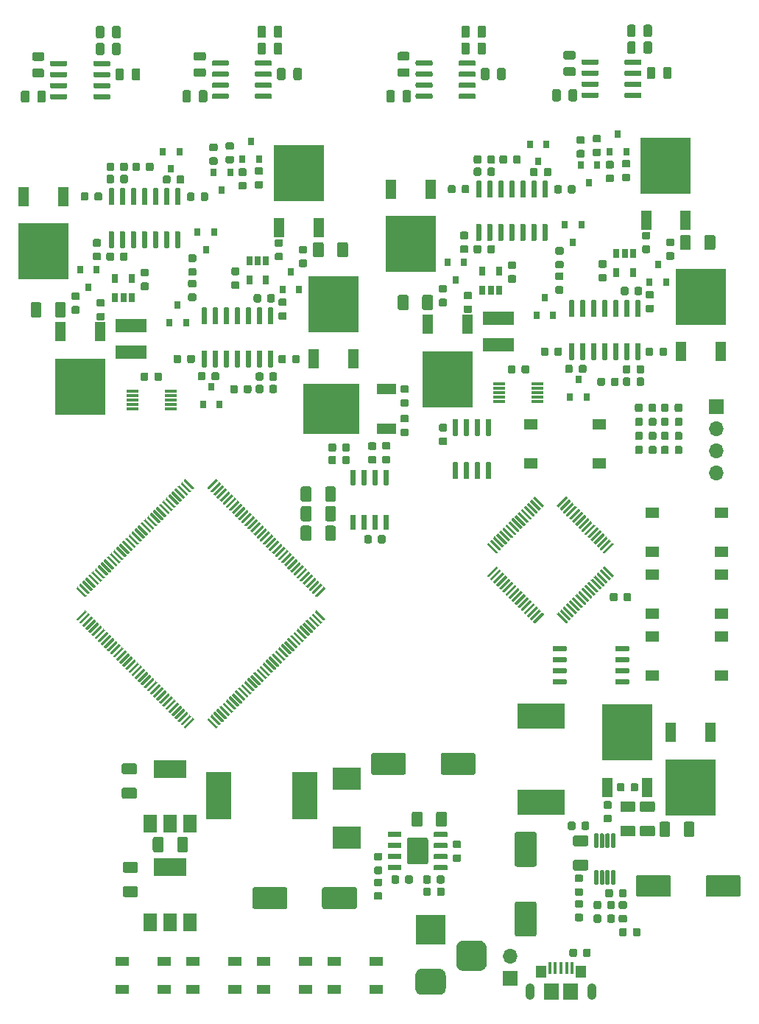
<source format=gbr>
G04 #@! TF.GenerationSoftware,KiCad,Pcbnew,5.1.5*
G04 #@! TF.CreationDate,2020-02-20T18:04:15+03:00*
G04 #@! TF.ProjectId,top,746f702e-6b69-4636-9164-5f7063625858,rev?*
G04 #@! TF.SameCoordinates,Original*
G04 #@! TF.FileFunction,Soldermask,Top*
G04 #@! TF.FilePolarity,Negative*
%FSLAX46Y46*%
G04 Gerber Fmt 4.6, Leading zero omitted, Abs format (unit mm)*
G04 Created by KiCad (PCBNEW 5.1.5) date 2020-02-20 18:04:15*
%MOMM*%
%LPD*%
G04 APERTURE LIST*
%ADD10R,0.800000X0.900000*%
%ADD11R,1.200000X2.200000*%
%ADD12R,5.800000X6.400000*%
%ADD13C,0.100000*%
%ADD14R,3.300000X2.500000*%
%ADD15R,1.500000X1.000000*%
%ADD16R,1.700000X1.700000*%
%ADD17O,1.700000X1.700000*%
%ADD18R,1.750000X1.900000*%
%ADD19R,0.400000X1.400000*%
%ADD20O,1.050000X1.900000*%
%ADD21R,1.150000X1.450000*%
%ADD22R,3.600000X1.500000*%
%ADD23R,2.900000X5.400000*%
%ADD24R,5.400000X2.900000*%
%ADD25R,2.200000X1.200000*%
%ADD26R,6.400000X5.800000*%
%ADD27R,1.550000X1.300000*%
%ADD28R,0.650000X1.060000*%
%ADD29R,1.400000X0.300000*%
%ADD30R,3.800000X2.000000*%
%ADD31R,1.500000X2.000000*%
%ADD32R,3.500000X3.500000*%
G04 APERTURE END LIST*
D10*
X136045001Y-64095001D03*
X134145001Y-64095001D03*
X135095001Y-66095001D03*
D11*
X154850000Y-131720000D03*
X150290000Y-131720000D03*
D12*
X152570000Y-138020000D03*
D10*
X93810000Y-64940000D03*
X91910000Y-64940000D03*
X92860000Y-66940000D03*
X139695001Y-91165001D03*
X140645001Y-93165001D03*
X138745001Y-93165001D03*
X96510000Y-94010000D03*
X98410000Y-94010000D03*
X97460000Y-92010000D03*
D13*
G36*
X124417691Y-97818553D02*
G01*
X124438926Y-97821703D01*
X124459750Y-97826919D01*
X124479962Y-97834151D01*
X124499368Y-97843330D01*
X124517781Y-97854366D01*
X124535024Y-97867154D01*
X124550930Y-97881570D01*
X124565346Y-97897476D01*
X124578134Y-97914719D01*
X124589170Y-97933132D01*
X124598349Y-97952538D01*
X124605581Y-97972750D01*
X124610797Y-97993574D01*
X124613947Y-98014809D01*
X124615000Y-98036250D01*
X124615000Y-98473750D01*
X124613947Y-98495191D01*
X124610797Y-98516426D01*
X124605581Y-98537250D01*
X124598349Y-98557462D01*
X124589170Y-98576868D01*
X124578134Y-98595281D01*
X124565346Y-98612524D01*
X124550930Y-98628430D01*
X124535024Y-98642846D01*
X124517781Y-98655634D01*
X124499368Y-98666670D01*
X124479962Y-98675849D01*
X124459750Y-98683081D01*
X124438926Y-98688297D01*
X124417691Y-98691447D01*
X124396250Y-98692500D01*
X123883750Y-98692500D01*
X123862309Y-98691447D01*
X123841074Y-98688297D01*
X123820250Y-98683081D01*
X123800038Y-98675849D01*
X123780632Y-98666670D01*
X123762219Y-98655634D01*
X123744976Y-98642846D01*
X123729070Y-98628430D01*
X123714654Y-98612524D01*
X123701866Y-98595281D01*
X123690830Y-98576868D01*
X123681651Y-98557462D01*
X123674419Y-98537250D01*
X123669203Y-98516426D01*
X123666053Y-98495191D01*
X123665000Y-98473750D01*
X123665000Y-98036250D01*
X123666053Y-98014809D01*
X123669203Y-97993574D01*
X123674419Y-97972750D01*
X123681651Y-97952538D01*
X123690830Y-97933132D01*
X123701866Y-97914719D01*
X123714654Y-97897476D01*
X123729070Y-97881570D01*
X123744976Y-97867154D01*
X123762219Y-97854366D01*
X123780632Y-97843330D01*
X123800038Y-97834151D01*
X123820250Y-97826919D01*
X123841074Y-97821703D01*
X123862309Y-97818553D01*
X123883750Y-97817500D01*
X124396250Y-97817500D01*
X124417691Y-97818553D01*
G37*
G36*
X124417691Y-96243553D02*
G01*
X124438926Y-96246703D01*
X124459750Y-96251919D01*
X124479962Y-96259151D01*
X124499368Y-96268330D01*
X124517781Y-96279366D01*
X124535024Y-96292154D01*
X124550930Y-96306570D01*
X124565346Y-96322476D01*
X124578134Y-96339719D01*
X124589170Y-96358132D01*
X124598349Y-96377538D01*
X124605581Y-96397750D01*
X124610797Y-96418574D01*
X124613947Y-96439809D01*
X124615000Y-96461250D01*
X124615000Y-96898750D01*
X124613947Y-96920191D01*
X124610797Y-96941426D01*
X124605581Y-96962250D01*
X124598349Y-96982462D01*
X124589170Y-97001868D01*
X124578134Y-97020281D01*
X124565346Y-97037524D01*
X124550930Y-97053430D01*
X124535024Y-97067846D01*
X124517781Y-97080634D01*
X124499368Y-97091670D01*
X124479962Y-97100849D01*
X124459750Y-97108081D01*
X124438926Y-97113297D01*
X124417691Y-97116447D01*
X124396250Y-97117500D01*
X123883750Y-97117500D01*
X123862309Y-97116447D01*
X123841074Y-97113297D01*
X123820250Y-97108081D01*
X123800038Y-97100849D01*
X123780632Y-97091670D01*
X123762219Y-97080634D01*
X123744976Y-97067846D01*
X123729070Y-97053430D01*
X123714654Y-97037524D01*
X123701866Y-97020281D01*
X123690830Y-97001868D01*
X123681651Y-96982462D01*
X123674419Y-96962250D01*
X123669203Y-96941426D01*
X123666053Y-96920191D01*
X123665000Y-96898750D01*
X123665000Y-96461250D01*
X123666053Y-96439809D01*
X123669203Y-96418574D01*
X123674419Y-96397750D01*
X123681651Y-96377538D01*
X123690830Y-96358132D01*
X123701866Y-96339719D01*
X123714654Y-96322476D01*
X123729070Y-96306570D01*
X123744976Y-96292154D01*
X123762219Y-96279366D01*
X123780632Y-96268330D01*
X123800038Y-96259151D01*
X123820250Y-96251919D01*
X123841074Y-96246703D01*
X123862309Y-96243553D01*
X123883750Y-96242500D01*
X124396250Y-96242500D01*
X124417691Y-96243553D01*
G37*
G36*
X96612691Y-90306053D02*
G01*
X96633926Y-90309203D01*
X96654750Y-90314419D01*
X96674962Y-90321651D01*
X96694368Y-90330830D01*
X96712781Y-90341866D01*
X96730024Y-90354654D01*
X96745930Y-90369070D01*
X96760346Y-90384976D01*
X96773134Y-90402219D01*
X96784170Y-90420632D01*
X96793349Y-90440038D01*
X96800581Y-90460250D01*
X96805797Y-90481074D01*
X96808947Y-90502309D01*
X96810000Y-90523750D01*
X96810000Y-91036250D01*
X96808947Y-91057691D01*
X96805797Y-91078926D01*
X96800581Y-91099750D01*
X96793349Y-91119962D01*
X96784170Y-91139368D01*
X96773134Y-91157781D01*
X96760346Y-91175024D01*
X96745930Y-91190930D01*
X96730024Y-91205346D01*
X96712781Y-91218134D01*
X96694368Y-91229170D01*
X96674962Y-91238349D01*
X96654750Y-91245581D01*
X96633926Y-91250797D01*
X96612691Y-91253947D01*
X96591250Y-91255000D01*
X96153750Y-91255000D01*
X96132309Y-91253947D01*
X96111074Y-91250797D01*
X96090250Y-91245581D01*
X96070038Y-91238349D01*
X96050632Y-91229170D01*
X96032219Y-91218134D01*
X96014976Y-91205346D01*
X95999070Y-91190930D01*
X95984654Y-91175024D01*
X95971866Y-91157781D01*
X95960830Y-91139368D01*
X95951651Y-91119962D01*
X95944419Y-91099750D01*
X95939203Y-91078926D01*
X95936053Y-91057691D01*
X95935000Y-91036250D01*
X95935000Y-90523750D01*
X95936053Y-90502309D01*
X95939203Y-90481074D01*
X95944419Y-90460250D01*
X95951651Y-90440038D01*
X95960830Y-90420632D01*
X95971866Y-90402219D01*
X95984654Y-90384976D01*
X95999070Y-90369070D01*
X96014976Y-90354654D01*
X96032219Y-90341866D01*
X96050632Y-90330830D01*
X96070038Y-90321651D01*
X96090250Y-90314419D01*
X96111074Y-90309203D01*
X96132309Y-90306053D01*
X96153750Y-90305000D01*
X96591250Y-90305000D01*
X96612691Y-90306053D01*
G37*
G36*
X98187691Y-90306053D02*
G01*
X98208926Y-90309203D01*
X98229750Y-90314419D01*
X98249962Y-90321651D01*
X98269368Y-90330830D01*
X98287781Y-90341866D01*
X98305024Y-90354654D01*
X98320930Y-90369070D01*
X98335346Y-90384976D01*
X98348134Y-90402219D01*
X98359170Y-90420632D01*
X98368349Y-90440038D01*
X98375581Y-90460250D01*
X98380797Y-90481074D01*
X98383947Y-90502309D01*
X98385000Y-90523750D01*
X98385000Y-91036250D01*
X98383947Y-91057691D01*
X98380797Y-91078926D01*
X98375581Y-91099750D01*
X98368349Y-91119962D01*
X98359170Y-91139368D01*
X98348134Y-91157781D01*
X98335346Y-91175024D01*
X98320930Y-91190930D01*
X98305024Y-91205346D01*
X98287781Y-91218134D01*
X98269368Y-91229170D01*
X98249962Y-91238349D01*
X98229750Y-91245581D01*
X98208926Y-91250797D01*
X98187691Y-91253947D01*
X98166250Y-91255000D01*
X97728750Y-91255000D01*
X97707309Y-91253947D01*
X97686074Y-91250797D01*
X97665250Y-91245581D01*
X97645038Y-91238349D01*
X97625632Y-91229170D01*
X97607219Y-91218134D01*
X97589976Y-91205346D01*
X97574070Y-91190930D01*
X97559654Y-91175024D01*
X97546866Y-91157781D01*
X97535830Y-91139368D01*
X97526651Y-91119962D01*
X97519419Y-91099750D01*
X97514203Y-91078926D01*
X97511053Y-91057691D01*
X97510000Y-91036250D01*
X97510000Y-90523750D01*
X97511053Y-90502309D01*
X97514203Y-90481074D01*
X97519419Y-90460250D01*
X97526651Y-90440038D01*
X97535830Y-90420632D01*
X97546866Y-90402219D01*
X97559654Y-90384976D01*
X97574070Y-90369070D01*
X97589976Y-90354654D01*
X97607219Y-90341866D01*
X97625632Y-90330830D01*
X97645038Y-90321651D01*
X97665250Y-90314419D01*
X97686074Y-90309203D01*
X97707309Y-90306053D01*
X97728750Y-90305000D01*
X98166250Y-90305000D01*
X98187691Y-90306053D01*
G37*
G36*
X92590191Y-67696053D02*
G01*
X92611426Y-67699203D01*
X92632250Y-67704419D01*
X92652462Y-67711651D01*
X92671868Y-67720830D01*
X92690281Y-67731866D01*
X92707524Y-67744654D01*
X92723430Y-67759070D01*
X92737846Y-67774976D01*
X92750634Y-67792219D01*
X92761670Y-67810632D01*
X92770849Y-67830038D01*
X92778081Y-67850250D01*
X92783297Y-67871074D01*
X92786447Y-67892309D01*
X92787500Y-67913750D01*
X92787500Y-68426250D01*
X92786447Y-68447691D01*
X92783297Y-68468926D01*
X92778081Y-68489750D01*
X92770849Y-68509962D01*
X92761670Y-68529368D01*
X92750634Y-68547781D01*
X92737846Y-68565024D01*
X92723430Y-68580930D01*
X92707524Y-68595346D01*
X92690281Y-68608134D01*
X92671868Y-68619170D01*
X92652462Y-68628349D01*
X92632250Y-68635581D01*
X92611426Y-68640797D01*
X92590191Y-68643947D01*
X92568750Y-68645000D01*
X92131250Y-68645000D01*
X92109809Y-68643947D01*
X92088574Y-68640797D01*
X92067750Y-68635581D01*
X92047538Y-68628349D01*
X92028132Y-68619170D01*
X92009719Y-68608134D01*
X91992476Y-68595346D01*
X91976570Y-68580930D01*
X91962154Y-68565024D01*
X91949366Y-68547781D01*
X91938330Y-68529368D01*
X91929151Y-68509962D01*
X91921919Y-68489750D01*
X91916703Y-68468926D01*
X91913553Y-68447691D01*
X91912500Y-68426250D01*
X91912500Y-67913750D01*
X91913553Y-67892309D01*
X91916703Y-67871074D01*
X91921919Y-67850250D01*
X91929151Y-67830038D01*
X91938330Y-67810632D01*
X91949366Y-67792219D01*
X91962154Y-67774976D01*
X91976570Y-67759070D01*
X91992476Y-67744654D01*
X92009719Y-67731866D01*
X92028132Y-67720830D01*
X92047538Y-67711651D01*
X92067750Y-67704419D01*
X92088574Y-67699203D01*
X92109809Y-67696053D01*
X92131250Y-67695000D01*
X92568750Y-67695000D01*
X92590191Y-67696053D01*
G37*
G36*
X94165191Y-67696053D02*
G01*
X94186426Y-67699203D01*
X94207250Y-67704419D01*
X94227462Y-67711651D01*
X94246868Y-67720830D01*
X94265281Y-67731866D01*
X94282524Y-67744654D01*
X94298430Y-67759070D01*
X94312846Y-67774976D01*
X94325634Y-67792219D01*
X94336670Y-67810632D01*
X94345849Y-67830038D01*
X94353081Y-67850250D01*
X94358297Y-67871074D01*
X94361447Y-67892309D01*
X94362500Y-67913750D01*
X94362500Y-68426250D01*
X94361447Y-68447691D01*
X94358297Y-68468926D01*
X94353081Y-68489750D01*
X94345849Y-68509962D01*
X94336670Y-68529368D01*
X94325634Y-68547781D01*
X94312846Y-68565024D01*
X94298430Y-68580930D01*
X94282524Y-68595346D01*
X94265281Y-68608134D01*
X94246868Y-68619170D01*
X94227462Y-68628349D01*
X94207250Y-68635581D01*
X94186426Y-68640797D01*
X94165191Y-68643947D01*
X94143750Y-68645000D01*
X93706250Y-68645000D01*
X93684809Y-68643947D01*
X93663574Y-68640797D01*
X93642750Y-68635581D01*
X93622538Y-68628349D01*
X93603132Y-68619170D01*
X93584719Y-68608134D01*
X93567476Y-68595346D01*
X93551570Y-68580930D01*
X93537154Y-68565024D01*
X93524366Y-68547781D01*
X93513330Y-68529368D01*
X93504151Y-68509962D01*
X93496919Y-68489750D01*
X93491703Y-68468926D01*
X93488553Y-68447691D01*
X93487500Y-68426250D01*
X93487500Y-67913750D01*
X93488553Y-67892309D01*
X93491703Y-67871074D01*
X93496919Y-67850250D01*
X93504151Y-67830038D01*
X93513330Y-67810632D01*
X93524366Y-67792219D01*
X93537154Y-67774976D01*
X93551570Y-67759070D01*
X93567476Y-67744654D01*
X93584719Y-67731866D01*
X93603132Y-67720830D01*
X93622538Y-67711651D01*
X93642750Y-67704419D01*
X93663574Y-67699203D01*
X93684809Y-67696053D01*
X93706250Y-67695000D01*
X94143750Y-67695000D01*
X94165191Y-67696053D01*
G37*
G36*
X100527691Y-79861053D02*
G01*
X100548926Y-79864203D01*
X100569750Y-79869419D01*
X100589962Y-79876651D01*
X100609368Y-79885830D01*
X100627781Y-79896866D01*
X100645024Y-79909654D01*
X100660930Y-79924070D01*
X100675346Y-79939976D01*
X100688134Y-79957219D01*
X100699170Y-79975632D01*
X100708349Y-79995038D01*
X100715581Y-80015250D01*
X100720797Y-80036074D01*
X100723947Y-80057309D01*
X100725000Y-80078750D01*
X100725000Y-80516250D01*
X100723947Y-80537691D01*
X100720797Y-80558926D01*
X100715581Y-80579750D01*
X100708349Y-80599962D01*
X100699170Y-80619368D01*
X100688134Y-80637781D01*
X100675346Y-80655024D01*
X100660930Y-80670930D01*
X100645024Y-80685346D01*
X100627781Y-80698134D01*
X100609368Y-80709170D01*
X100589962Y-80718349D01*
X100569750Y-80725581D01*
X100548926Y-80730797D01*
X100527691Y-80733947D01*
X100506250Y-80735000D01*
X99993750Y-80735000D01*
X99972309Y-80733947D01*
X99951074Y-80730797D01*
X99930250Y-80725581D01*
X99910038Y-80718349D01*
X99890632Y-80709170D01*
X99872219Y-80698134D01*
X99854976Y-80685346D01*
X99839070Y-80670930D01*
X99824654Y-80655024D01*
X99811866Y-80637781D01*
X99800830Y-80619368D01*
X99791651Y-80599962D01*
X99784419Y-80579750D01*
X99779203Y-80558926D01*
X99776053Y-80537691D01*
X99775000Y-80516250D01*
X99775000Y-80078750D01*
X99776053Y-80057309D01*
X99779203Y-80036074D01*
X99784419Y-80015250D01*
X99791651Y-79995038D01*
X99800830Y-79975632D01*
X99811866Y-79957219D01*
X99824654Y-79939976D01*
X99839070Y-79924070D01*
X99854976Y-79909654D01*
X99872219Y-79896866D01*
X99890632Y-79885830D01*
X99910038Y-79876651D01*
X99930250Y-79869419D01*
X99951074Y-79864203D01*
X99972309Y-79861053D01*
X99993750Y-79860000D01*
X100506250Y-79860000D01*
X100527691Y-79861053D01*
G37*
G36*
X100527691Y-78286053D02*
G01*
X100548926Y-78289203D01*
X100569750Y-78294419D01*
X100589962Y-78301651D01*
X100609368Y-78310830D01*
X100627781Y-78321866D01*
X100645024Y-78334654D01*
X100660930Y-78349070D01*
X100675346Y-78364976D01*
X100688134Y-78382219D01*
X100699170Y-78400632D01*
X100708349Y-78420038D01*
X100715581Y-78440250D01*
X100720797Y-78461074D01*
X100723947Y-78482309D01*
X100725000Y-78503750D01*
X100725000Y-78941250D01*
X100723947Y-78962691D01*
X100720797Y-78983926D01*
X100715581Y-79004750D01*
X100708349Y-79024962D01*
X100699170Y-79044368D01*
X100688134Y-79062781D01*
X100675346Y-79080024D01*
X100660930Y-79095930D01*
X100645024Y-79110346D01*
X100627781Y-79123134D01*
X100609368Y-79134170D01*
X100589962Y-79143349D01*
X100569750Y-79150581D01*
X100548926Y-79155797D01*
X100527691Y-79158947D01*
X100506250Y-79160000D01*
X99993750Y-79160000D01*
X99972309Y-79158947D01*
X99951074Y-79155797D01*
X99930250Y-79150581D01*
X99910038Y-79143349D01*
X99890632Y-79134170D01*
X99872219Y-79123134D01*
X99854976Y-79110346D01*
X99839070Y-79095930D01*
X99824654Y-79080024D01*
X99811866Y-79062781D01*
X99800830Y-79044368D01*
X99791651Y-79024962D01*
X99784419Y-79004750D01*
X99779203Y-78983926D01*
X99776053Y-78962691D01*
X99775000Y-78941250D01*
X99775000Y-78503750D01*
X99776053Y-78482309D01*
X99779203Y-78461074D01*
X99784419Y-78440250D01*
X99791651Y-78420038D01*
X99800830Y-78400632D01*
X99811866Y-78382219D01*
X99824654Y-78364976D01*
X99839070Y-78349070D01*
X99854976Y-78334654D01*
X99872219Y-78321866D01*
X99890632Y-78310830D01*
X99910038Y-78301651D01*
X99930250Y-78294419D01*
X99951074Y-78289203D01*
X99972309Y-78286053D01*
X99993750Y-78285000D01*
X100506250Y-78285000D01*
X100527691Y-78286053D01*
G37*
G36*
X90107691Y-80001053D02*
G01*
X90128926Y-80004203D01*
X90149750Y-80009419D01*
X90169962Y-80016651D01*
X90189368Y-80025830D01*
X90207781Y-80036866D01*
X90225024Y-80049654D01*
X90240930Y-80064070D01*
X90255346Y-80079976D01*
X90268134Y-80097219D01*
X90279170Y-80115632D01*
X90288349Y-80135038D01*
X90295581Y-80155250D01*
X90300797Y-80176074D01*
X90303947Y-80197309D01*
X90305000Y-80218750D01*
X90305000Y-80656250D01*
X90303947Y-80677691D01*
X90300797Y-80698926D01*
X90295581Y-80719750D01*
X90288349Y-80739962D01*
X90279170Y-80759368D01*
X90268134Y-80777781D01*
X90255346Y-80795024D01*
X90240930Y-80810930D01*
X90225024Y-80825346D01*
X90207781Y-80838134D01*
X90189368Y-80849170D01*
X90169962Y-80858349D01*
X90149750Y-80865581D01*
X90128926Y-80870797D01*
X90107691Y-80873947D01*
X90086250Y-80875000D01*
X89573750Y-80875000D01*
X89552309Y-80873947D01*
X89531074Y-80870797D01*
X89510250Y-80865581D01*
X89490038Y-80858349D01*
X89470632Y-80849170D01*
X89452219Y-80838134D01*
X89434976Y-80825346D01*
X89419070Y-80810930D01*
X89404654Y-80795024D01*
X89391866Y-80777781D01*
X89380830Y-80759368D01*
X89371651Y-80739962D01*
X89364419Y-80719750D01*
X89359203Y-80698926D01*
X89356053Y-80677691D01*
X89355000Y-80656250D01*
X89355000Y-80218750D01*
X89356053Y-80197309D01*
X89359203Y-80176074D01*
X89364419Y-80155250D01*
X89371651Y-80135038D01*
X89380830Y-80115632D01*
X89391866Y-80097219D01*
X89404654Y-80079976D01*
X89419070Y-80064070D01*
X89434976Y-80049654D01*
X89452219Y-80036866D01*
X89470632Y-80025830D01*
X89490038Y-80016651D01*
X89510250Y-80009419D01*
X89531074Y-80004203D01*
X89552309Y-80001053D01*
X89573750Y-80000000D01*
X90086250Y-80000000D01*
X90107691Y-80001053D01*
G37*
G36*
X90107691Y-78426053D02*
G01*
X90128926Y-78429203D01*
X90149750Y-78434419D01*
X90169962Y-78441651D01*
X90189368Y-78450830D01*
X90207781Y-78461866D01*
X90225024Y-78474654D01*
X90240930Y-78489070D01*
X90255346Y-78504976D01*
X90268134Y-78522219D01*
X90279170Y-78540632D01*
X90288349Y-78560038D01*
X90295581Y-78580250D01*
X90300797Y-78601074D01*
X90303947Y-78622309D01*
X90305000Y-78643750D01*
X90305000Y-79081250D01*
X90303947Y-79102691D01*
X90300797Y-79123926D01*
X90295581Y-79144750D01*
X90288349Y-79164962D01*
X90279170Y-79184368D01*
X90268134Y-79202781D01*
X90255346Y-79220024D01*
X90240930Y-79235930D01*
X90225024Y-79250346D01*
X90207781Y-79263134D01*
X90189368Y-79274170D01*
X90169962Y-79283349D01*
X90149750Y-79290581D01*
X90128926Y-79295797D01*
X90107691Y-79298947D01*
X90086250Y-79300000D01*
X89573750Y-79300000D01*
X89552309Y-79298947D01*
X89531074Y-79295797D01*
X89510250Y-79290581D01*
X89490038Y-79283349D01*
X89470632Y-79274170D01*
X89452219Y-79263134D01*
X89434976Y-79250346D01*
X89419070Y-79235930D01*
X89404654Y-79220024D01*
X89391866Y-79202781D01*
X89380830Y-79184368D01*
X89371651Y-79164962D01*
X89364419Y-79144750D01*
X89359203Y-79123926D01*
X89356053Y-79102691D01*
X89355000Y-79081250D01*
X89355000Y-78643750D01*
X89356053Y-78622309D01*
X89359203Y-78601074D01*
X89364419Y-78580250D01*
X89371651Y-78560038D01*
X89380830Y-78540632D01*
X89391866Y-78522219D01*
X89404654Y-78504976D01*
X89419070Y-78489070D01*
X89434976Y-78474654D01*
X89452219Y-78461866D01*
X89470632Y-78450830D01*
X89490038Y-78441651D01*
X89510250Y-78434419D01*
X89531074Y-78429203D01*
X89552309Y-78426053D01*
X89573750Y-78425000D01*
X90086250Y-78425000D01*
X90107691Y-78426053D01*
G37*
G36*
X104837691Y-90336053D02*
G01*
X104858926Y-90339203D01*
X104879750Y-90344419D01*
X104899962Y-90351651D01*
X104919368Y-90360830D01*
X104937781Y-90371866D01*
X104955024Y-90384654D01*
X104970930Y-90399070D01*
X104985346Y-90414976D01*
X104998134Y-90432219D01*
X105009170Y-90450632D01*
X105018349Y-90470038D01*
X105025581Y-90490250D01*
X105030797Y-90511074D01*
X105033947Y-90532309D01*
X105035000Y-90553750D01*
X105035000Y-91066250D01*
X105033947Y-91087691D01*
X105030797Y-91108926D01*
X105025581Y-91129750D01*
X105018349Y-91149962D01*
X105009170Y-91169368D01*
X104998134Y-91187781D01*
X104985346Y-91205024D01*
X104970930Y-91220930D01*
X104955024Y-91235346D01*
X104937781Y-91248134D01*
X104919368Y-91259170D01*
X104899962Y-91268349D01*
X104879750Y-91275581D01*
X104858926Y-91280797D01*
X104837691Y-91283947D01*
X104816250Y-91285000D01*
X104378750Y-91285000D01*
X104357309Y-91283947D01*
X104336074Y-91280797D01*
X104315250Y-91275581D01*
X104295038Y-91268349D01*
X104275632Y-91259170D01*
X104257219Y-91248134D01*
X104239976Y-91235346D01*
X104224070Y-91220930D01*
X104209654Y-91205024D01*
X104196866Y-91187781D01*
X104185830Y-91169368D01*
X104176651Y-91149962D01*
X104169419Y-91129750D01*
X104164203Y-91108926D01*
X104161053Y-91087691D01*
X104160000Y-91066250D01*
X104160000Y-90553750D01*
X104161053Y-90532309D01*
X104164203Y-90511074D01*
X104169419Y-90490250D01*
X104176651Y-90470038D01*
X104185830Y-90450632D01*
X104196866Y-90432219D01*
X104209654Y-90414976D01*
X104224070Y-90399070D01*
X104239976Y-90384654D01*
X104257219Y-90371866D01*
X104275632Y-90360830D01*
X104295038Y-90351651D01*
X104315250Y-90344419D01*
X104336074Y-90339203D01*
X104357309Y-90336053D01*
X104378750Y-90335000D01*
X104816250Y-90335000D01*
X104837691Y-90336053D01*
G37*
G36*
X103262691Y-90336053D02*
G01*
X103283926Y-90339203D01*
X103304750Y-90344419D01*
X103324962Y-90351651D01*
X103344368Y-90360830D01*
X103362781Y-90371866D01*
X103380024Y-90384654D01*
X103395930Y-90399070D01*
X103410346Y-90414976D01*
X103423134Y-90432219D01*
X103434170Y-90450632D01*
X103443349Y-90470038D01*
X103450581Y-90490250D01*
X103455797Y-90511074D01*
X103458947Y-90532309D01*
X103460000Y-90553750D01*
X103460000Y-91066250D01*
X103458947Y-91087691D01*
X103455797Y-91108926D01*
X103450581Y-91129750D01*
X103443349Y-91149962D01*
X103434170Y-91169368D01*
X103423134Y-91187781D01*
X103410346Y-91205024D01*
X103395930Y-91220930D01*
X103380024Y-91235346D01*
X103362781Y-91248134D01*
X103344368Y-91259170D01*
X103324962Y-91268349D01*
X103304750Y-91275581D01*
X103283926Y-91280797D01*
X103262691Y-91283947D01*
X103241250Y-91285000D01*
X102803750Y-91285000D01*
X102782309Y-91283947D01*
X102761074Y-91280797D01*
X102740250Y-91275581D01*
X102720038Y-91268349D01*
X102700632Y-91259170D01*
X102682219Y-91248134D01*
X102664976Y-91235346D01*
X102649070Y-91220930D01*
X102634654Y-91205024D01*
X102621866Y-91187781D01*
X102610830Y-91169368D01*
X102601651Y-91149962D01*
X102594419Y-91129750D01*
X102589203Y-91108926D01*
X102586053Y-91087691D01*
X102585000Y-91066250D01*
X102585000Y-90553750D01*
X102586053Y-90532309D01*
X102589203Y-90511074D01*
X102594419Y-90490250D01*
X102601651Y-90470038D01*
X102610830Y-90450632D01*
X102621866Y-90432219D01*
X102634654Y-90414976D01*
X102649070Y-90399070D01*
X102664976Y-90384654D01*
X102682219Y-90371866D01*
X102700632Y-90360830D01*
X102720038Y-90351651D01*
X102740250Y-90344419D01*
X102761074Y-90339203D01*
X102782309Y-90336053D01*
X102803750Y-90335000D01*
X103241250Y-90335000D01*
X103262691Y-90336053D01*
G37*
G36*
X87677691Y-67636053D02*
G01*
X87698926Y-67639203D01*
X87719750Y-67644419D01*
X87739962Y-67651651D01*
X87759368Y-67660830D01*
X87777781Y-67671866D01*
X87795024Y-67684654D01*
X87810930Y-67699070D01*
X87825346Y-67714976D01*
X87838134Y-67732219D01*
X87849170Y-67750632D01*
X87858349Y-67770038D01*
X87865581Y-67790250D01*
X87870797Y-67811074D01*
X87873947Y-67832309D01*
X87875000Y-67853750D01*
X87875000Y-68366250D01*
X87873947Y-68387691D01*
X87870797Y-68408926D01*
X87865581Y-68429750D01*
X87858349Y-68449962D01*
X87849170Y-68469368D01*
X87838134Y-68487781D01*
X87825346Y-68505024D01*
X87810930Y-68520930D01*
X87795024Y-68535346D01*
X87777781Y-68548134D01*
X87759368Y-68559170D01*
X87739962Y-68568349D01*
X87719750Y-68575581D01*
X87698926Y-68580797D01*
X87677691Y-68583947D01*
X87656250Y-68585000D01*
X87218750Y-68585000D01*
X87197309Y-68583947D01*
X87176074Y-68580797D01*
X87155250Y-68575581D01*
X87135038Y-68568349D01*
X87115632Y-68559170D01*
X87097219Y-68548134D01*
X87079976Y-68535346D01*
X87064070Y-68520930D01*
X87049654Y-68505024D01*
X87036866Y-68487781D01*
X87025830Y-68469368D01*
X87016651Y-68449962D01*
X87009419Y-68429750D01*
X87004203Y-68408926D01*
X87001053Y-68387691D01*
X87000000Y-68366250D01*
X87000000Y-67853750D01*
X87001053Y-67832309D01*
X87004203Y-67811074D01*
X87009419Y-67790250D01*
X87016651Y-67770038D01*
X87025830Y-67750632D01*
X87036866Y-67732219D01*
X87049654Y-67714976D01*
X87064070Y-67699070D01*
X87079976Y-67684654D01*
X87097219Y-67671866D01*
X87115632Y-67660830D01*
X87135038Y-67651651D01*
X87155250Y-67644419D01*
X87176074Y-67639203D01*
X87197309Y-67636053D01*
X87218750Y-67635000D01*
X87656250Y-67635000D01*
X87677691Y-67636053D01*
G37*
G36*
X86102691Y-67636053D02*
G01*
X86123926Y-67639203D01*
X86144750Y-67644419D01*
X86164962Y-67651651D01*
X86184368Y-67660830D01*
X86202781Y-67671866D01*
X86220024Y-67684654D01*
X86235930Y-67699070D01*
X86250346Y-67714976D01*
X86263134Y-67732219D01*
X86274170Y-67750632D01*
X86283349Y-67770038D01*
X86290581Y-67790250D01*
X86295797Y-67811074D01*
X86298947Y-67832309D01*
X86300000Y-67853750D01*
X86300000Y-68366250D01*
X86298947Y-68387691D01*
X86295797Y-68408926D01*
X86290581Y-68429750D01*
X86283349Y-68449962D01*
X86274170Y-68469368D01*
X86263134Y-68487781D01*
X86250346Y-68505024D01*
X86235930Y-68520930D01*
X86220024Y-68535346D01*
X86202781Y-68548134D01*
X86184368Y-68559170D01*
X86164962Y-68568349D01*
X86144750Y-68575581D01*
X86123926Y-68580797D01*
X86102691Y-68583947D01*
X86081250Y-68585000D01*
X85643750Y-68585000D01*
X85622309Y-68583947D01*
X85601074Y-68580797D01*
X85580250Y-68575581D01*
X85560038Y-68568349D01*
X85540632Y-68559170D01*
X85522219Y-68548134D01*
X85504976Y-68535346D01*
X85489070Y-68520930D01*
X85474654Y-68505024D01*
X85461866Y-68487781D01*
X85450830Y-68469368D01*
X85441651Y-68449962D01*
X85434419Y-68429750D01*
X85429203Y-68408926D01*
X85426053Y-68387691D01*
X85425000Y-68366250D01*
X85425000Y-67853750D01*
X85426053Y-67832309D01*
X85429203Y-67811074D01*
X85434419Y-67790250D01*
X85441651Y-67770038D01*
X85450830Y-67750632D01*
X85461866Y-67732219D01*
X85474654Y-67714976D01*
X85489070Y-67699070D01*
X85504976Y-67684654D01*
X85522219Y-67671866D01*
X85540632Y-67660830D01*
X85560038Y-67651651D01*
X85580250Y-67644419D01*
X85601074Y-67639203D01*
X85622309Y-67636053D01*
X85643750Y-67635000D01*
X86081250Y-67635000D01*
X86102691Y-67636053D01*
G37*
G36*
X104597691Y-81346053D02*
G01*
X104618926Y-81349203D01*
X104639750Y-81354419D01*
X104659962Y-81361651D01*
X104679368Y-81370830D01*
X104697781Y-81381866D01*
X104715024Y-81394654D01*
X104730930Y-81409070D01*
X104745346Y-81424976D01*
X104758134Y-81442219D01*
X104769170Y-81460632D01*
X104778349Y-81480038D01*
X104785581Y-81500250D01*
X104790797Y-81521074D01*
X104793947Y-81542309D01*
X104795000Y-81563750D01*
X104795000Y-82076250D01*
X104793947Y-82097691D01*
X104790797Y-82118926D01*
X104785581Y-82139750D01*
X104778349Y-82159962D01*
X104769170Y-82179368D01*
X104758134Y-82197781D01*
X104745346Y-82215024D01*
X104730930Y-82230930D01*
X104715024Y-82245346D01*
X104697781Y-82258134D01*
X104679368Y-82269170D01*
X104659962Y-82278349D01*
X104639750Y-82285581D01*
X104618926Y-82290797D01*
X104597691Y-82293947D01*
X104576250Y-82295000D01*
X104138750Y-82295000D01*
X104117309Y-82293947D01*
X104096074Y-82290797D01*
X104075250Y-82285581D01*
X104055038Y-82278349D01*
X104035632Y-82269170D01*
X104017219Y-82258134D01*
X103999976Y-82245346D01*
X103984070Y-82230930D01*
X103969654Y-82215024D01*
X103956866Y-82197781D01*
X103945830Y-82179368D01*
X103936651Y-82159962D01*
X103929419Y-82139750D01*
X103924203Y-82118926D01*
X103921053Y-82097691D01*
X103920000Y-82076250D01*
X103920000Y-81563750D01*
X103921053Y-81542309D01*
X103924203Y-81521074D01*
X103929419Y-81500250D01*
X103936651Y-81480038D01*
X103945830Y-81460632D01*
X103956866Y-81442219D01*
X103969654Y-81424976D01*
X103984070Y-81409070D01*
X103999976Y-81394654D01*
X104017219Y-81381866D01*
X104035632Y-81370830D01*
X104055038Y-81361651D01*
X104075250Y-81354419D01*
X104096074Y-81349203D01*
X104117309Y-81346053D01*
X104138750Y-81345000D01*
X104576250Y-81345000D01*
X104597691Y-81346053D01*
G37*
G36*
X103022691Y-81346053D02*
G01*
X103043926Y-81349203D01*
X103064750Y-81354419D01*
X103084962Y-81361651D01*
X103104368Y-81370830D01*
X103122781Y-81381866D01*
X103140024Y-81394654D01*
X103155930Y-81409070D01*
X103170346Y-81424976D01*
X103183134Y-81442219D01*
X103194170Y-81460632D01*
X103203349Y-81480038D01*
X103210581Y-81500250D01*
X103215797Y-81521074D01*
X103218947Y-81542309D01*
X103220000Y-81563750D01*
X103220000Y-82076250D01*
X103218947Y-82097691D01*
X103215797Y-82118926D01*
X103210581Y-82139750D01*
X103203349Y-82159962D01*
X103194170Y-82179368D01*
X103183134Y-82197781D01*
X103170346Y-82215024D01*
X103155930Y-82230930D01*
X103140024Y-82245346D01*
X103122781Y-82258134D01*
X103104368Y-82269170D01*
X103084962Y-82278349D01*
X103064750Y-82285581D01*
X103043926Y-82290797D01*
X103022691Y-82293947D01*
X103001250Y-82295000D01*
X102563750Y-82295000D01*
X102542309Y-82293947D01*
X102521074Y-82290797D01*
X102500250Y-82285581D01*
X102480038Y-82278349D01*
X102460632Y-82269170D01*
X102442219Y-82258134D01*
X102424976Y-82245346D01*
X102409070Y-82230930D01*
X102394654Y-82215024D01*
X102381866Y-82197781D01*
X102370830Y-82179368D01*
X102361651Y-82159962D01*
X102354419Y-82139750D01*
X102349203Y-82118926D01*
X102346053Y-82097691D01*
X102345000Y-82076250D01*
X102345000Y-81563750D01*
X102346053Y-81542309D01*
X102349203Y-81521074D01*
X102354419Y-81500250D01*
X102361651Y-81480038D01*
X102370830Y-81460632D01*
X102381866Y-81442219D01*
X102394654Y-81424976D01*
X102409070Y-81409070D01*
X102424976Y-81394654D01*
X102442219Y-81381866D01*
X102460632Y-81370830D01*
X102480038Y-81361651D01*
X102500250Y-81354419D01*
X102521074Y-81349203D01*
X102542309Y-81346053D01*
X102563750Y-81345000D01*
X103001250Y-81345000D01*
X103022691Y-81346053D01*
G37*
G36*
X86092691Y-76546053D02*
G01*
X86113926Y-76549203D01*
X86134750Y-76554419D01*
X86154962Y-76561651D01*
X86174368Y-76570830D01*
X86192781Y-76581866D01*
X86210024Y-76594654D01*
X86225930Y-76609070D01*
X86240346Y-76624976D01*
X86253134Y-76642219D01*
X86264170Y-76660632D01*
X86273349Y-76680038D01*
X86280581Y-76700250D01*
X86285797Y-76721074D01*
X86288947Y-76742309D01*
X86290000Y-76763750D01*
X86290000Y-77276250D01*
X86288947Y-77297691D01*
X86285797Y-77318926D01*
X86280581Y-77339750D01*
X86273349Y-77359962D01*
X86264170Y-77379368D01*
X86253134Y-77397781D01*
X86240346Y-77415024D01*
X86225930Y-77430930D01*
X86210024Y-77445346D01*
X86192781Y-77458134D01*
X86174368Y-77469170D01*
X86154962Y-77478349D01*
X86134750Y-77485581D01*
X86113926Y-77490797D01*
X86092691Y-77493947D01*
X86071250Y-77495000D01*
X85633750Y-77495000D01*
X85612309Y-77493947D01*
X85591074Y-77490797D01*
X85570250Y-77485581D01*
X85550038Y-77478349D01*
X85530632Y-77469170D01*
X85512219Y-77458134D01*
X85494976Y-77445346D01*
X85479070Y-77430930D01*
X85464654Y-77415024D01*
X85451866Y-77397781D01*
X85440830Y-77379368D01*
X85431651Y-77359962D01*
X85424419Y-77339750D01*
X85419203Y-77318926D01*
X85416053Y-77297691D01*
X85415000Y-77276250D01*
X85415000Y-76763750D01*
X85416053Y-76742309D01*
X85419203Y-76721074D01*
X85424419Y-76700250D01*
X85431651Y-76680038D01*
X85440830Y-76660632D01*
X85451866Y-76642219D01*
X85464654Y-76624976D01*
X85479070Y-76609070D01*
X85494976Y-76594654D01*
X85512219Y-76581866D01*
X85530632Y-76570830D01*
X85550038Y-76561651D01*
X85570250Y-76554419D01*
X85591074Y-76549203D01*
X85612309Y-76546053D01*
X85633750Y-76545000D01*
X86071250Y-76545000D01*
X86092691Y-76546053D01*
G37*
G36*
X87667691Y-76546053D02*
G01*
X87688926Y-76549203D01*
X87709750Y-76554419D01*
X87729962Y-76561651D01*
X87749368Y-76570830D01*
X87767781Y-76581866D01*
X87785024Y-76594654D01*
X87800930Y-76609070D01*
X87815346Y-76624976D01*
X87828134Y-76642219D01*
X87839170Y-76660632D01*
X87848349Y-76680038D01*
X87855581Y-76700250D01*
X87860797Y-76721074D01*
X87863947Y-76742309D01*
X87865000Y-76763750D01*
X87865000Y-77276250D01*
X87863947Y-77297691D01*
X87860797Y-77318926D01*
X87855581Y-77339750D01*
X87848349Y-77359962D01*
X87839170Y-77379368D01*
X87828134Y-77397781D01*
X87815346Y-77415024D01*
X87800930Y-77430930D01*
X87785024Y-77445346D01*
X87767781Y-77458134D01*
X87749368Y-77469170D01*
X87729962Y-77478349D01*
X87709750Y-77485581D01*
X87688926Y-77490797D01*
X87667691Y-77493947D01*
X87646250Y-77495000D01*
X87208750Y-77495000D01*
X87187309Y-77493947D01*
X87166074Y-77490797D01*
X87145250Y-77485581D01*
X87125038Y-77478349D01*
X87105632Y-77469170D01*
X87087219Y-77458134D01*
X87069976Y-77445346D01*
X87054070Y-77430930D01*
X87039654Y-77415024D01*
X87026866Y-77397781D01*
X87015830Y-77379368D01*
X87006651Y-77359962D01*
X86999419Y-77339750D01*
X86994203Y-77318926D01*
X86991053Y-77297691D01*
X86990000Y-77276250D01*
X86990000Y-76763750D01*
X86991053Y-76742309D01*
X86994203Y-76721074D01*
X86999419Y-76700250D01*
X87006651Y-76680038D01*
X87015830Y-76660632D01*
X87026866Y-76642219D01*
X87039654Y-76624976D01*
X87054070Y-76609070D01*
X87069976Y-76594654D01*
X87087219Y-76581866D01*
X87105632Y-76570830D01*
X87125038Y-76561651D01*
X87145250Y-76554419D01*
X87166074Y-76549203D01*
X87187309Y-76546053D01*
X87208750Y-76545000D01*
X87646250Y-76545000D01*
X87667691Y-76546053D01*
G37*
G36*
X91607691Y-90346053D02*
G01*
X91628926Y-90349203D01*
X91649750Y-90354419D01*
X91669962Y-90361651D01*
X91689368Y-90370830D01*
X91707781Y-90381866D01*
X91725024Y-90394654D01*
X91740930Y-90409070D01*
X91755346Y-90424976D01*
X91768134Y-90442219D01*
X91779170Y-90460632D01*
X91788349Y-90480038D01*
X91795581Y-90500250D01*
X91800797Y-90521074D01*
X91803947Y-90542309D01*
X91805000Y-90563750D01*
X91805000Y-91076250D01*
X91803947Y-91097691D01*
X91800797Y-91118926D01*
X91795581Y-91139750D01*
X91788349Y-91159962D01*
X91779170Y-91179368D01*
X91768134Y-91197781D01*
X91755346Y-91215024D01*
X91740930Y-91230930D01*
X91725024Y-91245346D01*
X91707781Y-91258134D01*
X91689368Y-91269170D01*
X91669962Y-91278349D01*
X91649750Y-91285581D01*
X91628926Y-91290797D01*
X91607691Y-91293947D01*
X91586250Y-91295000D01*
X91148750Y-91295000D01*
X91127309Y-91293947D01*
X91106074Y-91290797D01*
X91085250Y-91285581D01*
X91065038Y-91278349D01*
X91045632Y-91269170D01*
X91027219Y-91258134D01*
X91009976Y-91245346D01*
X90994070Y-91230930D01*
X90979654Y-91215024D01*
X90966866Y-91197781D01*
X90955830Y-91179368D01*
X90946651Y-91159962D01*
X90939419Y-91139750D01*
X90934203Y-91118926D01*
X90931053Y-91097691D01*
X90930000Y-91076250D01*
X90930000Y-90563750D01*
X90931053Y-90542309D01*
X90934203Y-90521074D01*
X90939419Y-90500250D01*
X90946651Y-90480038D01*
X90955830Y-90460632D01*
X90966866Y-90442219D01*
X90979654Y-90424976D01*
X90994070Y-90409070D01*
X91009976Y-90394654D01*
X91027219Y-90381866D01*
X91045632Y-90370830D01*
X91065038Y-90361651D01*
X91085250Y-90354419D01*
X91106074Y-90349203D01*
X91127309Y-90346053D01*
X91148750Y-90345000D01*
X91586250Y-90345000D01*
X91607691Y-90346053D01*
G37*
G36*
X90032691Y-90346053D02*
G01*
X90053926Y-90349203D01*
X90074750Y-90354419D01*
X90094962Y-90361651D01*
X90114368Y-90370830D01*
X90132781Y-90381866D01*
X90150024Y-90394654D01*
X90165930Y-90409070D01*
X90180346Y-90424976D01*
X90193134Y-90442219D01*
X90204170Y-90460632D01*
X90213349Y-90480038D01*
X90220581Y-90500250D01*
X90225797Y-90521074D01*
X90228947Y-90542309D01*
X90230000Y-90563750D01*
X90230000Y-91076250D01*
X90228947Y-91097691D01*
X90225797Y-91118926D01*
X90220581Y-91139750D01*
X90213349Y-91159962D01*
X90204170Y-91179368D01*
X90193134Y-91197781D01*
X90180346Y-91215024D01*
X90165930Y-91230930D01*
X90150024Y-91245346D01*
X90132781Y-91258134D01*
X90114368Y-91269170D01*
X90094962Y-91278349D01*
X90074750Y-91285581D01*
X90053926Y-91290797D01*
X90032691Y-91293947D01*
X90011250Y-91295000D01*
X89573750Y-91295000D01*
X89552309Y-91293947D01*
X89531074Y-91290797D01*
X89510250Y-91285581D01*
X89490038Y-91278349D01*
X89470632Y-91269170D01*
X89452219Y-91258134D01*
X89434976Y-91245346D01*
X89419070Y-91230930D01*
X89404654Y-91215024D01*
X89391866Y-91197781D01*
X89380830Y-91179368D01*
X89371651Y-91159962D01*
X89364419Y-91139750D01*
X89359203Y-91118926D01*
X89356053Y-91097691D01*
X89355000Y-91076250D01*
X89355000Y-90563750D01*
X89356053Y-90542309D01*
X89359203Y-90521074D01*
X89364419Y-90500250D01*
X89371651Y-90480038D01*
X89380830Y-90460632D01*
X89391866Y-90442219D01*
X89404654Y-90424976D01*
X89419070Y-90409070D01*
X89434976Y-90394654D01*
X89452219Y-90381866D01*
X89470632Y-90370830D01*
X89490038Y-90361651D01*
X89510250Y-90354419D01*
X89531074Y-90349203D01*
X89552309Y-90346053D01*
X89573750Y-90345000D01*
X90011250Y-90345000D01*
X90032691Y-90346053D01*
G37*
G36*
X142130192Y-151066055D02*
G01*
X142151427Y-151069205D01*
X142172251Y-151074421D01*
X142192463Y-151081653D01*
X142211869Y-151090832D01*
X142230282Y-151101868D01*
X142247525Y-151114656D01*
X142263431Y-151129072D01*
X142277847Y-151144978D01*
X142290635Y-151162221D01*
X142301671Y-151180634D01*
X142310850Y-151200040D01*
X142318082Y-151220252D01*
X142323298Y-151241076D01*
X142326448Y-151262311D01*
X142327501Y-151283752D01*
X142327501Y-151796252D01*
X142326448Y-151817693D01*
X142323298Y-151838928D01*
X142318082Y-151859752D01*
X142310850Y-151879964D01*
X142301671Y-151899370D01*
X142290635Y-151917783D01*
X142277847Y-151935026D01*
X142263431Y-151950932D01*
X142247525Y-151965348D01*
X142230282Y-151978136D01*
X142211869Y-151989172D01*
X142192463Y-151998351D01*
X142172251Y-152005583D01*
X142151427Y-152010799D01*
X142130192Y-152013949D01*
X142108751Y-152015002D01*
X141671251Y-152015002D01*
X141649810Y-152013949D01*
X141628575Y-152010799D01*
X141607751Y-152005583D01*
X141587539Y-151998351D01*
X141568133Y-151989172D01*
X141549720Y-151978136D01*
X141532477Y-151965348D01*
X141516571Y-151950932D01*
X141502155Y-151935026D01*
X141489367Y-151917783D01*
X141478331Y-151899370D01*
X141469152Y-151879964D01*
X141461920Y-151859752D01*
X141456704Y-151838928D01*
X141453554Y-151817693D01*
X141452501Y-151796252D01*
X141452501Y-151283752D01*
X141453554Y-151262311D01*
X141456704Y-151241076D01*
X141461920Y-151220252D01*
X141469152Y-151200040D01*
X141478331Y-151180634D01*
X141489367Y-151162221D01*
X141502155Y-151144978D01*
X141516571Y-151129072D01*
X141532477Y-151114656D01*
X141549720Y-151101868D01*
X141568133Y-151090832D01*
X141587539Y-151081653D01*
X141607751Y-151074421D01*
X141628575Y-151069205D01*
X141649810Y-151066055D01*
X141671251Y-151065002D01*
X142108751Y-151065002D01*
X142130192Y-151066055D01*
G37*
G36*
X143705192Y-151066055D02*
G01*
X143726427Y-151069205D01*
X143747251Y-151074421D01*
X143767463Y-151081653D01*
X143786869Y-151090832D01*
X143805282Y-151101868D01*
X143822525Y-151114656D01*
X143838431Y-151129072D01*
X143852847Y-151144978D01*
X143865635Y-151162221D01*
X143876671Y-151180634D01*
X143885850Y-151200040D01*
X143893082Y-151220252D01*
X143898298Y-151241076D01*
X143901448Y-151262311D01*
X143902501Y-151283752D01*
X143902501Y-151796252D01*
X143901448Y-151817693D01*
X143898298Y-151838928D01*
X143893082Y-151859752D01*
X143885850Y-151879964D01*
X143876671Y-151899370D01*
X143865635Y-151917783D01*
X143852847Y-151935026D01*
X143838431Y-151950932D01*
X143822525Y-151965348D01*
X143805282Y-151978136D01*
X143786869Y-151989172D01*
X143767463Y-151998351D01*
X143747251Y-152005583D01*
X143726427Y-152010799D01*
X143705192Y-152013949D01*
X143683751Y-152015002D01*
X143246251Y-152015002D01*
X143224810Y-152013949D01*
X143203575Y-152010799D01*
X143182751Y-152005583D01*
X143162539Y-151998351D01*
X143143133Y-151989172D01*
X143124720Y-151978136D01*
X143107477Y-151965348D01*
X143091571Y-151950932D01*
X143077155Y-151935026D01*
X143064367Y-151917783D01*
X143053331Y-151899370D01*
X143044152Y-151879964D01*
X143036920Y-151859752D01*
X143031704Y-151838928D01*
X143028554Y-151817693D01*
X143027501Y-151796252D01*
X143027501Y-151283752D01*
X143028554Y-151262311D01*
X143031704Y-151241076D01*
X143036920Y-151220252D01*
X143044152Y-151200040D01*
X143053331Y-151180634D01*
X143064367Y-151162221D01*
X143077155Y-151144978D01*
X143091571Y-151129072D01*
X143107477Y-151114656D01*
X143124720Y-151101868D01*
X143143133Y-151090832D01*
X143162539Y-151081653D01*
X143182751Y-151074421D01*
X143203575Y-151069205D01*
X143224810Y-151066055D01*
X143246251Y-151065002D01*
X143683751Y-151065002D01*
X143705192Y-151066055D01*
G37*
G36*
X140609504Y-143536204D02*
G01*
X140633773Y-143539804D01*
X140657571Y-143545765D01*
X140680671Y-143554030D01*
X140702849Y-143564520D01*
X140723893Y-143577133D01*
X140743598Y-143591747D01*
X140761777Y-143608223D01*
X140778253Y-143626402D01*
X140792867Y-143646107D01*
X140805480Y-143667151D01*
X140815970Y-143689329D01*
X140824235Y-143712429D01*
X140830196Y-143736227D01*
X140833796Y-143760496D01*
X140835000Y-143785000D01*
X140835000Y-144535000D01*
X140833796Y-144559504D01*
X140830196Y-144583773D01*
X140824235Y-144607571D01*
X140815970Y-144630671D01*
X140805480Y-144652849D01*
X140792867Y-144673893D01*
X140778253Y-144693598D01*
X140761777Y-144711777D01*
X140743598Y-144728253D01*
X140723893Y-144742867D01*
X140702849Y-144755480D01*
X140680671Y-144765970D01*
X140657571Y-144774235D01*
X140633773Y-144780196D01*
X140609504Y-144783796D01*
X140585000Y-144785000D01*
X139335000Y-144785000D01*
X139310496Y-144783796D01*
X139286227Y-144780196D01*
X139262429Y-144774235D01*
X139239329Y-144765970D01*
X139217151Y-144755480D01*
X139196107Y-144742867D01*
X139176402Y-144728253D01*
X139158223Y-144711777D01*
X139141747Y-144693598D01*
X139127133Y-144673893D01*
X139114520Y-144652849D01*
X139104030Y-144630671D01*
X139095765Y-144607571D01*
X139089804Y-144583773D01*
X139086204Y-144559504D01*
X139085000Y-144535000D01*
X139085000Y-143785000D01*
X139086204Y-143760496D01*
X139089804Y-143736227D01*
X139095765Y-143712429D01*
X139104030Y-143689329D01*
X139114520Y-143667151D01*
X139127133Y-143646107D01*
X139141747Y-143626402D01*
X139158223Y-143608223D01*
X139176402Y-143591747D01*
X139196107Y-143577133D01*
X139217151Y-143564520D01*
X139239329Y-143554030D01*
X139262429Y-143545765D01*
X139286227Y-143539804D01*
X139310496Y-143536204D01*
X139335000Y-143535000D01*
X140585000Y-143535000D01*
X140609504Y-143536204D01*
G37*
G36*
X140609504Y-146336204D02*
G01*
X140633773Y-146339804D01*
X140657571Y-146345765D01*
X140680671Y-146354030D01*
X140702849Y-146364520D01*
X140723893Y-146377133D01*
X140743598Y-146391747D01*
X140761777Y-146408223D01*
X140778253Y-146426402D01*
X140792867Y-146446107D01*
X140805480Y-146467151D01*
X140815970Y-146489329D01*
X140824235Y-146512429D01*
X140830196Y-146536227D01*
X140833796Y-146560496D01*
X140835000Y-146585000D01*
X140835000Y-147335000D01*
X140833796Y-147359504D01*
X140830196Y-147383773D01*
X140824235Y-147407571D01*
X140815970Y-147430671D01*
X140805480Y-147452849D01*
X140792867Y-147473893D01*
X140778253Y-147493598D01*
X140761777Y-147511777D01*
X140743598Y-147528253D01*
X140723893Y-147542867D01*
X140702849Y-147555480D01*
X140680671Y-147565970D01*
X140657571Y-147574235D01*
X140633773Y-147580196D01*
X140609504Y-147583796D01*
X140585000Y-147585000D01*
X139335000Y-147585000D01*
X139310496Y-147583796D01*
X139286227Y-147580196D01*
X139262429Y-147574235D01*
X139239329Y-147565970D01*
X139217151Y-147555480D01*
X139196107Y-147542867D01*
X139176402Y-147528253D01*
X139158223Y-147511777D01*
X139141747Y-147493598D01*
X139127133Y-147473893D01*
X139114520Y-147452849D01*
X139104030Y-147430671D01*
X139095765Y-147407571D01*
X139089804Y-147383773D01*
X139086204Y-147359504D01*
X139085000Y-147335000D01*
X139085000Y-146585000D01*
X139086204Y-146560496D01*
X139089804Y-146536227D01*
X139095765Y-146512429D01*
X139104030Y-146489329D01*
X139114520Y-146467151D01*
X139127133Y-146446107D01*
X139141747Y-146426402D01*
X139158223Y-146408223D01*
X139176402Y-146391747D01*
X139196107Y-146377133D01*
X139217151Y-146364520D01*
X139239329Y-146354030D01*
X139262429Y-146345765D01*
X139286227Y-146339804D01*
X139310496Y-146336204D01*
X139335000Y-146335000D01*
X140585000Y-146335000D01*
X140609504Y-146336204D01*
G37*
G36*
X145087691Y-152681052D02*
G01*
X145108926Y-152684202D01*
X145129750Y-152689418D01*
X145149962Y-152696650D01*
X145169368Y-152705829D01*
X145187781Y-152716865D01*
X145205024Y-152729653D01*
X145220930Y-152744069D01*
X145235346Y-152759975D01*
X145248134Y-152777218D01*
X145259170Y-152795631D01*
X145268349Y-152815037D01*
X145275581Y-152835249D01*
X145280797Y-152856073D01*
X145283947Y-152877308D01*
X145285000Y-152898749D01*
X145285000Y-153336249D01*
X145283947Y-153357690D01*
X145280797Y-153378925D01*
X145275581Y-153399749D01*
X145268349Y-153419961D01*
X145259170Y-153439367D01*
X145248134Y-153457780D01*
X145235346Y-153475023D01*
X145220930Y-153490929D01*
X145205024Y-153505345D01*
X145187781Y-153518133D01*
X145169368Y-153529169D01*
X145149962Y-153538348D01*
X145129750Y-153545580D01*
X145108926Y-153550796D01*
X145087691Y-153553946D01*
X145066250Y-153554999D01*
X144553750Y-153554999D01*
X144532309Y-153553946D01*
X144511074Y-153550796D01*
X144490250Y-153545580D01*
X144470038Y-153538348D01*
X144450632Y-153529169D01*
X144432219Y-153518133D01*
X144414976Y-153505345D01*
X144399070Y-153490929D01*
X144384654Y-153475023D01*
X144371866Y-153457780D01*
X144360830Y-153439367D01*
X144351651Y-153419961D01*
X144344419Y-153399749D01*
X144339203Y-153378925D01*
X144336053Y-153357690D01*
X144335000Y-153336249D01*
X144335000Y-152898749D01*
X144336053Y-152877308D01*
X144339203Y-152856073D01*
X144344419Y-152835249D01*
X144351651Y-152815037D01*
X144360830Y-152795631D01*
X144371866Y-152777218D01*
X144384654Y-152759975D01*
X144399070Y-152744069D01*
X144414976Y-152729653D01*
X144432219Y-152716865D01*
X144450632Y-152705829D01*
X144470038Y-152696650D01*
X144490250Y-152689418D01*
X144511074Y-152684202D01*
X144532309Y-152681052D01*
X144553750Y-152679999D01*
X145066250Y-152679999D01*
X145087691Y-152681052D01*
G37*
G36*
X145087691Y-151106052D02*
G01*
X145108926Y-151109202D01*
X145129750Y-151114418D01*
X145149962Y-151121650D01*
X145169368Y-151130829D01*
X145187781Y-151141865D01*
X145205024Y-151154653D01*
X145220930Y-151169069D01*
X145235346Y-151184975D01*
X145248134Y-151202218D01*
X145259170Y-151220631D01*
X145268349Y-151240037D01*
X145275581Y-151260249D01*
X145280797Y-151281073D01*
X145283947Y-151302308D01*
X145285000Y-151323749D01*
X145285000Y-151761249D01*
X145283947Y-151782690D01*
X145280797Y-151803925D01*
X145275581Y-151824749D01*
X145268349Y-151844961D01*
X145259170Y-151864367D01*
X145248134Y-151882780D01*
X145235346Y-151900023D01*
X145220930Y-151915929D01*
X145205024Y-151930345D01*
X145187781Y-151943133D01*
X145169368Y-151954169D01*
X145149962Y-151963348D01*
X145129750Y-151970580D01*
X145108926Y-151975796D01*
X145087691Y-151978946D01*
X145066250Y-151979999D01*
X144553750Y-151979999D01*
X144532309Y-151978946D01*
X144511074Y-151975796D01*
X144490250Y-151970580D01*
X144470038Y-151963348D01*
X144450632Y-151954169D01*
X144432219Y-151943133D01*
X144414976Y-151930345D01*
X144399070Y-151915929D01*
X144384654Y-151900023D01*
X144371866Y-151882780D01*
X144360830Y-151864367D01*
X144351651Y-151844961D01*
X144344419Y-151824749D01*
X144339203Y-151803925D01*
X144336053Y-151782690D01*
X144335000Y-151761249D01*
X144335000Y-151323749D01*
X144336053Y-151302308D01*
X144339203Y-151281073D01*
X144344419Y-151260249D01*
X144351651Y-151240037D01*
X144360830Y-151220631D01*
X144371866Y-151202218D01*
X144384654Y-151184975D01*
X144399070Y-151169069D01*
X144414976Y-151154653D01*
X144432219Y-151141865D01*
X144450632Y-151130829D01*
X144470038Y-151121650D01*
X144490250Y-151114418D01*
X144511074Y-151109202D01*
X144532309Y-151106052D01*
X144553750Y-151104999D01*
X145066250Y-151104999D01*
X145087691Y-151106052D01*
G37*
G36*
X134654504Y-143151204D02*
G01*
X134678773Y-143154804D01*
X134702571Y-143160765D01*
X134725671Y-143169030D01*
X134747849Y-143179520D01*
X134768893Y-143192133D01*
X134788598Y-143206747D01*
X134806777Y-143223223D01*
X134823253Y-143241402D01*
X134837867Y-143261107D01*
X134850480Y-143282151D01*
X134860970Y-143304329D01*
X134869235Y-143327429D01*
X134875196Y-143351227D01*
X134878796Y-143375496D01*
X134880000Y-143400000D01*
X134880000Y-146900000D01*
X134878796Y-146924504D01*
X134875196Y-146948773D01*
X134869235Y-146972571D01*
X134860970Y-146995671D01*
X134850480Y-147017849D01*
X134837867Y-147038893D01*
X134823253Y-147058598D01*
X134806777Y-147076777D01*
X134788598Y-147093253D01*
X134768893Y-147107867D01*
X134747849Y-147120480D01*
X134725671Y-147130970D01*
X134702571Y-147139235D01*
X134678773Y-147145196D01*
X134654504Y-147148796D01*
X134630000Y-147150000D01*
X132630000Y-147150000D01*
X132605496Y-147148796D01*
X132581227Y-147145196D01*
X132557429Y-147139235D01*
X132534329Y-147130970D01*
X132512151Y-147120480D01*
X132491107Y-147107867D01*
X132471402Y-147093253D01*
X132453223Y-147076777D01*
X132436747Y-147058598D01*
X132422133Y-147038893D01*
X132409520Y-147017849D01*
X132399030Y-146995671D01*
X132390765Y-146972571D01*
X132384804Y-146948773D01*
X132381204Y-146924504D01*
X132380000Y-146900000D01*
X132380000Y-143400000D01*
X132381204Y-143375496D01*
X132384804Y-143351227D01*
X132390765Y-143327429D01*
X132399030Y-143304329D01*
X132409520Y-143282151D01*
X132422133Y-143261107D01*
X132436747Y-143241402D01*
X132453223Y-143223223D01*
X132471402Y-143206747D01*
X132491107Y-143192133D01*
X132512151Y-143179520D01*
X132534329Y-143169030D01*
X132557429Y-143160765D01*
X132581227Y-143154804D01*
X132605496Y-143151204D01*
X132630000Y-143150000D01*
X134630000Y-143150000D01*
X134654504Y-143151204D01*
G37*
G36*
X134654504Y-151151204D02*
G01*
X134678773Y-151154804D01*
X134702571Y-151160765D01*
X134725671Y-151169030D01*
X134747849Y-151179520D01*
X134768893Y-151192133D01*
X134788598Y-151206747D01*
X134806777Y-151223223D01*
X134823253Y-151241402D01*
X134837867Y-151261107D01*
X134850480Y-151282151D01*
X134860970Y-151304329D01*
X134869235Y-151327429D01*
X134875196Y-151351227D01*
X134878796Y-151375496D01*
X134880000Y-151400000D01*
X134880000Y-154900000D01*
X134878796Y-154924504D01*
X134875196Y-154948773D01*
X134869235Y-154972571D01*
X134860970Y-154995671D01*
X134850480Y-155017849D01*
X134837867Y-155038893D01*
X134823253Y-155058598D01*
X134806777Y-155076777D01*
X134788598Y-155093253D01*
X134768893Y-155107867D01*
X134747849Y-155120480D01*
X134725671Y-155130970D01*
X134702571Y-155139235D01*
X134678773Y-155145196D01*
X134654504Y-155148796D01*
X134630000Y-155150000D01*
X132630000Y-155150000D01*
X132605496Y-155148796D01*
X132581227Y-155145196D01*
X132557429Y-155139235D01*
X132534329Y-155130970D01*
X132512151Y-155120480D01*
X132491107Y-155107867D01*
X132471402Y-155093253D01*
X132453223Y-155076777D01*
X132436747Y-155058598D01*
X132422133Y-155038893D01*
X132409520Y-155017849D01*
X132399030Y-154995671D01*
X132390765Y-154972571D01*
X132384804Y-154948773D01*
X132381204Y-154924504D01*
X132380000Y-154900000D01*
X132380000Y-151400000D01*
X132381204Y-151375496D01*
X132384804Y-151351227D01*
X132390765Y-151327429D01*
X132399030Y-151304329D01*
X132409520Y-151282151D01*
X132422133Y-151261107D01*
X132436747Y-151241402D01*
X132453223Y-151223223D01*
X132471402Y-151206747D01*
X132491107Y-151192133D01*
X132512151Y-151179520D01*
X132534329Y-151169030D01*
X132557429Y-151160765D01*
X132581227Y-151154804D01*
X132605496Y-151151204D01*
X132630000Y-151150000D01*
X134630000Y-151150000D01*
X134654504Y-151151204D01*
G37*
G36*
X118870191Y-148146053D02*
G01*
X118891426Y-148149203D01*
X118912250Y-148154419D01*
X118932462Y-148161651D01*
X118951868Y-148170830D01*
X118970281Y-148181866D01*
X118987524Y-148194654D01*
X119003430Y-148209070D01*
X119017846Y-148224976D01*
X119030634Y-148242219D01*
X119041670Y-148260632D01*
X119050849Y-148280038D01*
X119058081Y-148300250D01*
X119063297Y-148321074D01*
X119066447Y-148342309D01*
X119067500Y-148363750D01*
X119067500Y-148876250D01*
X119066447Y-148897691D01*
X119063297Y-148918926D01*
X119058081Y-148939750D01*
X119050849Y-148959962D01*
X119041670Y-148979368D01*
X119030634Y-148997781D01*
X119017846Y-149015024D01*
X119003430Y-149030930D01*
X118987524Y-149045346D01*
X118970281Y-149058134D01*
X118951868Y-149069170D01*
X118932462Y-149078349D01*
X118912250Y-149085581D01*
X118891426Y-149090797D01*
X118870191Y-149093947D01*
X118848750Y-149095000D01*
X118411250Y-149095000D01*
X118389809Y-149093947D01*
X118368574Y-149090797D01*
X118347750Y-149085581D01*
X118327538Y-149078349D01*
X118308132Y-149069170D01*
X118289719Y-149058134D01*
X118272476Y-149045346D01*
X118256570Y-149030930D01*
X118242154Y-149015024D01*
X118229366Y-148997781D01*
X118218330Y-148979368D01*
X118209151Y-148959962D01*
X118201919Y-148939750D01*
X118196703Y-148918926D01*
X118193553Y-148897691D01*
X118192500Y-148876250D01*
X118192500Y-148363750D01*
X118193553Y-148342309D01*
X118196703Y-148321074D01*
X118201919Y-148300250D01*
X118209151Y-148280038D01*
X118218330Y-148260632D01*
X118229366Y-148242219D01*
X118242154Y-148224976D01*
X118256570Y-148209070D01*
X118272476Y-148194654D01*
X118289719Y-148181866D01*
X118308132Y-148170830D01*
X118327538Y-148161651D01*
X118347750Y-148154419D01*
X118368574Y-148149203D01*
X118389809Y-148146053D01*
X118411250Y-148145000D01*
X118848750Y-148145000D01*
X118870191Y-148146053D01*
G37*
G36*
X120445191Y-148146053D02*
G01*
X120466426Y-148149203D01*
X120487250Y-148154419D01*
X120507462Y-148161651D01*
X120526868Y-148170830D01*
X120545281Y-148181866D01*
X120562524Y-148194654D01*
X120578430Y-148209070D01*
X120592846Y-148224976D01*
X120605634Y-148242219D01*
X120616670Y-148260632D01*
X120625849Y-148280038D01*
X120633081Y-148300250D01*
X120638297Y-148321074D01*
X120641447Y-148342309D01*
X120642500Y-148363750D01*
X120642500Y-148876250D01*
X120641447Y-148897691D01*
X120638297Y-148918926D01*
X120633081Y-148939750D01*
X120625849Y-148959962D01*
X120616670Y-148979368D01*
X120605634Y-148997781D01*
X120592846Y-149015024D01*
X120578430Y-149030930D01*
X120562524Y-149045346D01*
X120545281Y-149058134D01*
X120526868Y-149069170D01*
X120507462Y-149078349D01*
X120487250Y-149085581D01*
X120466426Y-149090797D01*
X120445191Y-149093947D01*
X120423750Y-149095000D01*
X119986250Y-149095000D01*
X119964809Y-149093947D01*
X119943574Y-149090797D01*
X119922750Y-149085581D01*
X119902538Y-149078349D01*
X119883132Y-149069170D01*
X119864719Y-149058134D01*
X119847476Y-149045346D01*
X119831570Y-149030930D01*
X119817154Y-149015024D01*
X119804366Y-148997781D01*
X119793330Y-148979368D01*
X119784151Y-148959962D01*
X119776919Y-148939750D01*
X119771703Y-148918926D01*
X119768553Y-148897691D01*
X119767500Y-148876250D01*
X119767500Y-148363750D01*
X119768553Y-148342309D01*
X119771703Y-148321074D01*
X119776919Y-148300250D01*
X119784151Y-148280038D01*
X119793330Y-148260632D01*
X119804366Y-148242219D01*
X119817154Y-148224976D01*
X119831570Y-148209070D01*
X119847476Y-148194654D01*
X119864719Y-148181866D01*
X119883132Y-148170830D01*
X119902538Y-148161651D01*
X119922750Y-148154419D01*
X119943574Y-148149203D01*
X119964809Y-148146053D01*
X119986250Y-148145000D01*
X120423750Y-148145000D01*
X120445191Y-148146053D01*
G37*
G36*
X140027691Y-148043553D02*
G01*
X140048926Y-148046703D01*
X140069750Y-148051919D01*
X140089962Y-148059151D01*
X140109368Y-148068330D01*
X140127781Y-148079366D01*
X140145024Y-148092154D01*
X140160930Y-148106570D01*
X140175346Y-148122476D01*
X140188134Y-148139719D01*
X140199170Y-148158132D01*
X140208349Y-148177538D01*
X140215581Y-148197750D01*
X140220797Y-148218574D01*
X140223947Y-148239809D01*
X140225000Y-148261250D01*
X140225000Y-148698750D01*
X140223947Y-148720191D01*
X140220797Y-148741426D01*
X140215581Y-148762250D01*
X140208349Y-148782462D01*
X140199170Y-148801868D01*
X140188134Y-148820281D01*
X140175346Y-148837524D01*
X140160930Y-148853430D01*
X140145024Y-148867846D01*
X140127781Y-148880634D01*
X140109368Y-148891670D01*
X140089962Y-148900849D01*
X140069750Y-148908081D01*
X140048926Y-148913297D01*
X140027691Y-148916447D01*
X140006250Y-148917500D01*
X139493750Y-148917500D01*
X139472309Y-148916447D01*
X139451074Y-148913297D01*
X139430250Y-148908081D01*
X139410038Y-148900849D01*
X139390632Y-148891670D01*
X139372219Y-148880634D01*
X139354976Y-148867846D01*
X139339070Y-148853430D01*
X139324654Y-148837524D01*
X139311866Y-148820281D01*
X139300830Y-148801868D01*
X139291651Y-148782462D01*
X139284419Y-148762250D01*
X139279203Y-148741426D01*
X139276053Y-148720191D01*
X139275000Y-148698750D01*
X139275000Y-148261250D01*
X139276053Y-148239809D01*
X139279203Y-148218574D01*
X139284419Y-148197750D01*
X139291651Y-148177538D01*
X139300830Y-148158132D01*
X139311866Y-148139719D01*
X139324654Y-148122476D01*
X139339070Y-148106570D01*
X139354976Y-148092154D01*
X139372219Y-148079366D01*
X139390632Y-148068330D01*
X139410038Y-148059151D01*
X139430250Y-148051919D01*
X139451074Y-148046703D01*
X139472309Y-148043553D01*
X139493750Y-148042500D01*
X140006250Y-148042500D01*
X140027691Y-148043553D01*
G37*
G36*
X140027691Y-149618553D02*
G01*
X140048926Y-149621703D01*
X140069750Y-149626919D01*
X140089962Y-149634151D01*
X140109368Y-149643330D01*
X140127781Y-149654366D01*
X140145024Y-149667154D01*
X140160930Y-149681570D01*
X140175346Y-149697476D01*
X140188134Y-149714719D01*
X140199170Y-149733132D01*
X140208349Y-149752538D01*
X140215581Y-149772750D01*
X140220797Y-149793574D01*
X140223947Y-149814809D01*
X140225000Y-149836250D01*
X140225000Y-150273750D01*
X140223947Y-150295191D01*
X140220797Y-150316426D01*
X140215581Y-150337250D01*
X140208349Y-150357462D01*
X140199170Y-150376868D01*
X140188134Y-150395281D01*
X140175346Y-150412524D01*
X140160930Y-150428430D01*
X140145024Y-150442846D01*
X140127781Y-150455634D01*
X140109368Y-150466670D01*
X140089962Y-150475849D01*
X140069750Y-150483081D01*
X140048926Y-150488297D01*
X140027691Y-150491447D01*
X140006250Y-150492500D01*
X139493750Y-150492500D01*
X139472309Y-150491447D01*
X139451074Y-150488297D01*
X139430250Y-150483081D01*
X139410038Y-150475849D01*
X139390632Y-150466670D01*
X139372219Y-150455634D01*
X139354976Y-150442846D01*
X139339070Y-150428430D01*
X139324654Y-150412524D01*
X139311866Y-150395281D01*
X139300830Y-150376868D01*
X139291651Y-150357462D01*
X139284419Y-150337250D01*
X139279203Y-150316426D01*
X139276053Y-150295191D01*
X139275000Y-150273750D01*
X139275000Y-149836250D01*
X139276053Y-149814809D01*
X139279203Y-149793574D01*
X139284419Y-149772750D01*
X139291651Y-149752538D01*
X139300830Y-149733132D01*
X139311866Y-149714719D01*
X139324654Y-149697476D01*
X139339070Y-149681570D01*
X139354976Y-149667154D01*
X139372219Y-149654366D01*
X139390632Y-149643330D01*
X139410038Y-149634151D01*
X139430250Y-149626919D01*
X139451074Y-149621703D01*
X139472309Y-149618553D01*
X139493750Y-149617500D01*
X140006250Y-149617500D01*
X140027691Y-149618553D01*
G37*
G36*
X116957691Y-145548552D02*
G01*
X116978926Y-145551702D01*
X116999750Y-145556918D01*
X117019962Y-145564150D01*
X117039368Y-145573329D01*
X117057781Y-145584365D01*
X117075024Y-145597153D01*
X117090930Y-145611569D01*
X117105346Y-145627475D01*
X117118134Y-145644718D01*
X117129170Y-145663131D01*
X117138349Y-145682537D01*
X117145581Y-145702749D01*
X117150797Y-145723573D01*
X117153947Y-145744808D01*
X117155000Y-145766249D01*
X117155000Y-146203749D01*
X117153947Y-146225190D01*
X117150797Y-146246425D01*
X117145581Y-146267249D01*
X117138349Y-146287461D01*
X117129170Y-146306867D01*
X117118134Y-146325280D01*
X117105346Y-146342523D01*
X117090930Y-146358429D01*
X117075024Y-146372845D01*
X117057781Y-146385633D01*
X117039368Y-146396669D01*
X117019962Y-146405848D01*
X116999750Y-146413080D01*
X116978926Y-146418296D01*
X116957691Y-146421446D01*
X116936250Y-146422499D01*
X116423750Y-146422499D01*
X116402309Y-146421446D01*
X116381074Y-146418296D01*
X116360250Y-146413080D01*
X116340038Y-146405848D01*
X116320632Y-146396669D01*
X116302219Y-146385633D01*
X116284976Y-146372845D01*
X116269070Y-146358429D01*
X116254654Y-146342523D01*
X116241866Y-146325280D01*
X116230830Y-146306867D01*
X116221651Y-146287461D01*
X116214419Y-146267249D01*
X116209203Y-146246425D01*
X116206053Y-146225190D01*
X116205000Y-146203749D01*
X116205000Y-145766249D01*
X116206053Y-145744808D01*
X116209203Y-145723573D01*
X116214419Y-145702749D01*
X116221651Y-145682537D01*
X116230830Y-145663131D01*
X116241866Y-145644718D01*
X116254654Y-145627475D01*
X116269070Y-145611569D01*
X116284976Y-145597153D01*
X116302219Y-145584365D01*
X116320632Y-145573329D01*
X116340038Y-145564150D01*
X116360250Y-145556918D01*
X116381074Y-145551702D01*
X116402309Y-145548552D01*
X116423750Y-145547499D01*
X116936250Y-145547499D01*
X116957691Y-145548552D01*
G37*
G36*
X116957691Y-147123552D02*
G01*
X116978926Y-147126702D01*
X116999750Y-147131918D01*
X117019962Y-147139150D01*
X117039368Y-147148329D01*
X117057781Y-147159365D01*
X117075024Y-147172153D01*
X117090930Y-147186569D01*
X117105346Y-147202475D01*
X117118134Y-147219718D01*
X117129170Y-147238131D01*
X117138349Y-147257537D01*
X117145581Y-147277749D01*
X117150797Y-147298573D01*
X117153947Y-147319808D01*
X117155000Y-147341249D01*
X117155000Y-147778749D01*
X117153947Y-147800190D01*
X117150797Y-147821425D01*
X117145581Y-147842249D01*
X117138349Y-147862461D01*
X117129170Y-147881867D01*
X117118134Y-147900280D01*
X117105346Y-147917523D01*
X117090930Y-147933429D01*
X117075024Y-147947845D01*
X117057781Y-147960633D01*
X117039368Y-147971669D01*
X117019962Y-147980848D01*
X116999750Y-147988080D01*
X116978926Y-147993296D01*
X116957691Y-147996446D01*
X116936250Y-147997499D01*
X116423750Y-147997499D01*
X116402309Y-147996446D01*
X116381074Y-147993296D01*
X116360250Y-147988080D01*
X116340038Y-147980848D01*
X116320632Y-147971669D01*
X116302219Y-147960633D01*
X116284976Y-147947845D01*
X116269070Y-147933429D01*
X116254654Y-147917523D01*
X116241866Y-147900280D01*
X116230830Y-147881867D01*
X116221651Y-147862461D01*
X116214419Y-147842249D01*
X116209203Y-147821425D01*
X116206053Y-147800190D01*
X116205000Y-147778749D01*
X116205000Y-147341249D01*
X116206053Y-147319808D01*
X116209203Y-147298573D01*
X116214419Y-147277749D01*
X116221651Y-147257537D01*
X116230830Y-147238131D01*
X116241866Y-147219718D01*
X116254654Y-147202475D01*
X116269070Y-147186569D01*
X116284976Y-147172153D01*
X116302219Y-147159365D01*
X116320632Y-147148329D01*
X116340038Y-147139150D01*
X116360250Y-147131918D01*
X116381074Y-147126702D01*
X116402309Y-147123552D01*
X116423750Y-147122499D01*
X116936250Y-147122499D01*
X116957691Y-147123552D01*
G37*
G36*
X125997691Y-145711053D02*
G01*
X126018926Y-145714203D01*
X126039750Y-145719419D01*
X126059962Y-145726651D01*
X126079368Y-145735830D01*
X126097781Y-145746866D01*
X126115024Y-145759654D01*
X126130930Y-145774070D01*
X126145346Y-145789976D01*
X126158134Y-145807219D01*
X126169170Y-145825632D01*
X126178349Y-145845038D01*
X126185581Y-145865250D01*
X126190797Y-145886074D01*
X126193947Y-145907309D01*
X126195000Y-145928750D01*
X126195000Y-146366250D01*
X126193947Y-146387691D01*
X126190797Y-146408926D01*
X126185581Y-146429750D01*
X126178349Y-146449962D01*
X126169170Y-146469368D01*
X126158134Y-146487781D01*
X126145346Y-146505024D01*
X126130930Y-146520930D01*
X126115024Y-146535346D01*
X126097781Y-146548134D01*
X126079368Y-146559170D01*
X126059962Y-146568349D01*
X126039750Y-146575581D01*
X126018926Y-146580797D01*
X125997691Y-146583947D01*
X125976250Y-146585000D01*
X125463750Y-146585000D01*
X125442309Y-146583947D01*
X125421074Y-146580797D01*
X125400250Y-146575581D01*
X125380038Y-146568349D01*
X125360632Y-146559170D01*
X125342219Y-146548134D01*
X125324976Y-146535346D01*
X125309070Y-146520930D01*
X125294654Y-146505024D01*
X125281866Y-146487781D01*
X125270830Y-146469368D01*
X125261651Y-146449962D01*
X125254419Y-146429750D01*
X125249203Y-146408926D01*
X125246053Y-146387691D01*
X125245000Y-146366250D01*
X125245000Y-145928750D01*
X125246053Y-145907309D01*
X125249203Y-145886074D01*
X125254419Y-145865250D01*
X125261651Y-145845038D01*
X125270830Y-145825632D01*
X125281866Y-145807219D01*
X125294654Y-145789976D01*
X125309070Y-145774070D01*
X125324976Y-145759654D01*
X125342219Y-145746866D01*
X125360632Y-145735830D01*
X125380038Y-145726651D01*
X125400250Y-145719419D01*
X125421074Y-145714203D01*
X125442309Y-145711053D01*
X125463750Y-145710000D01*
X125976250Y-145710000D01*
X125997691Y-145711053D01*
G37*
G36*
X125997691Y-144136053D02*
G01*
X126018926Y-144139203D01*
X126039750Y-144144419D01*
X126059962Y-144151651D01*
X126079368Y-144160830D01*
X126097781Y-144171866D01*
X126115024Y-144184654D01*
X126130930Y-144199070D01*
X126145346Y-144214976D01*
X126158134Y-144232219D01*
X126169170Y-144250632D01*
X126178349Y-144270038D01*
X126185581Y-144290250D01*
X126190797Y-144311074D01*
X126193947Y-144332309D01*
X126195000Y-144353750D01*
X126195000Y-144791250D01*
X126193947Y-144812691D01*
X126190797Y-144833926D01*
X126185581Y-144854750D01*
X126178349Y-144874962D01*
X126169170Y-144894368D01*
X126158134Y-144912781D01*
X126145346Y-144930024D01*
X126130930Y-144945930D01*
X126115024Y-144960346D01*
X126097781Y-144973134D01*
X126079368Y-144984170D01*
X126059962Y-144993349D01*
X126039750Y-145000581D01*
X126018926Y-145005797D01*
X125997691Y-145008947D01*
X125976250Y-145010000D01*
X125463750Y-145010000D01*
X125442309Y-145008947D01*
X125421074Y-145005797D01*
X125400250Y-145000581D01*
X125380038Y-144993349D01*
X125360632Y-144984170D01*
X125342219Y-144973134D01*
X125324976Y-144960346D01*
X125309070Y-144945930D01*
X125294654Y-144930024D01*
X125281866Y-144912781D01*
X125270830Y-144894368D01*
X125261651Y-144874962D01*
X125254419Y-144854750D01*
X125249203Y-144833926D01*
X125246053Y-144812691D01*
X125245000Y-144791250D01*
X125245000Y-144353750D01*
X125246053Y-144332309D01*
X125249203Y-144311074D01*
X125254419Y-144290250D01*
X125261651Y-144270038D01*
X125270830Y-144250632D01*
X125281866Y-144232219D01*
X125294654Y-144214976D01*
X125309070Y-144199070D01*
X125324976Y-144184654D01*
X125342219Y-144171866D01*
X125360632Y-144160830D01*
X125380038Y-144151651D01*
X125400250Y-144144419D01*
X125421074Y-144139203D01*
X125442309Y-144136053D01*
X125463750Y-144135000D01*
X125976250Y-144135000D01*
X125997691Y-144136053D01*
G37*
G36*
X121559504Y-140816204D02*
G01*
X121583773Y-140819804D01*
X121607571Y-140825765D01*
X121630671Y-140834030D01*
X121652849Y-140844520D01*
X121673893Y-140857133D01*
X121693598Y-140871747D01*
X121711777Y-140888223D01*
X121728253Y-140906402D01*
X121742867Y-140926107D01*
X121755480Y-140947151D01*
X121765970Y-140969329D01*
X121774235Y-140992429D01*
X121780196Y-141016227D01*
X121783796Y-141040496D01*
X121785000Y-141065000D01*
X121785000Y-142315000D01*
X121783796Y-142339504D01*
X121780196Y-142363773D01*
X121774235Y-142387571D01*
X121765970Y-142410671D01*
X121755480Y-142432849D01*
X121742867Y-142453893D01*
X121728253Y-142473598D01*
X121711777Y-142491777D01*
X121693598Y-142508253D01*
X121673893Y-142522867D01*
X121652849Y-142535480D01*
X121630671Y-142545970D01*
X121607571Y-142554235D01*
X121583773Y-142560196D01*
X121559504Y-142563796D01*
X121535000Y-142565000D01*
X120785000Y-142565000D01*
X120760496Y-142563796D01*
X120736227Y-142560196D01*
X120712429Y-142554235D01*
X120689329Y-142545970D01*
X120667151Y-142535480D01*
X120646107Y-142522867D01*
X120626402Y-142508253D01*
X120608223Y-142491777D01*
X120591747Y-142473598D01*
X120577133Y-142453893D01*
X120564520Y-142432849D01*
X120554030Y-142410671D01*
X120545765Y-142387571D01*
X120539804Y-142363773D01*
X120536204Y-142339504D01*
X120535000Y-142315000D01*
X120535000Y-141065000D01*
X120536204Y-141040496D01*
X120539804Y-141016227D01*
X120545765Y-140992429D01*
X120554030Y-140969329D01*
X120564520Y-140947151D01*
X120577133Y-140926107D01*
X120591747Y-140906402D01*
X120608223Y-140888223D01*
X120626402Y-140871747D01*
X120646107Y-140857133D01*
X120667151Y-140844520D01*
X120689329Y-140834030D01*
X120712429Y-140825765D01*
X120736227Y-140819804D01*
X120760496Y-140816204D01*
X120785000Y-140815000D01*
X121535000Y-140815000D01*
X121559504Y-140816204D01*
G37*
G36*
X124359504Y-140816204D02*
G01*
X124383773Y-140819804D01*
X124407571Y-140825765D01*
X124430671Y-140834030D01*
X124452849Y-140844520D01*
X124473893Y-140857133D01*
X124493598Y-140871747D01*
X124511777Y-140888223D01*
X124528253Y-140906402D01*
X124542867Y-140926107D01*
X124555480Y-140947151D01*
X124565970Y-140969329D01*
X124574235Y-140992429D01*
X124580196Y-141016227D01*
X124583796Y-141040496D01*
X124585000Y-141065000D01*
X124585000Y-142315000D01*
X124583796Y-142339504D01*
X124580196Y-142363773D01*
X124574235Y-142387571D01*
X124565970Y-142410671D01*
X124555480Y-142432849D01*
X124542867Y-142453893D01*
X124528253Y-142473598D01*
X124511777Y-142491777D01*
X124493598Y-142508253D01*
X124473893Y-142522867D01*
X124452849Y-142535480D01*
X124430671Y-142545970D01*
X124407571Y-142554235D01*
X124383773Y-142560196D01*
X124359504Y-142563796D01*
X124335000Y-142565000D01*
X123585000Y-142565000D01*
X123560496Y-142563796D01*
X123536227Y-142560196D01*
X123512429Y-142554235D01*
X123489329Y-142545970D01*
X123467151Y-142535480D01*
X123446107Y-142522867D01*
X123426402Y-142508253D01*
X123408223Y-142491777D01*
X123391747Y-142473598D01*
X123377133Y-142453893D01*
X123364520Y-142432849D01*
X123354030Y-142410671D01*
X123345765Y-142387571D01*
X123339804Y-142363773D01*
X123336204Y-142339504D01*
X123335000Y-142315000D01*
X123335000Y-141065000D01*
X123336204Y-141040496D01*
X123339804Y-141016227D01*
X123345765Y-140992429D01*
X123354030Y-140969329D01*
X123364520Y-140947151D01*
X123377133Y-140926107D01*
X123391747Y-140906402D01*
X123408223Y-140888223D01*
X123426402Y-140871747D01*
X123446107Y-140857133D01*
X123467151Y-140844520D01*
X123489329Y-140834030D01*
X123512429Y-140825765D01*
X123536227Y-140819804D01*
X123560496Y-140816204D01*
X123585000Y-140815000D01*
X124335000Y-140815000D01*
X124359504Y-140816204D01*
G37*
G36*
X127644504Y-134071204D02*
G01*
X127668773Y-134074804D01*
X127692571Y-134080765D01*
X127715671Y-134089030D01*
X127737849Y-134099520D01*
X127758893Y-134112133D01*
X127778598Y-134126747D01*
X127796777Y-134143223D01*
X127813253Y-134161402D01*
X127827867Y-134181107D01*
X127840480Y-134202151D01*
X127850970Y-134224329D01*
X127859235Y-134247429D01*
X127865196Y-134271227D01*
X127868796Y-134295496D01*
X127870000Y-134320000D01*
X127870000Y-136320000D01*
X127868796Y-136344504D01*
X127865196Y-136368773D01*
X127859235Y-136392571D01*
X127850970Y-136415671D01*
X127840480Y-136437849D01*
X127827867Y-136458893D01*
X127813253Y-136478598D01*
X127796777Y-136496777D01*
X127778598Y-136513253D01*
X127758893Y-136527867D01*
X127737849Y-136540480D01*
X127715671Y-136550970D01*
X127692571Y-136559235D01*
X127668773Y-136565196D01*
X127644504Y-136568796D01*
X127620000Y-136570000D01*
X124120000Y-136570000D01*
X124095496Y-136568796D01*
X124071227Y-136565196D01*
X124047429Y-136559235D01*
X124024329Y-136550970D01*
X124002151Y-136540480D01*
X123981107Y-136527867D01*
X123961402Y-136513253D01*
X123943223Y-136496777D01*
X123926747Y-136478598D01*
X123912133Y-136458893D01*
X123899520Y-136437849D01*
X123889030Y-136415671D01*
X123880765Y-136392571D01*
X123874804Y-136368773D01*
X123871204Y-136344504D01*
X123870000Y-136320000D01*
X123870000Y-134320000D01*
X123871204Y-134295496D01*
X123874804Y-134271227D01*
X123880765Y-134247429D01*
X123889030Y-134224329D01*
X123899520Y-134202151D01*
X123912133Y-134181107D01*
X123926747Y-134161402D01*
X123943223Y-134143223D01*
X123961402Y-134126747D01*
X123981107Y-134112133D01*
X124002151Y-134099520D01*
X124024329Y-134089030D01*
X124047429Y-134080765D01*
X124071227Y-134074804D01*
X124095496Y-134071204D01*
X124120000Y-134070000D01*
X127620000Y-134070000D01*
X127644504Y-134071204D01*
G37*
G36*
X119644504Y-134071204D02*
G01*
X119668773Y-134074804D01*
X119692571Y-134080765D01*
X119715671Y-134089030D01*
X119737849Y-134099520D01*
X119758893Y-134112133D01*
X119778598Y-134126747D01*
X119796777Y-134143223D01*
X119813253Y-134161402D01*
X119827867Y-134181107D01*
X119840480Y-134202151D01*
X119850970Y-134224329D01*
X119859235Y-134247429D01*
X119865196Y-134271227D01*
X119868796Y-134295496D01*
X119870000Y-134320000D01*
X119870000Y-136320000D01*
X119868796Y-136344504D01*
X119865196Y-136368773D01*
X119859235Y-136392571D01*
X119850970Y-136415671D01*
X119840480Y-136437849D01*
X119827867Y-136458893D01*
X119813253Y-136478598D01*
X119796777Y-136496777D01*
X119778598Y-136513253D01*
X119758893Y-136527867D01*
X119737849Y-136540480D01*
X119715671Y-136550970D01*
X119692571Y-136559235D01*
X119668773Y-136565196D01*
X119644504Y-136568796D01*
X119620000Y-136570000D01*
X116120000Y-136570000D01*
X116095496Y-136568796D01*
X116071227Y-136565196D01*
X116047429Y-136559235D01*
X116024329Y-136550970D01*
X116002151Y-136540480D01*
X115981107Y-136527867D01*
X115961402Y-136513253D01*
X115943223Y-136496777D01*
X115926747Y-136478598D01*
X115912133Y-136458893D01*
X115899520Y-136437849D01*
X115889030Y-136415671D01*
X115880765Y-136392571D01*
X115874804Y-136368773D01*
X115871204Y-136344504D01*
X115870000Y-136320000D01*
X115870000Y-134320000D01*
X115871204Y-134295496D01*
X115874804Y-134271227D01*
X115880765Y-134247429D01*
X115889030Y-134224329D01*
X115899520Y-134202151D01*
X115912133Y-134181107D01*
X115926747Y-134161402D01*
X115943223Y-134143223D01*
X115961402Y-134126747D01*
X115981107Y-134112133D01*
X116002151Y-134099520D01*
X116024329Y-134089030D01*
X116047429Y-134080765D01*
X116071227Y-134074804D01*
X116095496Y-134071204D01*
X116120000Y-134070000D01*
X119620000Y-134070000D01*
X119644504Y-134071204D01*
G37*
G36*
X94569504Y-143726204D02*
G01*
X94593773Y-143729804D01*
X94617571Y-143735765D01*
X94640671Y-143744030D01*
X94662849Y-143754520D01*
X94683893Y-143767133D01*
X94703598Y-143781747D01*
X94721777Y-143798223D01*
X94738253Y-143816402D01*
X94752867Y-143836107D01*
X94765480Y-143857151D01*
X94775970Y-143879329D01*
X94784235Y-143902429D01*
X94790196Y-143926227D01*
X94793796Y-143950496D01*
X94795000Y-143975000D01*
X94795000Y-145225000D01*
X94793796Y-145249504D01*
X94790196Y-145273773D01*
X94784235Y-145297571D01*
X94775970Y-145320671D01*
X94765480Y-145342849D01*
X94752867Y-145363893D01*
X94738253Y-145383598D01*
X94721777Y-145401777D01*
X94703598Y-145418253D01*
X94683893Y-145432867D01*
X94662849Y-145445480D01*
X94640671Y-145455970D01*
X94617571Y-145464235D01*
X94593773Y-145470196D01*
X94569504Y-145473796D01*
X94545000Y-145475000D01*
X93795000Y-145475000D01*
X93770496Y-145473796D01*
X93746227Y-145470196D01*
X93722429Y-145464235D01*
X93699329Y-145455970D01*
X93677151Y-145445480D01*
X93656107Y-145432867D01*
X93636402Y-145418253D01*
X93618223Y-145401777D01*
X93601747Y-145383598D01*
X93587133Y-145363893D01*
X93574520Y-145342849D01*
X93564030Y-145320671D01*
X93555765Y-145297571D01*
X93549804Y-145273773D01*
X93546204Y-145249504D01*
X93545000Y-145225000D01*
X93545000Y-143975000D01*
X93546204Y-143950496D01*
X93549804Y-143926227D01*
X93555765Y-143902429D01*
X93564030Y-143879329D01*
X93574520Y-143857151D01*
X93587133Y-143836107D01*
X93601747Y-143816402D01*
X93618223Y-143798223D01*
X93636402Y-143781747D01*
X93656107Y-143767133D01*
X93677151Y-143754520D01*
X93699329Y-143744030D01*
X93722429Y-143735765D01*
X93746227Y-143729804D01*
X93770496Y-143726204D01*
X93795000Y-143725000D01*
X94545000Y-143725000D01*
X94569504Y-143726204D01*
G37*
G36*
X91769504Y-143726204D02*
G01*
X91793773Y-143729804D01*
X91817571Y-143735765D01*
X91840671Y-143744030D01*
X91862849Y-143754520D01*
X91883893Y-143767133D01*
X91903598Y-143781747D01*
X91921777Y-143798223D01*
X91938253Y-143816402D01*
X91952867Y-143836107D01*
X91965480Y-143857151D01*
X91975970Y-143879329D01*
X91984235Y-143902429D01*
X91990196Y-143926227D01*
X91993796Y-143950496D01*
X91995000Y-143975000D01*
X91995000Y-145225000D01*
X91993796Y-145249504D01*
X91990196Y-145273773D01*
X91984235Y-145297571D01*
X91975970Y-145320671D01*
X91965480Y-145342849D01*
X91952867Y-145363893D01*
X91938253Y-145383598D01*
X91921777Y-145401777D01*
X91903598Y-145418253D01*
X91883893Y-145432867D01*
X91862849Y-145445480D01*
X91840671Y-145455970D01*
X91817571Y-145464235D01*
X91793773Y-145470196D01*
X91769504Y-145473796D01*
X91745000Y-145475000D01*
X90995000Y-145475000D01*
X90970496Y-145473796D01*
X90946227Y-145470196D01*
X90922429Y-145464235D01*
X90899329Y-145455970D01*
X90877151Y-145445480D01*
X90856107Y-145432867D01*
X90836402Y-145418253D01*
X90818223Y-145401777D01*
X90801747Y-145383598D01*
X90787133Y-145363893D01*
X90774520Y-145342849D01*
X90764030Y-145320671D01*
X90755765Y-145297571D01*
X90749804Y-145273773D01*
X90746204Y-145249504D01*
X90745000Y-145225000D01*
X90745000Y-143975000D01*
X90746204Y-143950496D01*
X90749804Y-143926227D01*
X90755765Y-143902429D01*
X90764030Y-143879329D01*
X90774520Y-143857151D01*
X90787133Y-143836107D01*
X90801747Y-143816402D01*
X90818223Y-143798223D01*
X90836402Y-143781747D01*
X90856107Y-143767133D01*
X90877151Y-143754520D01*
X90899329Y-143744030D01*
X90922429Y-143735765D01*
X90946227Y-143729804D01*
X90970496Y-143726204D01*
X90995000Y-143725000D01*
X91745000Y-143725000D01*
X91769504Y-143726204D01*
G37*
G36*
X113994504Y-149501204D02*
G01*
X114018773Y-149504804D01*
X114042571Y-149510765D01*
X114065671Y-149519030D01*
X114087849Y-149529520D01*
X114108893Y-149542133D01*
X114128598Y-149556747D01*
X114146777Y-149573223D01*
X114163253Y-149591402D01*
X114177867Y-149611107D01*
X114190480Y-149632151D01*
X114200970Y-149654329D01*
X114209235Y-149677429D01*
X114215196Y-149701227D01*
X114218796Y-149725496D01*
X114220000Y-149750000D01*
X114220000Y-151750000D01*
X114218796Y-151774504D01*
X114215196Y-151798773D01*
X114209235Y-151822571D01*
X114200970Y-151845671D01*
X114190480Y-151867849D01*
X114177867Y-151888893D01*
X114163253Y-151908598D01*
X114146777Y-151926777D01*
X114128598Y-151943253D01*
X114108893Y-151957867D01*
X114087849Y-151970480D01*
X114065671Y-151980970D01*
X114042571Y-151989235D01*
X114018773Y-151995196D01*
X113994504Y-151998796D01*
X113970000Y-152000000D01*
X110470000Y-152000000D01*
X110445496Y-151998796D01*
X110421227Y-151995196D01*
X110397429Y-151989235D01*
X110374329Y-151980970D01*
X110352151Y-151970480D01*
X110331107Y-151957867D01*
X110311402Y-151943253D01*
X110293223Y-151926777D01*
X110276747Y-151908598D01*
X110262133Y-151888893D01*
X110249520Y-151867849D01*
X110239030Y-151845671D01*
X110230765Y-151822571D01*
X110224804Y-151798773D01*
X110221204Y-151774504D01*
X110220000Y-151750000D01*
X110220000Y-149750000D01*
X110221204Y-149725496D01*
X110224804Y-149701227D01*
X110230765Y-149677429D01*
X110239030Y-149654329D01*
X110249520Y-149632151D01*
X110262133Y-149611107D01*
X110276747Y-149591402D01*
X110293223Y-149573223D01*
X110311402Y-149556747D01*
X110331107Y-149542133D01*
X110352151Y-149529520D01*
X110374329Y-149519030D01*
X110397429Y-149510765D01*
X110421227Y-149504804D01*
X110445496Y-149501204D01*
X110470000Y-149500000D01*
X113970000Y-149500000D01*
X113994504Y-149501204D01*
G37*
G36*
X105994504Y-149501204D02*
G01*
X106018773Y-149504804D01*
X106042571Y-149510765D01*
X106065671Y-149519030D01*
X106087849Y-149529520D01*
X106108893Y-149542133D01*
X106128598Y-149556747D01*
X106146777Y-149573223D01*
X106163253Y-149591402D01*
X106177867Y-149611107D01*
X106190480Y-149632151D01*
X106200970Y-149654329D01*
X106209235Y-149677429D01*
X106215196Y-149701227D01*
X106218796Y-149725496D01*
X106220000Y-149750000D01*
X106220000Y-151750000D01*
X106218796Y-151774504D01*
X106215196Y-151798773D01*
X106209235Y-151822571D01*
X106200970Y-151845671D01*
X106190480Y-151867849D01*
X106177867Y-151888893D01*
X106163253Y-151908598D01*
X106146777Y-151926777D01*
X106128598Y-151943253D01*
X106108893Y-151957867D01*
X106087849Y-151970480D01*
X106065671Y-151980970D01*
X106042571Y-151989235D01*
X106018773Y-151995196D01*
X105994504Y-151998796D01*
X105970000Y-152000000D01*
X102470000Y-152000000D01*
X102445496Y-151998796D01*
X102421227Y-151995196D01*
X102397429Y-151989235D01*
X102374329Y-151980970D01*
X102352151Y-151970480D01*
X102331107Y-151957867D01*
X102311402Y-151943253D01*
X102293223Y-151926777D01*
X102276747Y-151908598D01*
X102262133Y-151888893D01*
X102249520Y-151867849D01*
X102239030Y-151845671D01*
X102230765Y-151822571D01*
X102224804Y-151798773D01*
X102221204Y-151774504D01*
X102220000Y-151750000D01*
X102220000Y-149750000D01*
X102221204Y-149725496D01*
X102224804Y-149701227D01*
X102230765Y-149677429D01*
X102239030Y-149654329D01*
X102249520Y-149632151D01*
X102262133Y-149611107D01*
X102276747Y-149591402D01*
X102293223Y-149573223D01*
X102311402Y-149556747D01*
X102331107Y-149542133D01*
X102352151Y-149529520D01*
X102374329Y-149519030D01*
X102397429Y-149510765D01*
X102421227Y-149504804D01*
X102445496Y-149501204D01*
X102470000Y-149500000D01*
X105970000Y-149500000D01*
X105994504Y-149501204D01*
G37*
G36*
X150029504Y-141976204D02*
G01*
X150053773Y-141979804D01*
X150077571Y-141985765D01*
X150100671Y-141994030D01*
X150122849Y-142004520D01*
X150143893Y-142017133D01*
X150163598Y-142031747D01*
X150181777Y-142048223D01*
X150198253Y-142066402D01*
X150212867Y-142086107D01*
X150225480Y-142107151D01*
X150235970Y-142129329D01*
X150244235Y-142152429D01*
X150250196Y-142176227D01*
X150253796Y-142200496D01*
X150255000Y-142225000D01*
X150255000Y-143475000D01*
X150253796Y-143499504D01*
X150250196Y-143523773D01*
X150244235Y-143547571D01*
X150235970Y-143570671D01*
X150225480Y-143592849D01*
X150212867Y-143613893D01*
X150198253Y-143633598D01*
X150181777Y-143651777D01*
X150163598Y-143668253D01*
X150143893Y-143682867D01*
X150122849Y-143695480D01*
X150100671Y-143705970D01*
X150077571Y-143714235D01*
X150053773Y-143720196D01*
X150029504Y-143723796D01*
X150005000Y-143725000D01*
X149255000Y-143725000D01*
X149230496Y-143723796D01*
X149206227Y-143720196D01*
X149182429Y-143714235D01*
X149159329Y-143705970D01*
X149137151Y-143695480D01*
X149116107Y-143682867D01*
X149096402Y-143668253D01*
X149078223Y-143651777D01*
X149061747Y-143633598D01*
X149047133Y-143613893D01*
X149034520Y-143592849D01*
X149024030Y-143570671D01*
X149015765Y-143547571D01*
X149009804Y-143523773D01*
X149006204Y-143499504D01*
X149005000Y-143475000D01*
X149005000Y-142225000D01*
X149006204Y-142200496D01*
X149009804Y-142176227D01*
X149015765Y-142152429D01*
X149024030Y-142129329D01*
X149034520Y-142107151D01*
X149047133Y-142086107D01*
X149061747Y-142066402D01*
X149078223Y-142048223D01*
X149096402Y-142031747D01*
X149116107Y-142017133D01*
X149137151Y-142004520D01*
X149159329Y-141994030D01*
X149182429Y-141985765D01*
X149206227Y-141979804D01*
X149230496Y-141976204D01*
X149255000Y-141975000D01*
X150005000Y-141975000D01*
X150029504Y-141976204D01*
G37*
G36*
X152829504Y-141976204D02*
G01*
X152853773Y-141979804D01*
X152877571Y-141985765D01*
X152900671Y-141994030D01*
X152922849Y-142004520D01*
X152943893Y-142017133D01*
X152963598Y-142031747D01*
X152981777Y-142048223D01*
X152998253Y-142066402D01*
X153012867Y-142086107D01*
X153025480Y-142107151D01*
X153035970Y-142129329D01*
X153044235Y-142152429D01*
X153050196Y-142176227D01*
X153053796Y-142200496D01*
X153055000Y-142225000D01*
X153055000Y-143475000D01*
X153053796Y-143499504D01*
X153050196Y-143523773D01*
X153044235Y-143547571D01*
X153035970Y-143570671D01*
X153025480Y-143592849D01*
X153012867Y-143613893D01*
X152998253Y-143633598D01*
X152981777Y-143651777D01*
X152963598Y-143668253D01*
X152943893Y-143682867D01*
X152922849Y-143695480D01*
X152900671Y-143705970D01*
X152877571Y-143714235D01*
X152853773Y-143720196D01*
X152829504Y-143723796D01*
X152805000Y-143725000D01*
X152055000Y-143725000D01*
X152030496Y-143723796D01*
X152006227Y-143720196D01*
X151982429Y-143714235D01*
X151959329Y-143705970D01*
X151937151Y-143695480D01*
X151916107Y-143682867D01*
X151896402Y-143668253D01*
X151878223Y-143651777D01*
X151861747Y-143633598D01*
X151847133Y-143613893D01*
X151834520Y-143592849D01*
X151824030Y-143570671D01*
X151815765Y-143547571D01*
X151809804Y-143523773D01*
X151806204Y-143499504D01*
X151805000Y-143475000D01*
X151805000Y-142225000D01*
X151806204Y-142200496D01*
X151809804Y-142176227D01*
X151815765Y-142152429D01*
X151824030Y-142129329D01*
X151834520Y-142107151D01*
X151847133Y-142086107D01*
X151861747Y-142066402D01*
X151878223Y-142048223D01*
X151896402Y-142031747D01*
X151916107Y-142017133D01*
X151937151Y-142004520D01*
X151959329Y-141994030D01*
X151982429Y-141985765D01*
X152006227Y-141979804D01*
X152030496Y-141976204D01*
X152055000Y-141975000D01*
X152805000Y-141975000D01*
X152829504Y-141976204D01*
G37*
G36*
X150114505Y-148111204D02*
G01*
X150138774Y-148114804D01*
X150162572Y-148120765D01*
X150185672Y-148129030D01*
X150207850Y-148139520D01*
X150228894Y-148152133D01*
X150248599Y-148166747D01*
X150266778Y-148183223D01*
X150283254Y-148201402D01*
X150297868Y-148221107D01*
X150310481Y-148242151D01*
X150320971Y-148264329D01*
X150329236Y-148287429D01*
X150335197Y-148311227D01*
X150338797Y-148335496D01*
X150340001Y-148360000D01*
X150340001Y-150360000D01*
X150338797Y-150384504D01*
X150335197Y-150408773D01*
X150329236Y-150432571D01*
X150320971Y-150455671D01*
X150310481Y-150477849D01*
X150297868Y-150498893D01*
X150283254Y-150518598D01*
X150266778Y-150536777D01*
X150248599Y-150553253D01*
X150228894Y-150567867D01*
X150207850Y-150580480D01*
X150185672Y-150590970D01*
X150162572Y-150599235D01*
X150138774Y-150605196D01*
X150114505Y-150608796D01*
X150090001Y-150610000D01*
X146590001Y-150610000D01*
X146565497Y-150608796D01*
X146541228Y-150605196D01*
X146517430Y-150599235D01*
X146494330Y-150590970D01*
X146472152Y-150580480D01*
X146451108Y-150567867D01*
X146431403Y-150553253D01*
X146413224Y-150536777D01*
X146396748Y-150518598D01*
X146382134Y-150498893D01*
X146369521Y-150477849D01*
X146359031Y-150455671D01*
X146350766Y-150432571D01*
X146344805Y-150408773D01*
X146341205Y-150384504D01*
X146340001Y-150360000D01*
X146340001Y-148360000D01*
X146341205Y-148335496D01*
X146344805Y-148311227D01*
X146350766Y-148287429D01*
X146359031Y-148264329D01*
X146369521Y-148242151D01*
X146382134Y-148221107D01*
X146396748Y-148201402D01*
X146413224Y-148183223D01*
X146431403Y-148166747D01*
X146451108Y-148152133D01*
X146472152Y-148139520D01*
X146494330Y-148129030D01*
X146517430Y-148120765D01*
X146541228Y-148114804D01*
X146565497Y-148111204D01*
X146590001Y-148110000D01*
X150090001Y-148110000D01*
X150114505Y-148111204D01*
G37*
G36*
X158114505Y-148111204D02*
G01*
X158138774Y-148114804D01*
X158162572Y-148120765D01*
X158185672Y-148129030D01*
X158207850Y-148139520D01*
X158228894Y-148152133D01*
X158248599Y-148166747D01*
X158266778Y-148183223D01*
X158283254Y-148201402D01*
X158297868Y-148221107D01*
X158310481Y-148242151D01*
X158320971Y-148264329D01*
X158329236Y-148287429D01*
X158335197Y-148311227D01*
X158338797Y-148335496D01*
X158340001Y-148360000D01*
X158340001Y-150360000D01*
X158338797Y-150384504D01*
X158335197Y-150408773D01*
X158329236Y-150432571D01*
X158320971Y-150455671D01*
X158310481Y-150477849D01*
X158297868Y-150498893D01*
X158283254Y-150518598D01*
X158266778Y-150536777D01*
X158248599Y-150553253D01*
X158228894Y-150567867D01*
X158207850Y-150580480D01*
X158185672Y-150590970D01*
X158162572Y-150599235D01*
X158138774Y-150605196D01*
X158114505Y-150608796D01*
X158090001Y-150610000D01*
X154590001Y-150610000D01*
X154565497Y-150608796D01*
X154541228Y-150605196D01*
X154517430Y-150599235D01*
X154494330Y-150590970D01*
X154472152Y-150580480D01*
X154451108Y-150567867D01*
X154431403Y-150553253D01*
X154413224Y-150536777D01*
X154396748Y-150518598D01*
X154382134Y-150498893D01*
X154369521Y-150477849D01*
X154359031Y-150455671D01*
X154350766Y-150432571D01*
X154344805Y-150408773D01*
X154341205Y-150384504D01*
X154340001Y-150360000D01*
X154340001Y-148360000D01*
X154341205Y-148335496D01*
X154344805Y-148311227D01*
X154350766Y-148287429D01*
X154359031Y-148264329D01*
X154369521Y-148242151D01*
X154382134Y-148221107D01*
X154396748Y-148201402D01*
X154413224Y-148183223D01*
X154431403Y-148166747D01*
X154451108Y-148152133D01*
X154472152Y-148139520D01*
X154494330Y-148129030D01*
X154517430Y-148120765D01*
X154541228Y-148114804D01*
X154565497Y-148111204D01*
X154590001Y-148110000D01*
X158090001Y-148110000D01*
X158114505Y-148111204D01*
G37*
G36*
X88699504Y-135266204D02*
G01*
X88723773Y-135269804D01*
X88747571Y-135275765D01*
X88770671Y-135284030D01*
X88792849Y-135294520D01*
X88813893Y-135307133D01*
X88833598Y-135321747D01*
X88851777Y-135338223D01*
X88868253Y-135356402D01*
X88882867Y-135376107D01*
X88895480Y-135397151D01*
X88905970Y-135419329D01*
X88914235Y-135442429D01*
X88920196Y-135466227D01*
X88923796Y-135490496D01*
X88925000Y-135515000D01*
X88925000Y-136265000D01*
X88923796Y-136289504D01*
X88920196Y-136313773D01*
X88914235Y-136337571D01*
X88905970Y-136360671D01*
X88895480Y-136382849D01*
X88882867Y-136403893D01*
X88868253Y-136423598D01*
X88851777Y-136441777D01*
X88833598Y-136458253D01*
X88813893Y-136472867D01*
X88792849Y-136485480D01*
X88770671Y-136495970D01*
X88747571Y-136504235D01*
X88723773Y-136510196D01*
X88699504Y-136513796D01*
X88675000Y-136515000D01*
X87425000Y-136515000D01*
X87400496Y-136513796D01*
X87376227Y-136510196D01*
X87352429Y-136504235D01*
X87329329Y-136495970D01*
X87307151Y-136485480D01*
X87286107Y-136472867D01*
X87266402Y-136458253D01*
X87248223Y-136441777D01*
X87231747Y-136423598D01*
X87217133Y-136403893D01*
X87204520Y-136382849D01*
X87194030Y-136360671D01*
X87185765Y-136337571D01*
X87179804Y-136313773D01*
X87176204Y-136289504D01*
X87175000Y-136265000D01*
X87175000Y-135515000D01*
X87176204Y-135490496D01*
X87179804Y-135466227D01*
X87185765Y-135442429D01*
X87194030Y-135419329D01*
X87204520Y-135397151D01*
X87217133Y-135376107D01*
X87231747Y-135356402D01*
X87248223Y-135338223D01*
X87266402Y-135321747D01*
X87286107Y-135307133D01*
X87307151Y-135294520D01*
X87329329Y-135284030D01*
X87352429Y-135275765D01*
X87376227Y-135269804D01*
X87400496Y-135266204D01*
X87425000Y-135265000D01*
X88675000Y-135265000D01*
X88699504Y-135266204D01*
G37*
G36*
X88699504Y-138066204D02*
G01*
X88723773Y-138069804D01*
X88747571Y-138075765D01*
X88770671Y-138084030D01*
X88792849Y-138094520D01*
X88813893Y-138107133D01*
X88833598Y-138121747D01*
X88851777Y-138138223D01*
X88868253Y-138156402D01*
X88882867Y-138176107D01*
X88895480Y-138197151D01*
X88905970Y-138219329D01*
X88914235Y-138242429D01*
X88920196Y-138266227D01*
X88923796Y-138290496D01*
X88925000Y-138315000D01*
X88925000Y-139065000D01*
X88923796Y-139089504D01*
X88920196Y-139113773D01*
X88914235Y-139137571D01*
X88905970Y-139160671D01*
X88895480Y-139182849D01*
X88882867Y-139203893D01*
X88868253Y-139223598D01*
X88851777Y-139241777D01*
X88833598Y-139258253D01*
X88813893Y-139272867D01*
X88792849Y-139285480D01*
X88770671Y-139295970D01*
X88747571Y-139304235D01*
X88723773Y-139310196D01*
X88699504Y-139313796D01*
X88675000Y-139315000D01*
X87425000Y-139315000D01*
X87400496Y-139313796D01*
X87376227Y-139310196D01*
X87352429Y-139304235D01*
X87329329Y-139295970D01*
X87307151Y-139285480D01*
X87286107Y-139272867D01*
X87266402Y-139258253D01*
X87248223Y-139241777D01*
X87231747Y-139223598D01*
X87217133Y-139203893D01*
X87204520Y-139182849D01*
X87194030Y-139160671D01*
X87185765Y-139137571D01*
X87179804Y-139113773D01*
X87176204Y-139089504D01*
X87175000Y-139065000D01*
X87175000Y-138315000D01*
X87176204Y-138290496D01*
X87179804Y-138266227D01*
X87185765Y-138242429D01*
X87194030Y-138219329D01*
X87204520Y-138197151D01*
X87217133Y-138176107D01*
X87231747Y-138156402D01*
X87248223Y-138138223D01*
X87266402Y-138121747D01*
X87286107Y-138107133D01*
X87307151Y-138094520D01*
X87329329Y-138084030D01*
X87352429Y-138075765D01*
X87376227Y-138069804D01*
X87400496Y-138066204D01*
X87425000Y-138065000D01*
X88675000Y-138065000D01*
X88699504Y-138066204D01*
G37*
G36*
X88819504Y-146586203D02*
G01*
X88843773Y-146589803D01*
X88867571Y-146595764D01*
X88890671Y-146604029D01*
X88912849Y-146614519D01*
X88933893Y-146627132D01*
X88953598Y-146641746D01*
X88971777Y-146658222D01*
X88988253Y-146676401D01*
X89002867Y-146696106D01*
X89015480Y-146717150D01*
X89025970Y-146739328D01*
X89034235Y-146762428D01*
X89040196Y-146786226D01*
X89043796Y-146810495D01*
X89045000Y-146834999D01*
X89045000Y-147584999D01*
X89043796Y-147609503D01*
X89040196Y-147633772D01*
X89034235Y-147657570D01*
X89025970Y-147680670D01*
X89015480Y-147702848D01*
X89002867Y-147723892D01*
X88988253Y-147743597D01*
X88971777Y-147761776D01*
X88953598Y-147778252D01*
X88933893Y-147792866D01*
X88912849Y-147805479D01*
X88890671Y-147815969D01*
X88867571Y-147824234D01*
X88843773Y-147830195D01*
X88819504Y-147833795D01*
X88795000Y-147834999D01*
X87545000Y-147834999D01*
X87520496Y-147833795D01*
X87496227Y-147830195D01*
X87472429Y-147824234D01*
X87449329Y-147815969D01*
X87427151Y-147805479D01*
X87406107Y-147792866D01*
X87386402Y-147778252D01*
X87368223Y-147761776D01*
X87351747Y-147743597D01*
X87337133Y-147723892D01*
X87324520Y-147702848D01*
X87314030Y-147680670D01*
X87305765Y-147657570D01*
X87299804Y-147633772D01*
X87296204Y-147609503D01*
X87295000Y-147584999D01*
X87295000Y-146834999D01*
X87296204Y-146810495D01*
X87299804Y-146786226D01*
X87305765Y-146762428D01*
X87314030Y-146739328D01*
X87324520Y-146717150D01*
X87337133Y-146696106D01*
X87351747Y-146676401D01*
X87368223Y-146658222D01*
X87386402Y-146641746D01*
X87406107Y-146627132D01*
X87427151Y-146614519D01*
X87449329Y-146604029D01*
X87472429Y-146595764D01*
X87496227Y-146589803D01*
X87520496Y-146586203D01*
X87545000Y-146584999D01*
X88795000Y-146584999D01*
X88819504Y-146586203D01*
G37*
G36*
X88819504Y-149386203D02*
G01*
X88843773Y-149389803D01*
X88867571Y-149395764D01*
X88890671Y-149404029D01*
X88912849Y-149414519D01*
X88933893Y-149427132D01*
X88953598Y-149441746D01*
X88971777Y-149458222D01*
X88988253Y-149476401D01*
X89002867Y-149496106D01*
X89015480Y-149517150D01*
X89025970Y-149539328D01*
X89034235Y-149562428D01*
X89040196Y-149586226D01*
X89043796Y-149610495D01*
X89045000Y-149634999D01*
X89045000Y-150384999D01*
X89043796Y-150409503D01*
X89040196Y-150433772D01*
X89034235Y-150457570D01*
X89025970Y-150480670D01*
X89015480Y-150502848D01*
X89002867Y-150523892D01*
X88988253Y-150543597D01*
X88971777Y-150561776D01*
X88953598Y-150578252D01*
X88933893Y-150592866D01*
X88912849Y-150605479D01*
X88890671Y-150615969D01*
X88867571Y-150624234D01*
X88843773Y-150630195D01*
X88819504Y-150633795D01*
X88795000Y-150634999D01*
X87545000Y-150634999D01*
X87520496Y-150633795D01*
X87496227Y-150630195D01*
X87472429Y-150624234D01*
X87449329Y-150615969D01*
X87427151Y-150605479D01*
X87406107Y-150592866D01*
X87386402Y-150578252D01*
X87368223Y-150561776D01*
X87351747Y-150543597D01*
X87337133Y-150523892D01*
X87324520Y-150502848D01*
X87314030Y-150480670D01*
X87305765Y-150457570D01*
X87299804Y-150433772D01*
X87296204Y-150409503D01*
X87295000Y-150384999D01*
X87295000Y-149634999D01*
X87296204Y-149610495D01*
X87299804Y-149586226D01*
X87305765Y-149562428D01*
X87314030Y-149539328D01*
X87324520Y-149517150D01*
X87337133Y-149496106D01*
X87351747Y-149476401D01*
X87368223Y-149458222D01*
X87386402Y-149441746D01*
X87406107Y-149427132D01*
X87427151Y-149414519D01*
X87449329Y-149404029D01*
X87472429Y-149395764D01*
X87496227Y-149389803D01*
X87520496Y-149386203D01*
X87545000Y-149384999D01*
X88795000Y-149384999D01*
X88819504Y-149386203D01*
G37*
G36*
X138847692Y-89461054D02*
G01*
X138868927Y-89464204D01*
X138889751Y-89469420D01*
X138909963Y-89476652D01*
X138929369Y-89485831D01*
X138947782Y-89496867D01*
X138965025Y-89509655D01*
X138980931Y-89524071D01*
X138995347Y-89539977D01*
X139008135Y-89557220D01*
X139019171Y-89575633D01*
X139028350Y-89595039D01*
X139035582Y-89615251D01*
X139040798Y-89636075D01*
X139043948Y-89657310D01*
X139045001Y-89678751D01*
X139045001Y-90191251D01*
X139043948Y-90212692D01*
X139040798Y-90233927D01*
X139035582Y-90254751D01*
X139028350Y-90274963D01*
X139019171Y-90294369D01*
X139008135Y-90312782D01*
X138995347Y-90330025D01*
X138980931Y-90345931D01*
X138965025Y-90360347D01*
X138947782Y-90373135D01*
X138929369Y-90384171D01*
X138909963Y-90393350D01*
X138889751Y-90400582D01*
X138868927Y-90405798D01*
X138847692Y-90408948D01*
X138826251Y-90410001D01*
X138388751Y-90410001D01*
X138367310Y-90408948D01*
X138346075Y-90405798D01*
X138325251Y-90400582D01*
X138305039Y-90393350D01*
X138285633Y-90384171D01*
X138267220Y-90373135D01*
X138249977Y-90360347D01*
X138234071Y-90345931D01*
X138219655Y-90330025D01*
X138206867Y-90312782D01*
X138195831Y-90294369D01*
X138186652Y-90274963D01*
X138179420Y-90254751D01*
X138174204Y-90233927D01*
X138171054Y-90212692D01*
X138170001Y-90191251D01*
X138170001Y-89678751D01*
X138171054Y-89657310D01*
X138174204Y-89636075D01*
X138179420Y-89615251D01*
X138186652Y-89595039D01*
X138195831Y-89575633D01*
X138206867Y-89557220D01*
X138219655Y-89539977D01*
X138234071Y-89524071D01*
X138249977Y-89509655D01*
X138267220Y-89496867D01*
X138285633Y-89485831D01*
X138305039Y-89476652D01*
X138325251Y-89469420D01*
X138346075Y-89464204D01*
X138367310Y-89461054D01*
X138388751Y-89460001D01*
X138826251Y-89460001D01*
X138847692Y-89461054D01*
G37*
G36*
X140422692Y-89461054D02*
G01*
X140443927Y-89464204D01*
X140464751Y-89469420D01*
X140484963Y-89476652D01*
X140504369Y-89485831D01*
X140522782Y-89496867D01*
X140540025Y-89509655D01*
X140555931Y-89524071D01*
X140570347Y-89539977D01*
X140583135Y-89557220D01*
X140594171Y-89575633D01*
X140603350Y-89595039D01*
X140610582Y-89615251D01*
X140615798Y-89636075D01*
X140618948Y-89657310D01*
X140620001Y-89678751D01*
X140620001Y-90191251D01*
X140618948Y-90212692D01*
X140615798Y-90233927D01*
X140610582Y-90254751D01*
X140603350Y-90274963D01*
X140594171Y-90294369D01*
X140583135Y-90312782D01*
X140570347Y-90330025D01*
X140555931Y-90345931D01*
X140540025Y-90360347D01*
X140522782Y-90373135D01*
X140504369Y-90384171D01*
X140484963Y-90393350D01*
X140464751Y-90400582D01*
X140443927Y-90405798D01*
X140422692Y-90408948D01*
X140401251Y-90410001D01*
X139963751Y-90410001D01*
X139942310Y-90408948D01*
X139921075Y-90405798D01*
X139900251Y-90400582D01*
X139880039Y-90393350D01*
X139860633Y-90384171D01*
X139842220Y-90373135D01*
X139824977Y-90360347D01*
X139809071Y-90345931D01*
X139794655Y-90330025D01*
X139781867Y-90312782D01*
X139770831Y-90294369D01*
X139761652Y-90274963D01*
X139754420Y-90254751D01*
X139749204Y-90233927D01*
X139746054Y-90212692D01*
X139745001Y-90191251D01*
X139745001Y-89678751D01*
X139746054Y-89657310D01*
X139749204Y-89636075D01*
X139754420Y-89615251D01*
X139761652Y-89595039D01*
X139770831Y-89575633D01*
X139781867Y-89557220D01*
X139794655Y-89539977D01*
X139809071Y-89524071D01*
X139824977Y-89509655D01*
X139842220Y-89496867D01*
X139860633Y-89485831D01*
X139880039Y-89476652D01*
X139900251Y-89469420D01*
X139921075Y-89464204D01*
X139942310Y-89461054D01*
X139963751Y-89460001D01*
X140401251Y-89460001D01*
X140422692Y-89461054D01*
G37*
G36*
X134825192Y-66851054D02*
G01*
X134846427Y-66854204D01*
X134867251Y-66859420D01*
X134887463Y-66866652D01*
X134906869Y-66875831D01*
X134925282Y-66886867D01*
X134942525Y-66899655D01*
X134958431Y-66914071D01*
X134972847Y-66929977D01*
X134985635Y-66947220D01*
X134996671Y-66965633D01*
X135005850Y-66985039D01*
X135013082Y-67005251D01*
X135018298Y-67026075D01*
X135021448Y-67047310D01*
X135022501Y-67068751D01*
X135022501Y-67581251D01*
X135021448Y-67602692D01*
X135018298Y-67623927D01*
X135013082Y-67644751D01*
X135005850Y-67664963D01*
X134996671Y-67684369D01*
X134985635Y-67702782D01*
X134972847Y-67720025D01*
X134958431Y-67735931D01*
X134942525Y-67750347D01*
X134925282Y-67763135D01*
X134906869Y-67774171D01*
X134887463Y-67783350D01*
X134867251Y-67790582D01*
X134846427Y-67795798D01*
X134825192Y-67798948D01*
X134803751Y-67800001D01*
X134366251Y-67800001D01*
X134344810Y-67798948D01*
X134323575Y-67795798D01*
X134302751Y-67790582D01*
X134282539Y-67783350D01*
X134263133Y-67774171D01*
X134244720Y-67763135D01*
X134227477Y-67750347D01*
X134211571Y-67735931D01*
X134197155Y-67720025D01*
X134184367Y-67702782D01*
X134173331Y-67684369D01*
X134164152Y-67664963D01*
X134156920Y-67644751D01*
X134151704Y-67623927D01*
X134148554Y-67602692D01*
X134147501Y-67581251D01*
X134147501Y-67068751D01*
X134148554Y-67047310D01*
X134151704Y-67026075D01*
X134156920Y-67005251D01*
X134164152Y-66985039D01*
X134173331Y-66965633D01*
X134184367Y-66947220D01*
X134197155Y-66929977D01*
X134211571Y-66914071D01*
X134227477Y-66899655D01*
X134244720Y-66886867D01*
X134263133Y-66875831D01*
X134282539Y-66866652D01*
X134302751Y-66859420D01*
X134323575Y-66854204D01*
X134344810Y-66851054D01*
X134366251Y-66850001D01*
X134803751Y-66850001D01*
X134825192Y-66851054D01*
G37*
G36*
X136400192Y-66851054D02*
G01*
X136421427Y-66854204D01*
X136442251Y-66859420D01*
X136462463Y-66866652D01*
X136481869Y-66875831D01*
X136500282Y-66886867D01*
X136517525Y-66899655D01*
X136533431Y-66914071D01*
X136547847Y-66929977D01*
X136560635Y-66947220D01*
X136571671Y-66965633D01*
X136580850Y-66985039D01*
X136588082Y-67005251D01*
X136593298Y-67026075D01*
X136596448Y-67047310D01*
X136597501Y-67068751D01*
X136597501Y-67581251D01*
X136596448Y-67602692D01*
X136593298Y-67623927D01*
X136588082Y-67644751D01*
X136580850Y-67664963D01*
X136571671Y-67684369D01*
X136560635Y-67702782D01*
X136547847Y-67720025D01*
X136533431Y-67735931D01*
X136517525Y-67750347D01*
X136500282Y-67763135D01*
X136481869Y-67774171D01*
X136462463Y-67783350D01*
X136442251Y-67790582D01*
X136421427Y-67795798D01*
X136400192Y-67798948D01*
X136378751Y-67800001D01*
X135941251Y-67800001D01*
X135919810Y-67798948D01*
X135898575Y-67795798D01*
X135877751Y-67790582D01*
X135857539Y-67783350D01*
X135838133Y-67774171D01*
X135819720Y-67763135D01*
X135802477Y-67750347D01*
X135786571Y-67735931D01*
X135772155Y-67720025D01*
X135759367Y-67702782D01*
X135748331Y-67684369D01*
X135739152Y-67664963D01*
X135731920Y-67644751D01*
X135726704Y-67623927D01*
X135723554Y-67602692D01*
X135722501Y-67581251D01*
X135722501Y-67068751D01*
X135723554Y-67047310D01*
X135726704Y-67026075D01*
X135731920Y-67005251D01*
X135739152Y-66985039D01*
X135748331Y-66965633D01*
X135759367Y-66947220D01*
X135772155Y-66929977D01*
X135786571Y-66914071D01*
X135802477Y-66899655D01*
X135819720Y-66886867D01*
X135838133Y-66875831D01*
X135857539Y-66866652D01*
X135877751Y-66859420D01*
X135898575Y-66854204D01*
X135919810Y-66851054D01*
X135941251Y-66850001D01*
X136378751Y-66850001D01*
X136400192Y-66851054D01*
G37*
G36*
X142762692Y-79016054D02*
G01*
X142783927Y-79019204D01*
X142804751Y-79024420D01*
X142824963Y-79031652D01*
X142844369Y-79040831D01*
X142862782Y-79051867D01*
X142880025Y-79064655D01*
X142895931Y-79079071D01*
X142910347Y-79094977D01*
X142923135Y-79112220D01*
X142934171Y-79130633D01*
X142943350Y-79150039D01*
X142950582Y-79170251D01*
X142955798Y-79191075D01*
X142958948Y-79212310D01*
X142960001Y-79233751D01*
X142960001Y-79671251D01*
X142958948Y-79692692D01*
X142955798Y-79713927D01*
X142950582Y-79734751D01*
X142943350Y-79754963D01*
X142934171Y-79774369D01*
X142923135Y-79792782D01*
X142910347Y-79810025D01*
X142895931Y-79825931D01*
X142880025Y-79840347D01*
X142862782Y-79853135D01*
X142844369Y-79864171D01*
X142824963Y-79873350D01*
X142804751Y-79880582D01*
X142783927Y-79885798D01*
X142762692Y-79888948D01*
X142741251Y-79890001D01*
X142228751Y-79890001D01*
X142207310Y-79888948D01*
X142186075Y-79885798D01*
X142165251Y-79880582D01*
X142145039Y-79873350D01*
X142125633Y-79864171D01*
X142107220Y-79853135D01*
X142089977Y-79840347D01*
X142074071Y-79825931D01*
X142059655Y-79810025D01*
X142046867Y-79792782D01*
X142035831Y-79774369D01*
X142026652Y-79754963D01*
X142019420Y-79734751D01*
X142014204Y-79713927D01*
X142011054Y-79692692D01*
X142010001Y-79671251D01*
X142010001Y-79233751D01*
X142011054Y-79212310D01*
X142014204Y-79191075D01*
X142019420Y-79170251D01*
X142026652Y-79150039D01*
X142035831Y-79130633D01*
X142046867Y-79112220D01*
X142059655Y-79094977D01*
X142074071Y-79079071D01*
X142089977Y-79064655D01*
X142107220Y-79051867D01*
X142125633Y-79040831D01*
X142145039Y-79031652D01*
X142165251Y-79024420D01*
X142186075Y-79019204D01*
X142207310Y-79016054D01*
X142228751Y-79015001D01*
X142741251Y-79015001D01*
X142762692Y-79016054D01*
G37*
G36*
X142762692Y-77441054D02*
G01*
X142783927Y-77444204D01*
X142804751Y-77449420D01*
X142824963Y-77456652D01*
X142844369Y-77465831D01*
X142862782Y-77476867D01*
X142880025Y-77489655D01*
X142895931Y-77504071D01*
X142910347Y-77519977D01*
X142923135Y-77537220D01*
X142934171Y-77555633D01*
X142943350Y-77575039D01*
X142950582Y-77595251D01*
X142955798Y-77616075D01*
X142958948Y-77637310D01*
X142960001Y-77658751D01*
X142960001Y-78096251D01*
X142958948Y-78117692D01*
X142955798Y-78138927D01*
X142950582Y-78159751D01*
X142943350Y-78179963D01*
X142934171Y-78199369D01*
X142923135Y-78217782D01*
X142910347Y-78235025D01*
X142895931Y-78250931D01*
X142880025Y-78265347D01*
X142862782Y-78278135D01*
X142844369Y-78289171D01*
X142824963Y-78298350D01*
X142804751Y-78305582D01*
X142783927Y-78310798D01*
X142762692Y-78313948D01*
X142741251Y-78315001D01*
X142228751Y-78315001D01*
X142207310Y-78313948D01*
X142186075Y-78310798D01*
X142165251Y-78305582D01*
X142145039Y-78298350D01*
X142125633Y-78289171D01*
X142107220Y-78278135D01*
X142089977Y-78265347D01*
X142074071Y-78250931D01*
X142059655Y-78235025D01*
X142046867Y-78217782D01*
X142035831Y-78199369D01*
X142026652Y-78179963D01*
X142019420Y-78159751D01*
X142014204Y-78138927D01*
X142011054Y-78117692D01*
X142010001Y-78096251D01*
X142010001Y-77658751D01*
X142011054Y-77637310D01*
X142014204Y-77616075D01*
X142019420Y-77595251D01*
X142026652Y-77575039D01*
X142035831Y-77555633D01*
X142046867Y-77537220D01*
X142059655Y-77519977D01*
X142074071Y-77504071D01*
X142089977Y-77489655D01*
X142107220Y-77476867D01*
X142125633Y-77465831D01*
X142145039Y-77456652D01*
X142165251Y-77449420D01*
X142186075Y-77444204D01*
X142207310Y-77441054D01*
X142228751Y-77440001D01*
X142741251Y-77440001D01*
X142762692Y-77441054D01*
G37*
G36*
X132342692Y-77581054D02*
G01*
X132363927Y-77584204D01*
X132384751Y-77589420D01*
X132404963Y-77596652D01*
X132424369Y-77605831D01*
X132442782Y-77616867D01*
X132460025Y-77629655D01*
X132475931Y-77644071D01*
X132490347Y-77659977D01*
X132503135Y-77677220D01*
X132514171Y-77695633D01*
X132523350Y-77715039D01*
X132530582Y-77735251D01*
X132535798Y-77756075D01*
X132538948Y-77777310D01*
X132540001Y-77798751D01*
X132540001Y-78236251D01*
X132538948Y-78257692D01*
X132535798Y-78278927D01*
X132530582Y-78299751D01*
X132523350Y-78319963D01*
X132514171Y-78339369D01*
X132503135Y-78357782D01*
X132490347Y-78375025D01*
X132475931Y-78390931D01*
X132460025Y-78405347D01*
X132442782Y-78418135D01*
X132424369Y-78429171D01*
X132404963Y-78438350D01*
X132384751Y-78445582D01*
X132363927Y-78450798D01*
X132342692Y-78453948D01*
X132321251Y-78455001D01*
X131808751Y-78455001D01*
X131787310Y-78453948D01*
X131766075Y-78450798D01*
X131745251Y-78445582D01*
X131725039Y-78438350D01*
X131705633Y-78429171D01*
X131687220Y-78418135D01*
X131669977Y-78405347D01*
X131654071Y-78390931D01*
X131639655Y-78375025D01*
X131626867Y-78357782D01*
X131615831Y-78339369D01*
X131606652Y-78319963D01*
X131599420Y-78299751D01*
X131594204Y-78278927D01*
X131591054Y-78257692D01*
X131590001Y-78236251D01*
X131590001Y-77798751D01*
X131591054Y-77777310D01*
X131594204Y-77756075D01*
X131599420Y-77735251D01*
X131606652Y-77715039D01*
X131615831Y-77695633D01*
X131626867Y-77677220D01*
X131639655Y-77659977D01*
X131654071Y-77644071D01*
X131669977Y-77629655D01*
X131687220Y-77616867D01*
X131705633Y-77605831D01*
X131725039Y-77596652D01*
X131745251Y-77589420D01*
X131766075Y-77584204D01*
X131787310Y-77581054D01*
X131808751Y-77580001D01*
X132321251Y-77580001D01*
X132342692Y-77581054D01*
G37*
G36*
X132342692Y-79156054D02*
G01*
X132363927Y-79159204D01*
X132384751Y-79164420D01*
X132404963Y-79171652D01*
X132424369Y-79180831D01*
X132442782Y-79191867D01*
X132460025Y-79204655D01*
X132475931Y-79219071D01*
X132490347Y-79234977D01*
X132503135Y-79252220D01*
X132514171Y-79270633D01*
X132523350Y-79290039D01*
X132530582Y-79310251D01*
X132535798Y-79331075D01*
X132538948Y-79352310D01*
X132540001Y-79373751D01*
X132540001Y-79811251D01*
X132538948Y-79832692D01*
X132535798Y-79853927D01*
X132530582Y-79874751D01*
X132523350Y-79894963D01*
X132514171Y-79914369D01*
X132503135Y-79932782D01*
X132490347Y-79950025D01*
X132475931Y-79965931D01*
X132460025Y-79980347D01*
X132442782Y-79993135D01*
X132424369Y-80004171D01*
X132404963Y-80013350D01*
X132384751Y-80020582D01*
X132363927Y-80025798D01*
X132342692Y-80028948D01*
X132321251Y-80030001D01*
X131808751Y-80030001D01*
X131787310Y-80028948D01*
X131766075Y-80025798D01*
X131745251Y-80020582D01*
X131725039Y-80013350D01*
X131705633Y-80004171D01*
X131687220Y-79993135D01*
X131669977Y-79980347D01*
X131654071Y-79965931D01*
X131639655Y-79950025D01*
X131626867Y-79932782D01*
X131615831Y-79914369D01*
X131606652Y-79894963D01*
X131599420Y-79874751D01*
X131594204Y-79853927D01*
X131591054Y-79832692D01*
X131590001Y-79811251D01*
X131590001Y-79373751D01*
X131591054Y-79352310D01*
X131594204Y-79331075D01*
X131599420Y-79310251D01*
X131606652Y-79290039D01*
X131615831Y-79270633D01*
X131626867Y-79252220D01*
X131639655Y-79234977D01*
X131654071Y-79219071D01*
X131669977Y-79204655D01*
X131687220Y-79191867D01*
X131705633Y-79180831D01*
X131725039Y-79171652D01*
X131745251Y-79164420D01*
X131766075Y-79159204D01*
X131787310Y-79156054D01*
X131808751Y-79155001D01*
X132321251Y-79155001D01*
X132342692Y-79156054D01*
G37*
G36*
X145497692Y-89491054D02*
G01*
X145518927Y-89494204D01*
X145539751Y-89499420D01*
X145559963Y-89506652D01*
X145579369Y-89515831D01*
X145597782Y-89526867D01*
X145615025Y-89539655D01*
X145630931Y-89554071D01*
X145645347Y-89569977D01*
X145658135Y-89587220D01*
X145669171Y-89605633D01*
X145678350Y-89625039D01*
X145685582Y-89645251D01*
X145690798Y-89666075D01*
X145693948Y-89687310D01*
X145695001Y-89708751D01*
X145695001Y-90221251D01*
X145693948Y-90242692D01*
X145690798Y-90263927D01*
X145685582Y-90284751D01*
X145678350Y-90304963D01*
X145669171Y-90324369D01*
X145658135Y-90342782D01*
X145645347Y-90360025D01*
X145630931Y-90375931D01*
X145615025Y-90390347D01*
X145597782Y-90403135D01*
X145579369Y-90414171D01*
X145559963Y-90423350D01*
X145539751Y-90430582D01*
X145518927Y-90435798D01*
X145497692Y-90438948D01*
X145476251Y-90440001D01*
X145038751Y-90440001D01*
X145017310Y-90438948D01*
X144996075Y-90435798D01*
X144975251Y-90430582D01*
X144955039Y-90423350D01*
X144935633Y-90414171D01*
X144917220Y-90403135D01*
X144899977Y-90390347D01*
X144884071Y-90375931D01*
X144869655Y-90360025D01*
X144856867Y-90342782D01*
X144845831Y-90324369D01*
X144836652Y-90304963D01*
X144829420Y-90284751D01*
X144824204Y-90263927D01*
X144821054Y-90242692D01*
X144820001Y-90221251D01*
X144820001Y-89708751D01*
X144821054Y-89687310D01*
X144824204Y-89666075D01*
X144829420Y-89645251D01*
X144836652Y-89625039D01*
X144845831Y-89605633D01*
X144856867Y-89587220D01*
X144869655Y-89569977D01*
X144884071Y-89554071D01*
X144899977Y-89539655D01*
X144917220Y-89526867D01*
X144935633Y-89515831D01*
X144955039Y-89506652D01*
X144975251Y-89499420D01*
X144996075Y-89494204D01*
X145017310Y-89491054D01*
X145038751Y-89490001D01*
X145476251Y-89490001D01*
X145497692Y-89491054D01*
G37*
G36*
X147072692Y-89491054D02*
G01*
X147093927Y-89494204D01*
X147114751Y-89499420D01*
X147134963Y-89506652D01*
X147154369Y-89515831D01*
X147172782Y-89526867D01*
X147190025Y-89539655D01*
X147205931Y-89554071D01*
X147220347Y-89569977D01*
X147233135Y-89587220D01*
X147244171Y-89605633D01*
X147253350Y-89625039D01*
X147260582Y-89645251D01*
X147265798Y-89666075D01*
X147268948Y-89687310D01*
X147270001Y-89708751D01*
X147270001Y-90221251D01*
X147268948Y-90242692D01*
X147265798Y-90263927D01*
X147260582Y-90284751D01*
X147253350Y-90304963D01*
X147244171Y-90324369D01*
X147233135Y-90342782D01*
X147220347Y-90360025D01*
X147205931Y-90375931D01*
X147190025Y-90390347D01*
X147172782Y-90403135D01*
X147154369Y-90414171D01*
X147134963Y-90423350D01*
X147114751Y-90430582D01*
X147093927Y-90435798D01*
X147072692Y-90438948D01*
X147051251Y-90440001D01*
X146613751Y-90440001D01*
X146592310Y-90438948D01*
X146571075Y-90435798D01*
X146550251Y-90430582D01*
X146530039Y-90423350D01*
X146510633Y-90414171D01*
X146492220Y-90403135D01*
X146474977Y-90390347D01*
X146459071Y-90375931D01*
X146444655Y-90360025D01*
X146431867Y-90342782D01*
X146420831Y-90324369D01*
X146411652Y-90304963D01*
X146404420Y-90284751D01*
X146399204Y-90263927D01*
X146396054Y-90242692D01*
X146395001Y-90221251D01*
X146395001Y-89708751D01*
X146396054Y-89687310D01*
X146399204Y-89666075D01*
X146404420Y-89645251D01*
X146411652Y-89625039D01*
X146420831Y-89605633D01*
X146431867Y-89587220D01*
X146444655Y-89569977D01*
X146459071Y-89554071D01*
X146474977Y-89539655D01*
X146492220Y-89526867D01*
X146510633Y-89515831D01*
X146530039Y-89506652D01*
X146550251Y-89499420D01*
X146571075Y-89494204D01*
X146592310Y-89491054D01*
X146613751Y-89490001D01*
X147051251Y-89490001D01*
X147072692Y-89491054D01*
G37*
G36*
X128337692Y-66791054D02*
G01*
X128358927Y-66794204D01*
X128379751Y-66799420D01*
X128399963Y-66806652D01*
X128419369Y-66815831D01*
X128437782Y-66826867D01*
X128455025Y-66839655D01*
X128470931Y-66854071D01*
X128485347Y-66869977D01*
X128498135Y-66887220D01*
X128509171Y-66905633D01*
X128518350Y-66925039D01*
X128525582Y-66945251D01*
X128530798Y-66966075D01*
X128533948Y-66987310D01*
X128535001Y-67008751D01*
X128535001Y-67521251D01*
X128533948Y-67542692D01*
X128530798Y-67563927D01*
X128525582Y-67584751D01*
X128518350Y-67604963D01*
X128509171Y-67624369D01*
X128498135Y-67642782D01*
X128485347Y-67660025D01*
X128470931Y-67675931D01*
X128455025Y-67690347D01*
X128437782Y-67703135D01*
X128419369Y-67714171D01*
X128399963Y-67723350D01*
X128379751Y-67730582D01*
X128358927Y-67735798D01*
X128337692Y-67738948D01*
X128316251Y-67740001D01*
X127878751Y-67740001D01*
X127857310Y-67738948D01*
X127836075Y-67735798D01*
X127815251Y-67730582D01*
X127795039Y-67723350D01*
X127775633Y-67714171D01*
X127757220Y-67703135D01*
X127739977Y-67690347D01*
X127724071Y-67675931D01*
X127709655Y-67660025D01*
X127696867Y-67642782D01*
X127685831Y-67624369D01*
X127676652Y-67604963D01*
X127669420Y-67584751D01*
X127664204Y-67563927D01*
X127661054Y-67542692D01*
X127660001Y-67521251D01*
X127660001Y-67008751D01*
X127661054Y-66987310D01*
X127664204Y-66966075D01*
X127669420Y-66945251D01*
X127676652Y-66925039D01*
X127685831Y-66905633D01*
X127696867Y-66887220D01*
X127709655Y-66869977D01*
X127724071Y-66854071D01*
X127739977Y-66839655D01*
X127757220Y-66826867D01*
X127775633Y-66815831D01*
X127795039Y-66806652D01*
X127815251Y-66799420D01*
X127836075Y-66794204D01*
X127857310Y-66791054D01*
X127878751Y-66790001D01*
X128316251Y-66790001D01*
X128337692Y-66791054D01*
G37*
G36*
X129912692Y-66791054D02*
G01*
X129933927Y-66794204D01*
X129954751Y-66799420D01*
X129974963Y-66806652D01*
X129994369Y-66815831D01*
X130012782Y-66826867D01*
X130030025Y-66839655D01*
X130045931Y-66854071D01*
X130060347Y-66869977D01*
X130073135Y-66887220D01*
X130084171Y-66905633D01*
X130093350Y-66925039D01*
X130100582Y-66945251D01*
X130105798Y-66966075D01*
X130108948Y-66987310D01*
X130110001Y-67008751D01*
X130110001Y-67521251D01*
X130108948Y-67542692D01*
X130105798Y-67563927D01*
X130100582Y-67584751D01*
X130093350Y-67604963D01*
X130084171Y-67624369D01*
X130073135Y-67642782D01*
X130060347Y-67660025D01*
X130045931Y-67675931D01*
X130030025Y-67690347D01*
X130012782Y-67703135D01*
X129994369Y-67714171D01*
X129974963Y-67723350D01*
X129954751Y-67730582D01*
X129933927Y-67735798D01*
X129912692Y-67738948D01*
X129891251Y-67740001D01*
X129453751Y-67740001D01*
X129432310Y-67738948D01*
X129411075Y-67735798D01*
X129390251Y-67730582D01*
X129370039Y-67723350D01*
X129350633Y-67714171D01*
X129332220Y-67703135D01*
X129314977Y-67690347D01*
X129299071Y-67675931D01*
X129284655Y-67660025D01*
X129271867Y-67642782D01*
X129260831Y-67624369D01*
X129251652Y-67604963D01*
X129244420Y-67584751D01*
X129239204Y-67563927D01*
X129236054Y-67542692D01*
X129235001Y-67521251D01*
X129235001Y-67008751D01*
X129236054Y-66987310D01*
X129239204Y-66966075D01*
X129244420Y-66945251D01*
X129251652Y-66925039D01*
X129260831Y-66905633D01*
X129271867Y-66887220D01*
X129284655Y-66869977D01*
X129299071Y-66854071D01*
X129314977Y-66839655D01*
X129332220Y-66826867D01*
X129350633Y-66815831D01*
X129370039Y-66806652D01*
X129390251Y-66799420D01*
X129411075Y-66794204D01*
X129432310Y-66791054D01*
X129453751Y-66790001D01*
X129891251Y-66790001D01*
X129912692Y-66791054D01*
G37*
G36*
X145257692Y-80501054D02*
G01*
X145278927Y-80504204D01*
X145299751Y-80509420D01*
X145319963Y-80516652D01*
X145339369Y-80525831D01*
X145357782Y-80536867D01*
X145375025Y-80549655D01*
X145390931Y-80564071D01*
X145405347Y-80579977D01*
X145418135Y-80597220D01*
X145429171Y-80615633D01*
X145438350Y-80635039D01*
X145445582Y-80655251D01*
X145450798Y-80676075D01*
X145453948Y-80697310D01*
X145455001Y-80718751D01*
X145455001Y-81231251D01*
X145453948Y-81252692D01*
X145450798Y-81273927D01*
X145445582Y-81294751D01*
X145438350Y-81314963D01*
X145429171Y-81334369D01*
X145418135Y-81352782D01*
X145405347Y-81370025D01*
X145390931Y-81385931D01*
X145375025Y-81400347D01*
X145357782Y-81413135D01*
X145339369Y-81424171D01*
X145319963Y-81433350D01*
X145299751Y-81440582D01*
X145278927Y-81445798D01*
X145257692Y-81448948D01*
X145236251Y-81450001D01*
X144798751Y-81450001D01*
X144777310Y-81448948D01*
X144756075Y-81445798D01*
X144735251Y-81440582D01*
X144715039Y-81433350D01*
X144695633Y-81424171D01*
X144677220Y-81413135D01*
X144659977Y-81400347D01*
X144644071Y-81385931D01*
X144629655Y-81370025D01*
X144616867Y-81352782D01*
X144605831Y-81334369D01*
X144596652Y-81314963D01*
X144589420Y-81294751D01*
X144584204Y-81273927D01*
X144581054Y-81252692D01*
X144580001Y-81231251D01*
X144580001Y-80718751D01*
X144581054Y-80697310D01*
X144584204Y-80676075D01*
X144589420Y-80655251D01*
X144596652Y-80635039D01*
X144605831Y-80615633D01*
X144616867Y-80597220D01*
X144629655Y-80579977D01*
X144644071Y-80564071D01*
X144659977Y-80549655D01*
X144677220Y-80536867D01*
X144695633Y-80525831D01*
X144715039Y-80516652D01*
X144735251Y-80509420D01*
X144756075Y-80504204D01*
X144777310Y-80501054D01*
X144798751Y-80500001D01*
X145236251Y-80500001D01*
X145257692Y-80501054D01*
G37*
G36*
X146832692Y-80501054D02*
G01*
X146853927Y-80504204D01*
X146874751Y-80509420D01*
X146894963Y-80516652D01*
X146914369Y-80525831D01*
X146932782Y-80536867D01*
X146950025Y-80549655D01*
X146965931Y-80564071D01*
X146980347Y-80579977D01*
X146993135Y-80597220D01*
X147004171Y-80615633D01*
X147013350Y-80635039D01*
X147020582Y-80655251D01*
X147025798Y-80676075D01*
X147028948Y-80697310D01*
X147030001Y-80718751D01*
X147030001Y-81231251D01*
X147028948Y-81252692D01*
X147025798Y-81273927D01*
X147020582Y-81294751D01*
X147013350Y-81314963D01*
X147004171Y-81334369D01*
X146993135Y-81352782D01*
X146980347Y-81370025D01*
X146965931Y-81385931D01*
X146950025Y-81400347D01*
X146932782Y-81413135D01*
X146914369Y-81424171D01*
X146894963Y-81433350D01*
X146874751Y-81440582D01*
X146853927Y-81445798D01*
X146832692Y-81448948D01*
X146811251Y-81450001D01*
X146373751Y-81450001D01*
X146352310Y-81448948D01*
X146331075Y-81445798D01*
X146310251Y-81440582D01*
X146290039Y-81433350D01*
X146270633Y-81424171D01*
X146252220Y-81413135D01*
X146234977Y-81400347D01*
X146219071Y-81385931D01*
X146204655Y-81370025D01*
X146191867Y-81352782D01*
X146180831Y-81334369D01*
X146171652Y-81314963D01*
X146164420Y-81294751D01*
X146159204Y-81273927D01*
X146156054Y-81252692D01*
X146155001Y-81231251D01*
X146155001Y-80718751D01*
X146156054Y-80697310D01*
X146159204Y-80676075D01*
X146164420Y-80655251D01*
X146171652Y-80635039D01*
X146180831Y-80615633D01*
X146191867Y-80597220D01*
X146204655Y-80579977D01*
X146219071Y-80564071D01*
X146234977Y-80549655D01*
X146252220Y-80536867D01*
X146270633Y-80525831D01*
X146290039Y-80516652D01*
X146310251Y-80509420D01*
X146331075Y-80504204D01*
X146352310Y-80501054D01*
X146373751Y-80500001D01*
X146811251Y-80500001D01*
X146832692Y-80501054D01*
G37*
G36*
X128327692Y-75701054D02*
G01*
X128348927Y-75704204D01*
X128369751Y-75709420D01*
X128389963Y-75716652D01*
X128409369Y-75725831D01*
X128427782Y-75736867D01*
X128445025Y-75749655D01*
X128460931Y-75764071D01*
X128475347Y-75779977D01*
X128488135Y-75797220D01*
X128499171Y-75815633D01*
X128508350Y-75835039D01*
X128515582Y-75855251D01*
X128520798Y-75876075D01*
X128523948Y-75897310D01*
X128525001Y-75918751D01*
X128525001Y-76431251D01*
X128523948Y-76452692D01*
X128520798Y-76473927D01*
X128515582Y-76494751D01*
X128508350Y-76514963D01*
X128499171Y-76534369D01*
X128488135Y-76552782D01*
X128475347Y-76570025D01*
X128460931Y-76585931D01*
X128445025Y-76600347D01*
X128427782Y-76613135D01*
X128409369Y-76624171D01*
X128389963Y-76633350D01*
X128369751Y-76640582D01*
X128348927Y-76645798D01*
X128327692Y-76648948D01*
X128306251Y-76650001D01*
X127868751Y-76650001D01*
X127847310Y-76648948D01*
X127826075Y-76645798D01*
X127805251Y-76640582D01*
X127785039Y-76633350D01*
X127765633Y-76624171D01*
X127747220Y-76613135D01*
X127729977Y-76600347D01*
X127714071Y-76585931D01*
X127699655Y-76570025D01*
X127686867Y-76552782D01*
X127675831Y-76534369D01*
X127666652Y-76514963D01*
X127659420Y-76494751D01*
X127654204Y-76473927D01*
X127651054Y-76452692D01*
X127650001Y-76431251D01*
X127650001Y-75918751D01*
X127651054Y-75897310D01*
X127654204Y-75876075D01*
X127659420Y-75855251D01*
X127666652Y-75835039D01*
X127675831Y-75815633D01*
X127686867Y-75797220D01*
X127699655Y-75779977D01*
X127714071Y-75764071D01*
X127729977Y-75749655D01*
X127747220Y-75736867D01*
X127765633Y-75725831D01*
X127785039Y-75716652D01*
X127805251Y-75709420D01*
X127826075Y-75704204D01*
X127847310Y-75701054D01*
X127868751Y-75700001D01*
X128306251Y-75700001D01*
X128327692Y-75701054D01*
G37*
G36*
X129902692Y-75701054D02*
G01*
X129923927Y-75704204D01*
X129944751Y-75709420D01*
X129964963Y-75716652D01*
X129984369Y-75725831D01*
X130002782Y-75736867D01*
X130020025Y-75749655D01*
X130035931Y-75764071D01*
X130050347Y-75779977D01*
X130063135Y-75797220D01*
X130074171Y-75815633D01*
X130083350Y-75835039D01*
X130090582Y-75855251D01*
X130095798Y-75876075D01*
X130098948Y-75897310D01*
X130100001Y-75918751D01*
X130100001Y-76431251D01*
X130098948Y-76452692D01*
X130095798Y-76473927D01*
X130090582Y-76494751D01*
X130083350Y-76514963D01*
X130074171Y-76534369D01*
X130063135Y-76552782D01*
X130050347Y-76570025D01*
X130035931Y-76585931D01*
X130020025Y-76600347D01*
X130002782Y-76613135D01*
X129984369Y-76624171D01*
X129964963Y-76633350D01*
X129944751Y-76640582D01*
X129923927Y-76645798D01*
X129902692Y-76648948D01*
X129881251Y-76650001D01*
X129443751Y-76650001D01*
X129422310Y-76648948D01*
X129401075Y-76645798D01*
X129380251Y-76640582D01*
X129360039Y-76633350D01*
X129340633Y-76624171D01*
X129322220Y-76613135D01*
X129304977Y-76600347D01*
X129289071Y-76585931D01*
X129274655Y-76570025D01*
X129261867Y-76552782D01*
X129250831Y-76534369D01*
X129241652Y-76514963D01*
X129234420Y-76494751D01*
X129229204Y-76473927D01*
X129226054Y-76452692D01*
X129225001Y-76431251D01*
X129225001Y-75918751D01*
X129226054Y-75897310D01*
X129229204Y-75876075D01*
X129234420Y-75855251D01*
X129241652Y-75835039D01*
X129250831Y-75815633D01*
X129261867Y-75797220D01*
X129274655Y-75779977D01*
X129289071Y-75764071D01*
X129304977Y-75749655D01*
X129322220Y-75736867D01*
X129340633Y-75725831D01*
X129360039Y-75716652D01*
X129380251Y-75709420D01*
X129401075Y-75704204D01*
X129422310Y-75701054D01*
X129443751Y-75700001D01*
X129881251Y-75700001D01*
X129902692Y-75701054D01*
G37*
G36*
X132267692Y-89501054D02*
G01*
X132288927Y-89504204D01*
X132309751Y-89509420D01*
X132329963Y-89516652D01*
X132349369Y-89525831D01*
X132367782Y-89536867D01*
X132385025Y-89549655D01*
X132400931Y-89564071D01*
X132415347Y-89579977D01*
X132428135Y-89597220D01*
X132439171Y-89615633D01*
X132448350Y-89635039D01*
X132455582Y-89655251D01*
X132460798Y-89676075D01*
X132463948Y-89697310D01*
X132465001Y-89718751D01*
X132465001Y-90231251D01*
X132463948Y-90252692D01*
X132460798Y-90273927D01*
X132455582Y-90294751D01*
X132448350Y-90314963D01*
X132439171Y-90334369D01*
X132428135Y-90352782D01*
X132415347Y-90370025D01*
X132400931Y-90385931D01*
X132385025Y-90400347D01*
X132367782Y-90413135D01*
X132349369Y-90424171D01*
X132329963Y-90433350D01*
X132309751Y-90440582D01*
X132288927Y-90445798D01*
X132267692Y-90448948D01*
X132246251Y-90450001D01*
X131808751Y-90450001D01*
X131787310Y-90448948D01*
X131766075Y-90445798D01*
X131745251Y-90440582D01*
X131725039Y-90433350D01*
X131705633Y-90424171D01*
X131687220Y-90413135D01*
X131669977Y-90400347D01*
X131654071Y-90385931D01*
X131639655Y-90370025D01*
X131626867Y-90352782D01*
X131615831Y-90334369D01*
X131606652Y-90314963D01*
X131599420Y-90294751D01*
X131594204Y-90273927D01*
X131591054Y-90252692D01*
X131590001Y-90231251D01*
X131590001Y-89718751D01*
X131591054Y-89697310D01*
X131594204Y-89676075D01*
X131599420Y-89655251D01*
X131606652Y-89635039D01*
X131615831Y-89615633D01*
X131626867Y-89597220D01*
X131639655Y-89579977D01*
X131654071Y-89564071D01*
X131669977Y-89549655D01*
X131687220Y-89536867D01*
X131705633Y-89525831D01*
X131725039Y-89516652D01*
X131745251Y-89509420D01*
X131766075Y-89504204D01*
X131787310Y-89501054D01*
X131808751Y-89500001D01*
X132246251Y-89500001D01*
X132267692Y-89501054D01*
G37*
G36*
X133842692Y-89501054D02*
G01*
X133863927Y-89504204D01*
X133884751Y-89509420D01*
X133904963Y-89516652D01*
X133924369Y-89525831D01*
X133942782Y-89536867D01*
X133960025Y-89549655D01*
X133975931Y-89564071D01*
X133990347Y-89579977D01*
X134003135Y-89597220D01*
X134014171Y-89615633D01*
X134023350Y-89635039D01*
X134030582Y-89655251D01*
X134035798Y-89676075D01*
X134038948Y-89697310D01*
X134040001Y-89718751D01*
X134040001Y-90231251D01*
X134038948Y-90252692D01*
X134035798Y-90273927D01*
X134030582Y-90294751D01*
X134023350Y-90314963D01*
X134014171Y-90334369D01*
X134003135Y-90352782D01*
X133990347Y-90370025D01*
X133975931Y-90385931D01*
X133960025Y-90400347D01*
X133942782Y-90413135D01*
X133924369Y-90424171D01*
X133904963Y-90433350D01*
X133884751Y-90440582D01*
X133863927Y-90445798D01*
X133842692Y-90448948D01*
X133821251Y-90450001D01*
X133383751Y-90450001D01*
X133362310Y-90448948D01*
X133341075Y-90445798D01*
X133320251Y-90440582D01*
X133300039Y-90433350D01*
X133280633Y-90424171D01*
X133262220Y-90413135D01*
X133244977Y-90400347D01*
X133229071Y-90385931D01*
X133214655Y-90370025D01*
X133201867Y-90352782D01*
X133190831Y-90334369D01*
X133181652Y-90314963D01*
X133174420Y-90294751D01*
X133169204Y-90273927D01*
X133166054Y-90252692D01*
X133165001Y-90231251D01*
X133165001Y-89718751D01*
X133166054Y-89697310D01*
X133169204Y-89676075D01*
X133174420Y-89655251D01*
X133181652Y-89635039D01*
X133190831Y-89615633D01*
X133201867Y-89597220D01*
X133214655Y-89579977D01*
X133229071Y-89564071D01*
X133244977Y-89549655D01*
X133262220Y-89536867D01*
X133280633Y-89525831D01*
X133300039Y-89516652D01*
X133320251Y-89509420D01*
X133341075Y-89504204D01*
X133362310Y-89501054D01*
X133383751Y-89500001D01*
X133821251Y-89500001D01*
X133842692Y-89501054D01*
G37*
G36*
X113217692Y-98486053D02*
G01*
X113238927Y-98489203D01*
X113259751Y-98494419D01*
X113279963Y-98501651D01*
X113299369Y-98510830D01*
X113317782Y-98521866D01*
X113335025Y-98534654D01*
X113350931Y-98549070D01*
X113365347Y-98564976D01*
X113378135Y-98582219D01*
X113389171Y-98600632D01*
X113398350Y-98620038D01*
X113405582Y-98640250D01*
X113410798Y-98661074D01*
X113413948Y-98682309D01*
X113415001Y-98703750D01*
X113415001Y-99216250D01*
X113413948Y-99237691D01*
X113410798Y-99258926D01*
X113405582Y-99279750D01*
X113398350Y-99299962D01*
X113389171Y-99319368D01*
X113378135Y-99337781D01*
X113365347Y-99355024D01*
X113350931Y-99370930D01*
X113335025Y-99385346D01*
X113317782Y-99398134D01*
X113299369Y-99409170D01*
X113279963Y-99418349D01*
X113259751Y-99425581D01*
X113238927Y-99430797D01*
X113217692Y-99433947D01*
X113196251Y-99435000D01*
X112758751Y-99435000D01*
X112737310Y-99433947D01*
X112716075Y-99430797D01*
X112695251Y-99425581D01*
X112675039Y-99418349D01*
X112655633Y-99409170D01*
X112637220Y-99398134D01*
X112619977Y-99385346D01*
X112604071Y-99370930D01*
X112589655Y-99355024D01*
X112576867Y-99337781D01*
X112565831Y-99319368D01*
X112556652Y-99299962D01*
X112549420Y-99279750D01*
X112544204Y-99258926D01*
X112541054Y-99237691D01*
X112540001Y-99216250D01*
X112540001Y-98703750D01*
X112541054Y-98682309D01*
X112544204Y-98661074D01*
X112549420Y-98640250D01*
X112556652Y-98620038D01*
X112565831Y-98600632D01*
X112576867Y-98582219D01*
X112589655Y-98564976D01*
X112604071Y-98549070D01*
X112619977Y-98534654D01*
X112637220Y-98521866D01*
X112655633Y-98510830D01*
X112675039Y-98501651D01*
X112695251Y-98494419D01*
X112716075Y-98489203D01*
X112737310Y-98486053D01*
X112758751Y-98485000D01*
X113196251Y-98485000D01*
X113217692Y-98486053D01*
G37*
G36*
X111642692Y-98486053D02*
G01*
X111663927Y-98489203D01*
X111684751Y-98494419D01*
X111704963Y-98501651D01*
X111724369Y-98510830D01*
X111742782Y-98521866D01*
X111760025Y-98534654D01*
X111775931Y-98549070D01*
X111790347Y-98564976D01*
X111803135Y-98582219D01*
X111814171Y-98600632D01*
X111823350Y-98620038D01*
X111830582Y-98640250D01*
X111835798Y-98661074D01*
X111838948Y-98682309D01*
X111840001Y-98703750D01*
X111840001Y-99216250D01*
X111838948Y-99237691D01*
X111835798Y-99258926D01*
X111830582Y-99279750D01*
X111823350Y-99299962D01*
X111814171Y-99319368D01*
X111803135Y-99337781D01*
X111790347Y-99355024D01*
X111775931Y-99370930D01*
X111760025Y-99385346D01*
X111742782Y-99398134D01*
X111724369Y-99409170D01*
X111704963Y-99418349D01*
X111684751Y-99425581D01*
X111663927Y-99430797D01*
X111642692Y-99433947D01*
X111621251Y-99435000D01*
X111183751Y-99435000D01*
X111162310Y-99433947D01*
X111141075Y-99430797D01*
X111120251Y-99425581D01*
X111100039Y-99418349D01*
X111080633Y-99409170D01*
X111062220Y-99398134D01*
X111044977Y-99385346D01*
X111029071Y-99370930D01*
X111014655Y-99355024D01*
X111001867Y-99337781D01*
X110990831Y-99319368D01*
X110981652Y-99299962D01*
X110974420Y-99279750D01*
X110969204Y-99258926D01*
X110966054Y-99237691D01*
X110965001Y-99216250D01*
X110965001Y-98703750D01*
X110966054Y-98682309D01*
X110969204Y-98661074D01*
X110974420Y-98640250D01*
X110981652Y-98620038D01*
X110990831Y-98600632D01*
X111001867Y-98582219D01*
X111014655Y-98564976D01*
X111029071Y-98549070D01*
X111044977Y-98534654D01*
X111062220Y-98521866D01*
X111080633Y-98510830D01*
X111100039Y-98501651D01*
X111120251Y-98494419D01*
X111141075Y-98489203D01*
X111162310Y-98486053D01*
X111183751Y-98485000D01*
X111621251Y-98485000D01*
X111642692Y-98486053D01*
G37*
G36*
X116267691Y-98366053D02*
G01*
X116288926Y-98369203D01*
X116309750Y-98374419D01*
X116329962Y-98381651D01*
X116349368Y-98390830D01*
X116367781Y-98401866D01*
X116385024Y-98414654D01*
X116400930Y-98429070D01*
X116415346Y-98444976D01*
X116428134Y-98462219D01*
X116439170Y-98480632D01*
X116448349Y-98500038D01*
X116455581Y-98520250D01*
X116460797Y-98541074D01*
X116463947Y-98562309D01*
X116465000Y-98583750D01*
X116465000Y-99021250D01*
X116463947Y-99042691D01*
X116460797Y-99063926D01*
X116455581Y-99084750D01*
X116448349Y-99104962D01*
X116439170Y-99124368D01*
X116428134Y-99142781D01*
X116415346Y-99160024D01*
X116400930Y-99175930D01*
X116385024Y-99190346D01*
X116367781Y-99203134D01*
X116349368Y-99214170D01*
X116329962Y-99223349D01*
X116309750Y-99230581D01*
X116288926Y-99235797D01*
X116267691Y-99238947D01*
X116246250Y-99240000D01*
X115733750Y-99240000D01*
X115712309Y-99238947D01*
X115691074Y-99235797D01*
X115670250Y-99230581D01*
X115650038Y-99223349D01*
X115630632Y-99214170D01*
X115612219Y-99203134D01*
X115594976Y-99190346D01*
X115579070Y-99175930D01*
X115564654Y-99160024D01*
X115551866Y-99142781D01*
X115540830Y-99124368D01*
X115531651Y-99104962D01*
X115524419Y-99084750D01*
X115519203Y-99063926D01*
X115516053Y-99042691D01*
X115515000Y-99021250D01*
X115515000Y-98583750D01*
X115516053Y-98562309D01*
X115519203Y-98541074D01*
X115524419Y-98520250D01*
X115531651Y-98500038D01*
X115540830Y-98480632D01*
X115551866Y-98462219D01*
X115564654Y-98444976D01*
X115579070Y-98429070D01*
X115594976Y-98414654D01*
X115612219Y-98401866D01*
X115630632Y-98390830D01*
X115650038Y-98381651D01*
X115670250Y-98374419D01*
X115691074Y-98369203D01*
X115712309Y-98366053D01*
X115733750Y-98365000D01*
X116246250Y-98365000D01*
X116267691Y-98366053D01*
G37*
G36*
X116267691Y-99941053D02*
G01*
X116288926Y-99944203D01*
X116309750Y-99949419D01*
X116329962Y-99956651D01*
X116349368Y-99965830D01*
X116367781Y-99976866D01*
X116385024Y-99989654D01*
X116400930Y-100004070D01*
X116415346Y-100019976D01*
X116428134Y-100037219D01*
X116439170Y-100055632D01*
X116448349Y-100075038D01*
X116455581Y-100095250D01*
X116460797Y-100116074D01*
X116463947Y-100137309D01*
X116465000Y-100158750D01*
X116465000Y-100596250D01*
X116463947Y-100617691D01*
X116460797Y-100638926D01*
X116455581Y-100659750D01*
X116448349Y-100679962D01*
X116439170Y-100699368D01*
X116428134Y-100717781D01*
X116415346Y-100735024D01*
X116400930Y-100750930D01*
X116385024Y-100765346D01*
X116367781Y-100778134D01*
X116349368Y-100789170D01*
X116329962Y-100798349D01*
X116309750Y-100805581D01*
X116288926Y-100810797D01*
X116267691Y-100813947D01*
X116246250Y-100815000D01*
X115733750Y-100815000D01*
X115712309Y-100813947D01*
X115691074Y-100810797D01*
X115670250Y-100805581D01*
X115650038Y-100798349D01*
X115630632Y-100789170D01*
X115612219Y-100778134D01*
X115594976Y-100765346D01*
X115579070Y-100750930D01*
X115564654Y-100735024D01*
X115551866Y-100717781D01*
X115540830Y-100699368D01*
X115531651Y-100679962D01*
X115524419Y-100659750D01*
X115519203Y-100638926D01*
X115516053Y-100617691D01*
X115515000Y-100596250D01*
X115515000Y-100158750D01*
X115516053Y-100137309D01*
X115519203Y-100116074D01*
X115524419Y-100095250D01*
X115531651Y-100075038D01*
X115540830Y-100055632D01*
X115551866Y-100037219D01*
X115564654Y-100019976D01*
X115579070Y-100004070D01*
X115594976Y-99989654D01*
X115612219Y-99976866D01*
X115630632Y-99965830D01*
X115650038Y-99956651D01*
X115670250Y-99949419D01*
X115691074Y-99944203D01*
X115712309Y-99941053D01*
X115733750Y-99940000D01*
X116246250Y-99940000D01*
X116267691Y-99941053D01*
G37*
G36*
X117322128Y-109036764D02*
G01*
X117343363Y-109039914D01*
X117364187Y-109045130D01*
X117384399Y-109052362D01*
X117403805Y-109061541D01*
X117422218Y-109072577D01*
X117439461Y-109085365D01*
X117455367Y-109099781D01*
X117469783Y-109115687D01*
X117482571Y-109132930D01*
X117493607Y-109151343D01*
X117502786Y-109170749D01*
X117510018Y-109190961D01*
X117515234Y-109211785D01*
X117518384Y-109233020D01*
X117519437Y-109254461D01*
X117519437Y-109766961D01*
X117518384Y-109788402D01*
X117515234Y-109809637D01*
X117510018Y-109830461D01*
X117502786Y-109850673D01*
X117493607Y-109870079D01*
X117482571Y-109888492D01*
X117469783Y-109905735D01*
X117455367Y-109921641D01*
X117439461Y-109936057D01*
X117422218Y-109948845D01*
X117403805Y-109959881D01*
X117384399Y-109969060D01*
X117364187Y-109976292D01*
X117343363Y-109981508D01*
X117322128Y-109984658D01*
X117300687Y-109985711D01*
X116863187Y-109985711D01*
X116841746Y-109984658D01*
X116820511Y-109981508D01*
X116799687Y-109976292D01*
X116779475Y-109969060D01*
X116760069Y-109959881D01*
X116741656Y-109948845D01*
X116724413Y-109936057D01*
X116708507Y-109921641D01*
X116694091Y-109905735D01*
X116681303Y-109888492D01*
X116670267Y-109870079D01*
X116661088Y-109850673D01*
X116653856Y-109830461D01*
X116648640Y-109809637D01*
X116645490Y-109788402D01*
X116644437Y-109766961D01*
X116644437Y-109254461D01*
X116645490Y-109233020D01*
X116648640Y-109211785D01*
X116653856Y-109190961D01*
X116661088Y-109170749D01*
X116670267Y-109151343D01*
X116681303Y-109132930D01*
X116694091Y-109115687D01*
X116708507Y-109099781D01*
X116724413Y-109085365D01*
X116741656Y-109072577D01*
X116760069Y-109061541D01*
X116779475Y-109052362D01*
X116799687Y-109045130D01*
X116820511Y-109039914D01*
X116841746Y-109036764D01*
X116863187Y-109035711D01*
X117300687Y-109035711D01*
X117322128Y-109036764D01*
G37*
G36*
X115747128Y-109036764D02*
G01*
X115768363Y-109039914D01*
X115789187Y-109045130D01*
X115809399Y-109052362D01*
X115828805Y-109061541D01*
X115847218Y-109072577D01*
X115864461Y-109085365D01*
X115880367Y-109099781D01*
X115894783Y-109115687D01*
X115907571Y-109132930D01*
X115918607Y-109151343D01*
X115927786Y-109170749D01*
X115935018Y-109190961D01*
X115940234Y-109211785D01*
X115943384Y-109233020D01*
X115944437Y-109254461D01*
X115944437Y-109766961D01*
X115943384Y-109788402D01*
X115940234Y-109809637D01*
X115935018Y-109830461D01*
X115927786Y-109850673D01*
X115918607Y-109870079D01*
X115907571Y-109888492D01*
X115894783Y-109905735D01*
X115880367Y-109921641D01*
X115864461Y-109936057D01*
X115847218Y-109948845D01*
X115828805Y-109959881D01*
X115809399Y-109969060D01*
X115789187Y-109976292D01*
X115768363Y-109981508D01*
X115747128Y-109984658D01*
X115725687Y-109985711D01*
X115288187Y-109985711D01*
X115266746Y-109984658D01*
X115245511Y-109981508D01*
X115224687Y-109976292D01*
X115204475Y-109969060D01*
X115185069Y-109959881D01*
X115166656Y-109948845D01*
X115149413Y-109936057D01*
X115133507Y-109921641D01*
X115119091Y-109905735D01*
X115106303Y-109888492D01*
X115095267Y-109870079D01*
X115086088Y-109850673D01*
X115078856Y-109830461D01*
X115073640Y-109809637D01*
X115070490Y-109788402D01*
X115069437Y-109766961D01*
X115069437Y-109254461D01*
X115070490Y-109233020D01*
X115073640Y-109211785D01*
X115078856Y-109190961D01*
X115086088Y-109170749D01*
X115095267Y-109151343D01*
X115106303Y-109132930D01*
X115119091Y-109115687D01*
X115133507Y-109099781D01*
X115149413Y-109085365D01*
X115166656Y-109072577D01*
X115185069Y-109061541D01*
X115204475Y-109052362D01*
X115224687Y-109045130D01*
X115245511Y-109039914D01*
X115266746Y-109036764D01*
X115288187Y-109035711D01*
X115725687Y-109035711D01*
X115747128Y-109036764D01*
G37*
G36*
X87210144Y-55381174D02*
G01*
X87233805Y-55384684D01*
X87257009Y-55390496D01*
X87279531Y-55398554D01*
X87301155Y-55408782D01*
X87321672Y-55421079D01*
X87340885Y-55435329D01*
X87358609Y-55451393D01*
X87374673Y-55469117D01*
X87388923Y-55488330D01*
X87401220Y-55508847D01*
X87411448Y-55530471D01*
X87419506Y-55552993D01*
X87425318Y-55576197D01*
X87428828Y-55599858D01*
X87430002Y-55623750D01*
X87430002Y-56536250D01*
X87428828Y-56560142D01*
X87425318Y-56583803D01*
X87419506Y-56607007D01*
X87411448Y-56629529D01*
X87401220Y-56651153D01*
X87388923Y-56671670D01*
X87374673Y-56690883D01*
X87358609Y-56708607D01*
X87340885Y-56724671D01*
X87321672Y-56738921D01*
X87301155Y-56751218D01*
X87279531Y-56761446D01*
X87257009Y-56769504D01*
X87233805Y-56775316D01*
X87210144Y-56778826D01*
X87186252Y-56780000D01*
X86698752Y-56780000D01*
X86674860Y-56778826D01*
X86651199Y-56775316D01*
X86627995Y-56769504D01*
X86605473Y-56761446D01*
X86583849Y-56751218D01*
X86563332Y-56738921D01*
X86544119Y-56724671D01*
X86526395Y-56708607D01*
X86510331Y-56690883D01*
X86496081Y-56671670D01*
X86483784Y-56651153D01*
X86473556Y-56629529D01*
X86465498Y-56607007D01*
X86459686Y-56583803D01*
X86456176Y-56560142D01*
X86455002Y-56536250D01*
X86455002Y-55623750D01*
X86456176Y-55599858D01*
X86459686Y-55576197D01*
X86465498Y-55552993D01*
X86473556Y-55530471D01*
X86483784Y-55508847D01*
X86496081Y-55488330D01*
X86510331Y-55469117D01*
X86526395Y-55451393D01*
X86544119Y-55435329D01*
X86563332Y-55421079D01*
X86583849Y-55408782D01*
X86605473Y-55398554D01*
X86627995Y-55390496D01*
X86651199Y-55384684D01*
X86674860Y-55381174D01*
X86698752Y-55380000D01*
X87186252Y-55380000D01*
X87210144Y-55381174D01*
G37*
G36*
X89085144Y-55381174D02*
G01*
X89108805Y-55384684D01*
X89132009Y-55390496D01*
X89154531Y-55398554D01*
X89176155Y-55408782D01*
X89196672Y-55421079D01*
X89215885Y-55435329D01*
X89233609Y-55451393D01*
X89249673Y-55469117D01*
X89263923Y-55488330D01*
X89276220Y-55508847D01*
X89286448Y-55530471D01*
X89294506Y-55552993D01*
X89300318Y-55576197D01*
X89303828Y-55599858D01*
X89305002Y-55623750D01*
X89305002Y-56536250D01*
X89303828Y-56560142D01*
X89300318Y-56583803D01*
X89294506Y-56607007D01*
X89286448Y-56629529D01*
X89276220Y-56651153D01*
X89263923Y-56671670D01*
X89249673Y-56690883D01*
X89233609Y-56708607D01*
X89215885Y-56724671D01*
X89196672Y-56738921D01*
X89176155Y-56751218D01*
X89154531Y-56761446D01*
X89132009Y-56769504D01*
X89108805Y-56775316D01*
X89085144Y-56778826D01*
X89061252Y-56780000D01*
X88573752Y-56780000D01*
X88549860Y-56778826D01*
X88526199Y-56775316D01*
X88502995Y-56769504D01*
X88480473Y-56761446D01*
X88458849Y-56751218D01*
X88438332Y-56738921D01*
X88419119Y-56724671D01*
X88401395Y-56708607D01*
X88385331Y-56690883D01*
X88371081Y-56671670D01*
X88358784Y-56651153D01*
X88348556Y-56629529D01*
X88340498Y-56607007D01*
X88334686Y-56583803D01*
X88331176Y-56560142D01*
X88330002Y-56536250D01*
X88330002Y-55623750D01*
X88331176Y-55599858D01*
X88334686Y-55576197D01*
X88340498Y-55552993D01*
X88348556Y-55530471D01*
X88358784Y-55508847D01*
X88371081Y-55488330D01*
X88385331Y-55469117D01*
X88401395Y-55451393D01*
X88419119Y-55435329D01*
X88438332Y-55421079D01*
X88458849Y-55408782D01*
X88480473Y-55398554D01*
X88502995Y-55390496D01*
X88526199Y-55384684D01*
X88549860Y-55381174D01*
X88573752Y-55380000D01*
X89061252Y-55380000D01*
X89085144Y-55381174D01*
G37*
G36*
X78050144Y-53556174D02*
G01*
X78073805Y-53559684D01*
X78097009Y-53565496D01*
X78119531Y-53573554D01*
X78141155Y-53583782D01*
X78161672Y-53596079D01*
X78180885Y-53610329D01*
X78198609Y-53626393D01*
X78214673Y-53644117D01*
X78228923Y-53663330D01*
X78241220Y-53683847D01*
X78251448Y-53705471D01*
X78259506Y-53727993D01*
X78265318Y-53751197D01*
X78268828Y-53774858D01*
X78270002Y-53798750D01*
X78270002Y-54286250D01*
X78268828Y-54310142D01*
X78265318Y-54333803D01*
X78259506Y-54357007D01*
X78251448Y-54379529D01*
X78241220Y-54401153D01*
X78228923Y-54421670D01*
X78214673Y-54440883D01*
X78198609Y-54458607D01*
X78180885Y-54474671D01*
X78161672Y-54488921D01*
X78141155Y-54501218D01*
X78119531Y-54511446D01*
X78097009Y-54519504D01*
X78073805Y-54525316D01*
X78050144Y-54528826D01*
X78026252Y-54530000D01*
X77113752Y-54530000D01*
X77089860Y-54528826D01*
X77066199Y-54525316D01*
X77042995Y-54519504D01*
X77020473Y-54511446D01*
X76998849Y-54501218D01*
X76978332Y-54488921D01*
X76959119Y-54474671D01*
X76941395Y-54458607D01*
X76925331Y-54440883D01*
X76911081Y-54421670D01*
X76898784Y-54401153D01*
X76888556Y-54379529D01*
X76880498Y-54357007D01*
X76874686Y-54333803D01*
X76871176Y-54310142D01*
X76870002Y-54286250D01*
X76870002Y-53798750D01*
X76871176Y-53774858D01*
X76874686Y-53751197D01*
X76880498Y-53727993D01*
X76888556Y-53705471D01*
X76898784Y-53683847D01*
X76911081Y-53663330D01*
X76925331Y-53644117D01*
X76941395Y-53626393D01*
X76959119Y-53610329D01*
X76978332Y-53596079D01*
X76998849Y-53583782D01*
X77020473Y-53573554D01*
X77042995Y-53565496D01*
X77066199Y-53559684D01*
X77089860Y-53556174D01*
X77113752Y-53555000D01*
X78026252Y-53555000D01*
X78050144Y-53556174D01*
G37*
G36*
X78050144Y-55431174D02*
G01*
X78073805Y-55434684D01*
X78097009Y-55440496D01*
X78119531Y-55448554D01*
X78141155Y-55458782D01*
X78161672Y-55471079D01*
X78180885Y-55485329D01*
X78198609Y-55501393D01*
X78214673Y-55519117D01*
X78228923Y-55538330D01*
X78241220Y-55558847D01*
X78251448Y-55580471D01*
X78259506Y-55602993D01*
X78265318Y-55626197D01*
X78268828Y-55649858D01*
X78270002Y-55673750D01*
X78270002Y-56161250D01*
X78268828Y-56185142D01*
X78265318Y-56208803D01*
X78259506Y-56232007D01*
X78251448Y-56254529D01*
X78241220Y-56276153D01*
X78228923Y-56296670D01*
X78214673Y-56315883D01*
X78198609Y-56333607D01*
X78180885Y-56349671D01*
X78161672Y-56363921D01*
X78141155Y-56376218D01*
X78119531Y-56386446D01*
X78097009Y-56394504D01*
X78073805Y-56400316D01*
X78050144Y-56403826D01*
X78026252Y-56405000D01*
X77113752Y-56405000D01*
X77089860Y-56403826D01*
X77066199Y-56400316D01*
X77042995Y-56394504D01*
X77020473Y-56386446D01*
X76998849Y-56376218D01*
X76978332Y-56363921D01*
X76959119Y-56349671D01*
X76941395Y-56333607D01*
X76925331Y-56315883D01*
X76911081Y-56296670D01*
X76898784Y-56276153D01*
X76888556Y-56254529D01*
X76880498Y-56232007D01*
X76874686Y-56208803D01*
X76871176Y-56185142D01*
X76870002Y-56161250D01*
X76870002Y-55673750D01*
X76871176Y-55649858D01*
X76874686Y-55626197D01*
X76880498Y-55602993D01*
X76888556Y-55580471D01*
X76898784Y-55558847D01*
X76911081Y-55538330D01*
X76925331Y-55519117D01*
X76941395Y-55501393D01*
X76959119Y-55485329D01*
X76978332Y-55471079D01*
X76998849Y-55458782D01*
X77020473Y-55448554D01*
X77042995Y-55440496D01*
X77066199Y-55434684D01*
X77089860Y-55431174D01*
X77113752Y-55430000D01*
X78026252Y-55430000D01*
X78050144Y-55431174D01*
G37*
G36*
X86835144Y-50531174D02*
G01*
X86858805Y-50534684D01*
X86882009Y-50540496D01*
X86904531Y-50548554D01*
X86926155Y-50558782D01*
X86946672Y-50571079D01*
X86965885Y-50585329D01*
X86983609Y-50601393D01*
X86999673Y-50619117D01*
X87013923Y-50638330D01*
X87026220Y-50658847D01*
X87036448Y-50680471D01*
X87044506Y-50702993D01*
X87050318Y-50726197D01*
X87053828Y-50749858D01*
X87055002Y-50773750D01*
X87055002Y-51686250D01*
X87053828Y-51710142D01*
X87050318Y-51733803D01*
X87044506Y-51757007D01*
X87036448Y-51779529D01*
X87026220Y-51801153D01*
X87013923Y-51821670D01*
X86999673Y-51840883D01*
X86983609Y-51858607D01*
X86965885Y-51874671D01*
X86946672Y-51888921D01*
X86926155Y-51901218D01*
X86904531Y-51911446D01*
X86882009Y-51919504D01*
X86858805Y-51925316D01*
X86835144Y-51928826D01*
X86811252Y-51930000D01*
X86323752Y-51930000D01*
X86299860Y-51928826D01*
X86276199Y-51925316D01*
X86252995Y-51919504D01*
X86230473Y-51911446D01*
X86208849Y-51901218D01*
X86188332Y-51888921D01*
X86169119Y-51874671D01*
X86151395Y-51858607D01*
X86135331Y-51840883D01*
X86121081Y-51821670D01*
X86108784Y-51801153D01*
X86098556Y-51779529D01*
X86090498Y-51757007D01*
X86084686Y-51733803D01*
X86081176Y-51710142D01*
X86080002Y-51686250D01*
X86080002Y-50773750D01*
X86081176Y-50749858D01*
X86084686Y-50726197D01*
X86090498Y-50702993D01*
X86098556Y-50680471D01*
X86108784Y-50658847D01*
X86121081Y-50638330D01*
X86135331Y-50619117D01*
X86151395Y-50601393D01*
X86169119Y-50585329D01*
X86188332Y-50571079D01*
X86208849Y-50558782D01*
X86230473Y-50548554D01*
X86252995Y-50540496D01*
X86276199Y-50534684D01*
X86299860Y-50531174D01*
X86323752Y-50530000D01*
X86811252Y-50530000D01*
X86835144Y-50531174D01*
G37*
G36*
X84960144Y-50531174D02*
G01*
X84983805Y-50534684D01*
X85007009Y-50540496D01*
X85029531Y-50548554D01*
X85051155Y-50558782D01*
X85071672Y-50571079D01*
X85090885Y-50585329D01*
X85108609Y-50601393D01*
X85124673Y-50619117D01*
X85138923Y-50638330D01*
X85151220Y-50658847D01*
X85161448Y-50680471D01*
X85169506Y-50702993D01*
X85175318Y-50726197D01*
X85178828Y-50749858D01*
X85180002Y-50773750D01*
X85180002Y-51686250D01*
X85178828Y-51710142D01*
X85175318Y-51733803D01*
X85169506Y-51757007D01*
X85161448Y-51779529D01*
X85151220Y-51801153D01*
X85138923Y-51821670D01*
X85124673Y-51840883D01*
X85108609Y-51858607D01*
X85090885Y-51874671D01*
X85071672Y-51888921D01*
X85051155Y-51901218D01*
X85029531Y-51911446D01*
X85007009Y-51919504D01*
X84983805Y-51925316D01*
X84960144Y-51928826D01*
X84936252Y-51930000D01*
X84448752Y-51930000D01*
X84424860Y-51928826D01*
X84401199Y-51925316D01*
X84377995Y-51919504D01*
X84355473Y-51911446D01*
X84333849Y-51901218D01*
X84313332Y-51888921D01*
X84294119Y-51874671D01*
X84276395Y-51858607D01*
X84260331Y-51840883D01*
X84246081Y-51821670D01*
X84233784Y-51801153D01*
X84223556Y-51779529D01*
X84215498Y-51757007D01*
X84209686Y-51733803D01*
X84206176Y-51710142D01*
X84205002Y-51686250D01*
X84205002Y-50773750D01*
X84206176Y-50749858D01*
X84209686Y-50726197D01*
X84215498Y-50702993D01*
X84223556Y-50680471D01*
X84233784Y-50658847D01*
X84246081Y-50638330D01*
X84260331Y-50619117D01*
X84276395Y-50601393D01*
X84294119Y-50585329D01*
X84313332Y-50571079D01*
X84333849Y-50558782D01*
X84355473Y-50548554D01*
X84377995Y-50540496D01*
X84401199Y-50534684D01*
X84424860Y-50531174D01*
X84448752Y-50530000D01*
X84936252Y-50530000D01*
X84960144Y-50531174D01*
G37*
G36*
X129230142Y-55331174D02*
G01*
X129253803Y-55334684D01*
X129277007Y-55340496D01*
X129299529Y-55348554D01*
X129321153Y-55358782D01*
X129341670Y-55371079D01*
X129360883Y-55385329D01*
X129378607Y-55401393D01*
X129394671Y-55419117D01*
X129408921Y-55438330D01*
X129421218Y-55458847D01*
X129431446Y-55480471D01*
X129439504Y-55502993D01*
X129445316Y-55526197D01*
X129448826Y-55549858D01*
X129450000Y-55573750D01*
X129450000Y-56486250D01*
X129448826Y-56510142D01*
X129445316Y-56533803D01*
X129439504Y-56557007D01*
X129431446Y-56579529D01*
X129421218Y-56601153D01*
X129408921Y-56621670D01*
X129394671Y-56640883D01*
X129378607Y-56658607D01*
X129360883Y-56674671D01*
X129341670Y-56688921D01*
X129321153Y-56701218D01*
X129299529Y-56711446D01*
X129277007Y-56719504D01*
X129253803Y-56725316D01*
X129230142Y-56728826D01*
X129206250Y-56730000D01*
X128718750Y-56730000D01*
X128694858Y-56728826D01*
X128671197Y-56725316D01*
X128647993Y-56719504D01*
X128625471Y-56711446D01*
X128603847Y-56701218D01*
X128583330Y-56688921D01*
X128564117Y-56674671D01*
X128546393Y-56658607D01*
X128530329Y-56640883D01*
X128516079Y-56621670D01*
X128503782Y-56601153D01*
X128493554Y-56579529D01*
X128485496Y-56557007D01*
X128479684Y-56533803D01*
X128476174Y-56510142D01*
X128475000Y-56486250D01*
X128475000Y-55573750D01*
X128476174Y-55549858D01*
X128479684Y-55526197D01*
X128485496Y-55502993D01*
X128493554Y-55480471D01*
X128503782Y-55458847D01*
X128516079Y-55438330D01*
X128530329Y-55419117D01*
X128546393Y-55401393D01*
X128564117Y-55385329D01*
X128583330Y-55371079D01*
X128603847Y-55358782D01*
X128625471Y-55348554D01*
X128647993Y-55340496D01*
X128671197Y-55334684D01*
X128694858Y-55331174D01*
X128718750Y-55330000D01*
X129206250Y-55330000D01*
X129230142Y-55331174D01*
G37*
G36*
X131105142Y-55331174D02*
G01*
X131128803Y-55334684D01*
X131152007Y-55340496D01*
X131174529Y-55348554D01*
X131196153Y-55358782D01*
X131216670Y-55371079D01*
X131235883Y-55385329D01*
X131253607Y-55401393D01*
X131269671Y-55419117D01*
X131283921Y-55438330D01*
X131296218Y-55458847D01*
X131306446Y-55480471D01*
X131314504Y-55502993D01*
X131320316Y-55526197D01*
X131323826Y-55549858D01*
X131325000Y-55573750D01*
X131325000Y-56486250D01*
X131323826Y-56510142D01*
X131320316Y-56533803D01*
X131314504Y-56557007D01*
X131306446Y-56579529D01*
X131296218Y-56601153D01*
X131283921Y-56621670D01*
X131269671Y-56640883D01*
X131253607Y-56658607D01*
X131235883Y-56674671D01*
X131216670Y-56688921D01*
X131196153Y-56701218D01*
X131174529Y-56711446D01*
X131152007Y-56719504D01*
X131128803Y-56725316D01*
X131105142Y-56728826D01*
X131081250Y-56730000D01*
X130593750Y-56730000D01*
X130569858Y-56728826D01*
X130546197Y-56725316D01*
X130522993Y-56719504D01*
X130500471Y-56711446D01*
X130478847Y-56701218D01*
X130458330Y-56688921D01*
X130439117Y-56674671D01*
X130421393Y-56658607D01*
X130405329Y-56640883D01*
X130391079Y-56621670D01*
X130378782Y-56601153D01*
X130368554Y-56579529D01*
X130360496Y-56557007D01*
X130354684Y-56533803D01*
X130351174Y-56510142D01*
X130350000Y-56486250D01*
X130350000Y-55573750D01*
X130351174Y-55549858D01*
X130354684Y-55526197D01*
X130360496Y-55502993D01*
X130368554Y-55480471D01*
X130378782Y-55458847D01*
X130391079Y-55438330D01*
X130405329Y-55419117D01*
X130421393Y-55401393D01*
X130439117Y-55385329D01*
X130458330Y-55371079D01*
X130478847Y-55358782D01*
X130500471Y-55348554D01*
X130522993Y-55340496D01*
X130546197Y-55334684D01*
X130569858Y-55331174D01*
X130593750Y-55330000D01*
X131081250Y-55330000D01*
X131105142Y-55331174D01*
G37*
G36*
X120070142Y-53506174D02*
G01*
X120093803Y-53509684D01*
X120117007Y-53515496D01*
X120139529Y-53523554D01*
X120161153Y-53533782D01*
X120181670Y-53546079D01*
X120200883Y-53560329D01*
X120218607Y-53576393D01*
X120234671Y-53594117D01*
X120248921Y-53613330D01*
X120261218Y-53633847D01*
X120271446Y-53655471D01*
X120279504Y-53677993D01*
X120285316Y-53701197D01*
X120288826Y-53724858D01*
X120290000Y-53748750D01*
X120290000Y-54236250D01*
X120288826Y-54260142D01*
X120285316Y-54283803D01*
X120279504Y-54307007D01*
X120271446Y-54329529D01*
X120261218Y-54351153D01*
X120248921Y-54371670D01*
X120234671Y-54390883D01*
X120218607Y-54408607D01*
X120200883Y-54424671D01*
X120181670Y-54438921D01*
X120161153Y-54451218D01*
X120139529Y-54461446D01*
X120117007Y-54469504D01*
X120093803Y-54475316D01*
X120070142Y-54478826D01*
X120046250Y-54480000D01*
X119133750Y-54480000D01*
X119109858Y-54478826D01*
X119086197Y-54475316D01*
X119062993Y-54469504D01*
X119040471Y-54461446D01*
X119018847Y-54451218D01*
X118998330Y-54438921D01*
X118979117Y-54424671D01*
X118961393Y-54408607D01*
X118945329Y-54390883D01*
X118931079Y-54371670D01*
X118918782Y-54351153D01*
X118908554Y-54329529D01*
X118900496Y-54307007D01*
X118894684Y-54283803D01*
X118891174Y-54260142D01*
X118890000Y-54236250D01*
X118890000Y-53748750D01*
X118891174Y-53724858D01*
X118894684Y-53701197D01*
X118900496Y-53677993D01*
X118908554Y-53655471D01*
X118918782Y-53633847D01*
X118931079Y-53613330D01*
X118945329Y-53594117D01*
X118961393Y-53576393D01*
X118979117Y-53560329D01*
X118998330Y-53546079D01*
X119018847Y-53533782D01*
X119040471Y-53523554D01*
X119062993Y-53515496D01*
X119086197Y-53509684D01*
X119109858Y-53506174D01*
X119133750Y-53505000D01*
X120046250Y-53505000D01*
X120070142Y-53506174D01*
G37*
G36*
X120070142Y-55381174D02*
G01*
X120093803Y-55384684D01*
X120117007Y-55390496D01*
X120139529Y-55398554D01*
X120161153Y-55408782D01*
X120181670Y-55421079D01*
X120200883Y-55435329D01*
X120218607Y-55451393D01*
X120234671Y-55469117D01*
X120248921Y-55488330D01*
X120261218Y-55508847D01*
X120271446Y-55530471D01*
X120279504Y-55552993D01*
X120285316Y-55576197D01*
X120288826Y-55599858D01*
X120290000Y-55623750D01*
X120290000Y-56111250D01*
X120288826Y-56135142D01*
X120285316Y-56158803D01*
X120279504Y-56182007D01*
X120271446Y-56204529D01*
X120261218Y-56226153D01*
X120248921Y-56246670D01*
X120234671Y-56265883D01*
X120218607Y-56283607D01*
X120200883Y-56299671D01*
X120181670Y-56313921D01*
X120161153Y-56326218D01*
X120139529Y-56336446D01*
X120117007Y-56344504D01*
X120093803Y-56350316D01*
X120070142Y-56353826D01*
X120046250Y-56355000D01*
X119133750Y-56355000D01*
X119109858Y-56353826D01*
X119086197Y-56350316D01*
X119062993Y-56344504D01*
X119040471Y-56336446D01*
X119018847Y-56326218D01*
X118998330Y-56313921D01*
X118979117Y-56299671D01*
X118961393Y-56283607D01*
X118945329Y-56265883D01*
X118931079Y-56246670D01*
X118918782Y-56226153D01*
X118908554Y-56204529D01*
X118900496Y-56182007D01*
X118894684Y-56158803D01*
X118891174Y-56135142D01*
X118890000Y-56111250D01*
X118890000Y-55623750D01*
X118891174Y-55599858D01*
X118894684Y-55576197D01*
X118900496Y-55552993D01*
X118908554Y-55530471D01*
X118918782Y-55508847D01*
X118931079Y-55488330D01*
X118945329Y-55469117D01*
X118961393Y-55451393D01*
X118979117Y-55435329D01*
X118998330Y-55421079D01*
X119018847Y-55408782D01*
X119040471Y-55398554D01*
X119062993Y-55390496D01*
X119086197Y-55384684D01*
X119109858Y-55381174D01*
X119133750Y-55380000D01*
X120046250Y-55380000D01*
X120070142Y-55381174D01*
G37*
G36*
X126980142Y-50481174D02*
G01*
X127003803Y-50484684D01*
X127027007Y-50490496D01*
X127049529Y-50498554D01*
X127071153Y-50508782D01*
X127091670Y-50521079D01*
X127110883Y-50535329D01*
X127128607Y-50551393D01*
X127144671Y-50569117D01*
X127158921Y-50588330D01*
X127171218Y-50608847D01*
X127181446Y-50630471D01*
X127189504Y-50652993D01*
X127195316Y-50676197D01*
X127198826Y-50699858D01*
X127200000Y-50723750D01*
X127200000Y-51636250D01*
X127198826Y-51660142D01*
X127195316Y-51683803D01*
X127189504Y-51707007D01*
X127181446Y-51729529D01*
X127171218Y-51751153D01*
X127158921Y-51771670D01*
X127144671Y-51790883D01*
X127128607Y-51808607D01*
X127110883Y-51824671D01*
X127091670Y-51838921D01*
X127071153Y-51851218D01*
X127049529Y-51861446D01*
X127027007Y-51869504D01*
X127003803Y-51875316D01*
X126980142Y-51878826D01*
X126956250Y-51880000D01*
X126468750Y-51880000D01*
X126444858Y-51878826D01*
X126421197Y-51875316D01*
X126397993Y-51869504D01*
X126375471Y-51861446D01*
X126353847Y-51851218D01*
X126333330Y-51838921D01*
X126314117Y-51824671D01*
X126296393Y-51808607D01*
X126280329Y-51790883D01*
X126266079Y-51771670D01*
X126253782Y-51751153D01*
X126243554Y-51729529D01*
X126235496Y-51707007D01*
X126229684Y-51683803D01*
X126226174Y-51660142D01*
X126225000Y-51636250D01*
X126225000Y-50723750D01*
X126226174Y-50699858D01*
X126229684Y-50676197D01*
X126235496Y-50652993D01*
X126243554Y-50630471D01*
X126253782Y-50608847D01*
X126266079Y-50588330D01*
X126280329Y-50569117D01*
X126296393Y-50551393D01*
X126314117Y-50535329D01*
X126333330Y-50521079D01*
X126353847Y-50508782D01*
X126375471Y-50498554D01*
X126397993Y-50490496D01*
X126421197Y-50484684D01*
X126444858Y-50481174D01*
X126468750Y-50480000D01*
X126956250Y-50480000D01*
X126980142Y-50481174D01*
G37*
G36*
X128855142Y-50481174D02*
G01*
X128878803Y-50484684D01*
X128902007Y-50490496D01*
X128924529Y-50498554D01*
X128946153Y-50508782D01*
X128966670Y-50521079D01*
X128985883Y-50535329D01*
X129003607Y-50551393D01*
X129019671Y-50569117D01*
X129033921Y-50588330D01*
X129046218Y-50608847D01*
X129056446Y-50630471D01*
X129064504Y-50652993D01*
X129070316Y-50676197D01*
X129073826Y-50699858D01*
X129075000Y-50723750D01*
X129075000Y-51636250D01*
X129073826Y-51660142D01*
X129070316Y-51683803D01*
X129064504Y-51707007D01*
X129056446Y-51729529D01*
X129046218Y-51751153D01*
X129033921Y-51771670D01*
X129019671Y-51790883D01*
X129003607Y-51808607D01*
X128985883Y-51824671D01*
X128966670Y-51838921D01*
X128946153Y-51851218D01*
X128924529Y-51861446D01*
X128902007Y-51869504D01*
X128878803Y-51875316D01*
X128855142Y-51878826D01*
X128831250Y-51880000D01*
X128343750Y-51880000D01*
X128319858Y-51878826D01*
X128296197Y-51875316D01*
X128272993Y-51869504D01*
X128250471Y-51861446D01*
X128228847Y-51851218D01*
X128208330Y-51838921D01*
X128189117Y-51824671D01*
X128171393Y-51808607D01*
X128155329Y-51790883D01*
X128141079Y-51771670D01*
X128128782Y-51751153D01*
X128118554Y-51729529D01*
X128110496Y-51707007D01*
X128104684Y-51683803D01*
X128101174Y-51660142D01*
X128100000Y-51636250D01*
X128100000Y-50723750D01*
X128101174Y-50699858D01*
X128104684Y-50676197D01*
X128110496Y-50652993D01*
X128118554Y-50630471D01*
X128128782Y-50608847D01*
X128141079Y-50588330D01*
X128155329Y-50569117D01*
X128171393Y-50551393D01*
X128189117Y-50535329D01*
X128208330Y-50521079D01*
X128228847Y-50508782D01*
X128250471Y-50498554D01*
X128272993Y-50490496D01*
X128296197Y-50484684D01*
X128319858Y-50481174D01*
X128343750Y-50480000D01*
X128831250Y-50480000D01*
X128855142Y-50481174D01*
G37*
G36*
X150195144Y-55221174D02*
G01*
X150218805Y-55224684D01*
X150242009Y-55230496D01*
X150264531Y-55238554D01*
X150286155Y-55248782D01*
X150306672Y-55261079D01*
X150325885Y-55275329D01*
X150343609Y-55291393D01*
X150359673Y-55309117D01*
X150373923Y-55328330D01*
X150386220Y-55348847D01*
X150396448Y-55370471D01*
X150404506Y-55392993D01*
X150410318Y-55416197D01*
X150413828Y-55439858D01*
X150415002Y-55463750D01*
X150415002Y-56376250D01*
X150413828Y-56400142D01*
X150410318Y-56423803D01*
X150404506Y-56447007D01*
X150396448Y-56469529D01*
X150386220Y-56491153D01*
X150373923Y-56511670D01*
X150359673Y-56530883D01*
X150343609Y-56548607D01*
X150325885Y-56564671D01*
X150306672Y-56578921D01*
X150286155Y-56591218D01*
X150264531Y-56601446D01*
X150242009Y-56609504D01*
X150218805Y-56615316D01*
X150195144Y-56618826D01*
X150171252Y-56620000D01*
X149683752Y-56620000D01*
X149659860Y-56618826D01*
X149636199Y-56615316D01*
X149612995Y-56609504D01*
X149590473Y-56601446D01*
X149568849Y-56591218D01*
X149548332Y-56578921D01*
X149529119Y-56564671D01*
X149511395Y-56548607D01*
X149495331Y-56530883D01*
X149481081Y-56511670D01*
X149468784Y-56491153D01*
X149458556Y-56469529D01*
X149450498Y-56447007D01*
X149444686Y-56423803D01*
X149441176Y-56400142D01*
X149440002Y-56376250D01*
X149440002Y-55463750D01*
X149441176Y-55439858D01*
X149444686Y-55416197D01*
X149450498Y-55392993D01*
X149458556Y-55370471D01*
X149468784Y-55348847D01*
X149481081Y-55328330D01*
X149495331Y-55309117D01*
X149511395Y-55291393D01*
X149529119Y-55275329D01*
X149548332Y-55261079D01*
X149568849Y-55248782D01*
X149590473Y-55238554D01*
X149612995Y-55230496D01*
X149636199Y-55224684D01*
X149659860Y-55221174D01*
X149683752Y-55220000D01*
X150171252Y-55220000D01*
X150195144Y-55221174D01*
G37*
G36*
X148320144Y-55221174D02*
G01*
X148343805Y-55224684D01*
X148367009Y-55230496D01*
X148389531Y-55238554D01*
X148411155Y-55248782D01*
X148431672Y-55261079D01*
X148450885Y-55275329D01*
X148468609Y-55291393D01*
X148484673Y-55309117D01*
X148498923Y-55328330D01*
X148511220Y-55348847D01*
X148521448Y-55370471D01*
X148529506Y-55392993D01*
X148535318Y-55416197D01*
X148538828Y-55439858D01*
X148540002Y-55463750D01*
X148540002Y-56376250D01*
X148538828Y-56400142D01*
X148535318Y-56423803D01*
X148529506Y-56447007D01*
X148521448Y-56469529D01*
X148511220Y-56491153D01*
X148498923Y-56511670D01*
X148484673Y-56530883D01*
X148468609Y-56548607D01*
X148450885Y-56564671D01*
X148431672Y-56578921D01*
X148411155Y-56591218D01*
X148389531Y-56601446D01*
X148367009Y-56609504D01*
X148343805Y-56615316D01*
X148320144Y-56618826D01*
X148296252Y-56620000D01*
X147808752Y-56620000D01*
X147784860Y-56618826D01*
X147761199Y-56615316D01*
X147737995Y-56609504D01*
X147715473Y-56601446D01*
X147693849Y-56591218D01*
X147673332Y-56578921D01*
X147654119Y-56564671D01*
X147636395Y-56548607D01*
X147620331Y-56530883D01*
X147606081Y-56511670D01*
X147593784Y-56491153D01*
X147583556Y-56469529D01*
X147575498Y-56447007D01*
X147569686Y-56423803D01*
X147566176Y-56400142D01*
X147565002Y-56376250D01*
X147565002Y-55463750D01*
X147566176Y-55439858D01*
X147569686Y-55416197D01*
X147575498Y-55392993D01*
X147583556Y-55370471D01*
X147593784Y-55348847D01*
X147606081Y-55328330D01*
X147620331Y-55309117D01*
X147636395Y-55291393D01*
X147654119Y-55275329D01*
X147673332Y-55261079D01*
X147693849Y-55248782D01*
X147715473Y-55238554D01*
X147737995Y-55230496D01*
X147761199Y-55224684D01*
X147784860Y-55221174D01*
X147808752Y-55220000D01*
X148296252Y-55220000D01*
X148320144Y-55221174D01*
G37*
G36*
X139160144Y-55271174D02*
G01*
X139183805Y-55274684D01*
X139207009Y-55280496D01*
X139229531Y-55288554D01*
X139251155Y-55298782D01*
X139271672Y-55311079D01*
X139290885Y-55325329D01*
X139308609Y-55341393D01*
X139324673Y-55359117D01*
X139338923Y-55378330D01*
X139351220Y-55398847D01*
X139361448Y-55420471D01*
X139369506Y-55442993D01*
X139375318Y-55466197D01*
X139378828Y-55489858D01*
X139380002Y-55513750D01*
X139380002Y-56001250D01*
X139378828Y-56025142D01*
X139375318Y-56048803D01*
X139369506Y-56072007D01*
X139361448Y-56094529D01*
X139351220Y-56116153D01*
X139338923Y-56136670D01*
X139324673Y-56155883D01*
X139308609Y-56173607D01*
X139290885Y-56189671D01*
X139271672Y-56203921D01*
X139251155Y-56216218D01*
X139229531Y-56226446D01*
X139207009Y-56234504D01*
X139183805Y-56240316D01*
X139160144Y-56243826D01*
X139136252Y-56245000D01*
X138223752Y-56245000D01*
X138199860Y-56243826D01*
X138176199Y-56240316D01*
X138152995Y-56234504D01*
X138130473Y-56226446D01*
X138108849Y-56216218D01*
X138088332Y-56203921D01*
X138069119Y-56189671D01*
X138051395Y-56173607D01*
X138035331Y-56155883D01*
X138021081Y-56136670D01*
X138008784Y-56116153D01*
X137998556Y-56094529D01*
X137990498Y-56072007D01*
X137984686Y-56048803D01*
X137981176Y-56025142D01*
X137980002Y-56001250D01*
X137980002Y-55513750D01*
X137981176Y-55489858D01*
X137984686Y-55466197D01*
X137990498Y-55442993D01*
X137998556Y-55420471D01*
X138008784Y-55398847D01*
X138021081Y-55378330D01*
X138035331Y-55359117D01*
X138051395Y-55341393D01*
X138069119Y-55325329D01*
X138088332Y-55311079D01*
X138108849Y-55298782D01*
X138130473Y-55288554D01*
X138152995Y-55280496D01*
X138176199Y-55274684D01*
X138199860Y-55271174D01*
X138223752Y-55270000D01*
X139136252Y-55270000D01*
X139160144Y-55271174D01*
G37*
G36*
X139160144Y-53396174D02*
G01*
X139183805Y-53399684D01*
X139207009Y-53405496D01*
X139229531Y-53413554D01*
X139251155Y-53423782D01*
X139271672Y-53436079D01*
X139290885Y-53450329D01*
X139308609Y-53466393D01*
X139324673Y-53484117D01*
X139338923Y-53503330D01*
X139351220Y-53523847D01*
X139361448Y-53545471D01*
X139369506Y-53567993D01*
X139375318Y-53591197D01*
X139378828Y-53614858D01*
X139380002Y-53638750D01*
X139380002Y-54126250D01*
X139378828Y-54150142D01*
X139375318Y-54173803D01*
X139369506Y-54197007D01*
X139361448Y-54219529D01*
X139351220Y-54241153D01*
X139338923Y-54261670D01*
X139324673Y-54280883D01*
X139308609Y-54298607D01*
X139290885Y-54314671D01*
X139271672Y-54328921D01*
X139251155Y-54341218D01*
X139229531Y-54351446D01*
X139207009Y-54359504D01*
X139183805Y-54365316D01*
X139160144Y-54368826D01*
X139136252Y-54370000D01*
X138223752Y-54370000D01*
X138199860Y-54368826D01*
X138176199Y-54365316D01*
X138152995Y-54359504D01*
X138130473Y-54351446D01*
X138108849Y-54341218D01*
X138088332Y-54328921D01*
X138069119Y-54314671D01*
X138051395Y-54298607D01*
X138035331Y-54280883D01*
X138021081Y-54261670D01*
X138008784Y-54241153D01*
X137998556Y-54219529D01*
X137990498Y-54197007D01*
X137984686Y-54173803D01*
X137981176Y-54150142D01*
X137980002Y-54126250D01*
X137980002Y-53638750D01*
X137981176Y-53614858D01*
X137984686Y-53591197D01*
X137990498Y-53567993D01*
X137998556Y-53545471D01*
X138008784Y-53523847D01*
X138021081Y-53503330D01*
X138035331Y-53484117D01*
X138051395Y-53466393D01*
X138069119Y-53450329D01*
X138088332Y-53436079D01*
X138108849Y-53423782D01*
X138130473Y-53413554D01*
X138152995Y-53405496D01*
X138176199Y-53399684D01*
X138199860Y-53396174D01*
X138223752Y-53395000D01*
X139136252Y-53395000D01*
X139160144Y-53396174D01*
G37*
G36*
X146070144Y-50371174D02*
G01*
X146093805Y-50374684D01*
X146117009Y-50380496D01*
X146139531Y-50388554D01*
X146161155Y-50398782D01*
X146181672Y-50411079D01*
X146200885Y-50425329D01*
X146218609Y-50441393D01*
X146234673Y-50459117D01*
X146248923Y-50478330D01*
X146261220Y-50498847D01*
X146271448Y-50520471D01*
X146279506Y-50542993D01*
X146285318Y-50566197D01*
X146288828Y-50589858D01*
X146290002Y-50613750D01*
X146290002Y-51526250D01*
X146288828Y-51550142D01*
X146285318Y-51573803D01*
X146279506Y-51597007D01*
X146271448Y-51619529D01*
X146261220Y-51641153D01*
X146248923Y-51661670D01*
X146234673Y-51680883D01*
X146218609Y-51698607D01*
X146200885Y-51714671D01*
X146181672Y-51728921D01*
X146161155Y-51741218D01*
X146139531Y-51751446D01*
X146117009Y-51759504D01*
X146093805Y-51765316D01*
X146070144Y-51768826D01*
X146046252Y-51770000D01*
X145558752Y-51770000D01*
X145534860Y-51768826D01*
X145511199Y-51765316D01*
X145487995Y-51759504D01*
X145465473Y-51751446D01*
X145443849Y-51741218D01*
X145423332Y-51728921D01*
X145404119Y-51714671D01*
X145386395Y-51698607D01*
X145370331Y-51680883D01*
X145356081Y-51661670D01*
X145343784Y-51641153D01*
X145333556Y-51619529D01*
X145325498Y-51597007D01*
X145319686Y-51573803D01*
X145316176Y-51550142D01*
X145315002Y-51526250D01*
X145315002Y-50613750D01*
X145316176Y-50589858D01*
X145319686Y-50566197D01*
X145325498Y-50542993D01*
X145333556Y-50520471D01*
X145343784Y-50498847D01*
X145356081Y-50478330D01*
X145370331Y-50459117D01*
X145386395Y-50441393D01*
X145404119Y-50425329D01*
X145423332Y-50411079D01*
X145443849Y-50398782D01*
X145465473Y-50388554D01*
X145487995Y-50380496D01*
X145511199Y-50374684D01*
X145534860Y-50371174D01*
X145558752Y-50370000D01*
X146046252Y-50370000D01*
X146070144Y-50371174D01*
G37*
G36*
X147945144Y-50371174D02*
G01*
X147968805Y-50374684D01*
X147992009Y-50380496D01*
X148014531Y-50388554D01*
X148036155Y-50398782D01*
X148056672Y-50411079D01*
X148075885Y-50425329D01*
X148093609Y-50441393D01*
X148109673Y-50459117D01*
X148123923Y-50478330D01*
X148136220Y-50498847D01*
X148146448Y-50520471D01*
X148154506Y-50542993D01*
X148160318Y-50566197D01*
X148163828Y-50589858D01*
X148165002Y-50613750D01*
X148165002Y-51526250D01*
X148163828Y-51550142D01*
X148160318Y-51573803D01*
X148154506Y-51597007D01*
X148146448Y-51619529D01*
X148136220Y-51641153D01*
X148123923Y-51661670D01*
X148109673Y-51680883D01*
X148093609Y-51698607D01*
X148075885Y-51714671D01*
X148056672Y-51728921D01*
X148036155Y-51741218D01*
X148014531Y-51751446D01*
X147992009Y-51759504D01*
X147968805Y-51765316D01*
X147945144Y-51768826D01*
X147921252Y-51770000D01*
X147433752Y-51770000D01*
X147409860Y-51768826D01*
X147386199Y-51765316D01*
X147362995Y-51759504D01*
X147340473Y-51751446D01*
X147318849Y-51741218D01*
X147298332Y-51728921D01*
X147279119Y-51714671D01*
X147261395Y-51698607D01*
X147245331Y-51680883D01*
X147231081Y-51661670D01*
X147218784Y-51641153D01*
X147208556Y-51619529D01*
X147200498Y-51597007D01*
X147194686Y-51573803D01*
X147191176Y-51550142D01*
X147190002Y-51526250D01*
X147190002Y-50613750D01*
X147191176Y-50589858D01*
X147194686Y-50566197D01*
X147200498Y-50542993D01*
X147208556Y-50520471D01*
X147218784Y-50498847D01*
X147231081Y-50478330D01*
X147245331Y-50459117D01*
X147261395Y-50441393D01*
X147279119Y-50425329D01*
X147298332Y-50411079D01*
X147318849Y-50398782D01*
X147340473Y-50388554D01*
X147362995Y-50380496D01*
X147386199Y-50374684D01*
X147409860Y-50371174D01*
X147433752Y-50370000D01*
X147921252Y-50370000D01*
X147945144Y-50371174D01*
G37*
G36*
X105800144Y-55341174D02*
G01*
X105823805Y-55344684D01*
X105847009Y-55350496D01*
X105869531Y-55358554D01*
X105891155Y-55368782D01*
X105911672Y-55381079D01*
X105930885Y-55395329D01*
X105948609Y-55411393D01*
X105964673Y-55429117D01*
X105978923Y-55448330D01*
X105991220Y-55468847D01*
X106001448Y-55490471D01*
X106009506Y-55512993D01*
X106015318Y-55536197D01*
X106018828Y-55559858D01*
X106020002Y-55583750D01*
X106020002Y-56496250D01*
X106018828Y-56520142D01*
X106015318Y-56543803D01*
X106009506Y-56567007D01*
X106001448Y-56589529D01*
X105991220Y-56611153D01*
X105978923Y-56631670D01*
X105964673Y-56650883D01*
X105948609Y-56668607D01*
X105930885Y-56684671D01*
X105911672Y-56698921D01*
X105891155Y-56711218D01*
X105869531Y-56721446D01*
X105847009Y-56729504D01*
X105823805Y-56735316D01*
X105800144Y-56738826D01*
X105776252Y-56740000D01*
X105288752Y-56740000D01*
X105264860Y-56738826D01*
X105241199Y-56735316D01*
X105217995Y-56729504D01*
X105195473Y-56721446D01*
X105173849Y-56711218D01*
X105153332Y-56698921D01*
X105134119Y-56684671D01*
X105116395Y-56668607D01*
X105100331Y-56650883D01*
X105086081Y-56631670D01*
X105073784Y-56611153D01*
X105063556Y-56589529D01*
X105055498Y-56567007D01*
X105049686Y-56543803D01*
X105046176Y-56520142D01*
X105045002Y-56496250D01*
X105045002Y-55583750D01*
X105046176Y-55559858D01*
X105049686Y-55536197D01*
X105055498Y-55512993D01*
X105063556Y-55490471D01*
X105073784Y-55468847D01*
X105086081Y-55448330D01*
X105100331Y-55429117D01*
X105116395Y-55411393D01*
X105134119Y-55395329D01*
X105153332Y-55381079D01*
X105173849Y-55368782D01*
X105195473Y-55358554D01*
X105217995Y-55350496D01*
X105241199Y-55344684D01*
X105264860Y-55341174D01*
X105288752Y-55340000D01*
X105776252Y-55340000D01*
X105800144Y-55341174D01*
G37*
G36*
X107675144Y-55341174D02*
G01*
X107698805Y-55344684D01*
X107722009Y-55350496D01*
X107744531Y-55358554D01*
X107766155Y-55368782D01*
X107786672Y-55381079D01*
X107805885Y-55395329D01*
X107823609Y-55411393D01*
X107839673Y-55429117D01*
X107853923Y-55448330D01*
X107866220Y-55468847D01*
X107876448Y-55490471D01*
X107884506Y-55512993D01*
X107890318Y-55536197D01*
X107893828Y-55559858D01*
X107895002Y-55583750D01*
X107895002Y-56496250D01*
X107893828Y-56520142D01*
X107890318Y-56543803D01*
X107884506Y-56567007D01*
X107876448Y-56589529D01*
X107866220Y-56611153D01*
X107853923Y-56631670D01*
X107839673Y-56650883D01*
X107823609Y-56668607D01*
X107805885Y-56684671D01*
X107786672Y-56698921D01*
X107766155Y-56711218D01*
X107744531Y-56721446D01*
X107722009Y-56729504D01*
X107698805Y-56735316D01*
X107675144Y-56738826D01*
X107651252Y-56740000D01*
X107163752Y-56740000D01*
X107139860Y-56738826D01*
X107116199Y-56735316D01*
X107092995Y-56729504D01*
X107070473Y-56721446D01*
X107048849Y-56711218D01*
X107028332Y-56698921D01*
X107009119Y-56684671D01*
X106991395Y-56668607D01*
X106975331Y-56650883D01*
X106961081Y-56631670D01*
X106948784Y-56611153D01*
X106938556Y-56589529D01*
X106930498Y-56567007D01*
X106924686Y-56543803D01*
X106921176Y-56520142D01*
X106920002Y-56496250D01*
X106920002Y-55583750D01*
X106921176Y-55559858D01*
X106924686Y-55536197D01*
X106930498Y-55512993D01*
X106938556Y-55490471D01*
X106948784Y-55468847D01*
X106961081Y-55448330D01*
X106975331Y-55429117D01*
X106991395Y-55411393D01*
X107009119Y-55395329D01*
X107028332Y-55381079D01*
X107048849Y-55368782D01*
X107070473Y-55358554D01*
X107092995Y-55350496D01*
X107116199Y-55344684D01*
X107139860Y-55341174D01*
X107163752Y-55340000D01*
X107651252Y-55340000D01*
X107675144Y-55341174D01*
G37*
G36*
X96640144Y-55391174D02*
G01*
X96663805Y-55394684D01*
X96687009Y-55400496D01*
X96709531Y-55408554D01*
X96731155Y-55418782D01*
X96751672Y-55431079D01*
X96770885Y-55445329D01*
X96788609Y-55461393D01*
X96804673Y-55479117D01*
X96818923Y-55498330D01*
X96831220Y-55518847D01*
X96841448Y-55540471D01*
X96849506Y-55562993D01*
X96855318Y-55586197D01*
X96858828Y-55609858D01*
X96860002Y-55633750D01*
X96860002Y-56121250D01*
X96858828Y-56145142D01*
X96855318Y-56168803D01*
X96849506Y-56192007D01*
X96841448Y-56214529D01*
X96831220Y-56236153D01*
X96818923Y-56256670D01*
X96804673Y-56275883D01*
X96788609Y-56293607D01*
X96770885Y-56309671D01*
X96751672Y-56323921D01*
X96731155Y-56336218D01*
X96709531Y-56346446D01*
X96687009Y-56354504D01*
X96663805Y-56360316D01*
X96640144Y-56363826D01*
X96616252Y-56365000D01*
X95703752Y-56365000D01*
X95679860Y-56363826D01*
X95656199Y-56360316D01*
X95632995Y-56354504D01*
X95610473Y-56346446D01*
X95588849Y-56336218D01*
X95568332Y-56323921D01*
X95549119Y-56309671D01*
X95531395Y-56293607D01*
X95515331Y-56275883D01*
X95501081Y-56256670D01*
X95488784Y-56236153D01*
X95478556Y-56214529D01*
X95470498Y-56192007D01*
X95464686Y-56168803D01*
X95461176Y-56145142D01*
X95460002Y-56121250D01*
X95460002Y-55633750D01*
X95461176Y-55609858D01*
X95464686Y-55586197D01*
X95470498Y-55562993D01*
X95478556Y-55540471D01*
X95488784Y-55518847D01*
X95501081Y-55498330D01*
X95515331Y-55479117D01*
X95531395Y-55461393D01*
X95549119Y-55445329D01*
X95568332Y-55431079D01*
X95588849Y-55418782D01*
X95610473Y-55408554D01*
X95632995Y-55400496D01*
X95656199Y-55394684D01*
X95679860Y-55391174D01*
X95703752Y-55390000D01*
X96616252Y-55390000D01*
X96640144Y-55391174D01*
G37*
G36*
X96640144Y-53516174D02*
G01*
X96663805Y-53519684D01*
X96687009Y-53525496D01*
X96709531Y-53533554D01*
X96731155Y-53543782D01*
X96751672Y-53556079D01*
X96770885Y-53570329D01*
X96788609Y-53586393D01*
X96804673Y-53604117D01*
X96818923Y-53623330D01*
X96831220Y-53643847D01*
X96841448Y-53665471D01*
X96849506Y-53687993D01*
X96855318Y-53711197D01*
X96858828Y-53734858D01*
X96860002Y-53758750D01*
X96860002Y-54246250D01*
X96858828Y-54270142D01*
X96855318Y-54293803D01*
X96849506Y-54317007D01*
X96841448Y-54339529D01*
X96831220Y-54361153D01*
X96818923Y-54381670D01*
X96804673Y-54400883D01*
X96788609Y-54418607D01*
X96770885Y-54434671D01*
X96751672Y-54448921D01*
X96731155Y-54461218D01*
X96709531Y-54471446D01*
X96687009Y-54479504D01*
X96663805Y-54485316D01*
X96640144Y-54488826D01*
X96616252Y-54490000D01*
X95703752Y-54490000D01*
X95679860Y-54488826D01*
X95656199Y-54485316D01*
X95632995Y-54479504D01*
X95610473Y-54471446D01*
X95588849Y-54461218D01*
X95568332Y-54448921D01*
X95549119Y-54434671D01*
X95531395Y-54418607D01*
X95515331Y-54400883D01*
X95501081Y-54381670D01*
X95488784Y-54361153D01*
X95478556Y-54339529D01*
X95470498Y-54317007D01*
X95464686Y-54293803D01*
X95461176Y-54270142D01*
X95460002Y-54246250D01*
X95460002Y-53758750D01*
X95461176Y-53734858D01*
X95464686Y-53711197D01*
X95470498Y-53687993D01*
X95478556Y-53665471D01*
X95488784Y-53643847D01*
X95501081Y-53623330D01*
X95515331Y-53604117D01*
X95531395Y-53586393D01*
X95549119Y-53570329D01*
X95568332Y-53556079D01*
X95588849Y-53543782D01*
X95610473Y-53533554D01*
X95632995Y-53525496D01*
X95656199Y-53519684D01*
X95679860Y-53516174D01*
X95703752Y-53515000D01*
X96616252Y-53515000D01*
X96640144Y-53516174D01*
G37*
G36*
X103550144Y-50491174D02*
G01*
X103573805Y-50494684D01*
X103597009Y-50500496D01*
X103619531Y-50508554D01*
X103641155Y-50518782D01*
X103661672Y-50531079D01*
X103680885Y-50545329D01*
X103698609Y-50561393D01*
X103714673Y-50579117D01*
X103728923Y-50598330D01*
X103741220Y-50618847D01*
X103751448Y-50640471D01*
X103759506Y-50662993D01*
X103765318Y-50686197D01*
X103768828Y-50709858D01*
X103770002Y-50733750D01*
X103770002Y-51646250D01*
X103768828Y-51670142D01*
X103765318Y-51693803D01*
X103759506Y-51717007D01*
X103751448Y-51739529D01*
X103741220Y-51761153D01*
X103728923Y-51781670D01*
X103714673Y-51800883D01*
X103698609Y-51818607D01*
X103680885Y-51834671D01*
X103661672Y-51848921D01*
X103641155Y-51861218D01*
X103619531Y-51871446D01*
X103597009Y-51879504D01*
X103573805Y-51885316D01*
X103550144Y-51888826D01*
X103526252Y-51890000D01*
X103038752Y-51890000D01*
X103014860Y-51888826D01*
X102991199Y-51885316D01*
X102967995Y-51879504D01*
X102945473Y-51871446D01*
X102923849Y-51861218D01*
X102903332Y-51848921D01*
X102884119Y-51834671D01*
X102866395Y-51818607D01*
X102850331Y-51800883D01*
X102836081Y-51781670D01*
X102823784Y-51761153D01*
X102813556Y-51739529D01*
X102805498Y-51717007D01*
X102799686Y-51693803D01*
X102796176Y-51670142D01*
X102795002Y-51646250D01*
X102795002Y-50733750D01*
X102796176Y-50709858D01*
X102799686Y-50686197D01*
X102805498Y-50662993D01*
X102813556Y-50640471D01*
X102823784Y-50618847D01*
X102836081Y-50598330D01*
X102850331Y-50579117D01*
X102866395Y-50561393D01*
X102884119Y-50545329D01*
X102903332Y-50531079D01*
X102923849Y-50518782D01*
X102945473Y-50508554D01*
X102967995Y-50500496D01*
X102991199Y-50494684D01*
X103014860Y-50491174D01*
X103038752Y-50490000D01*
X103526252Y-50490000D01*
X103550144Y-50491174D01*
G37*
G36*
X105425144Y-50491174D02*
G01*
X105448805Y-50494684D01*
X105472009Y-50500496D01*
X105494531Y-50508554D01*
X105516155Y-50518782D01*
X105536672Y-50531079D01*
X105555885Y-50545329D01*
X105573609Y-50561393D01*
X105589673Y-50579117D01*
X105603923Y-50598330D01*
X105616220Y-50618847D01*
X105626448Y-50640471D01*
X105634506Y-50662993D01*
X105640318Y-50686197D01*
X105643828Y-50709858D01*
X105645002Y-50733750D01*
X105645002Y-51646250D01*
X105643828Y-51670142D01*
X105640318Y-51693803D01*
X105634506Y-51717007D01*
X105626448Y-51739529D01*
X105616220Y-51761153D01*
X105603923Y-51781670D01*
X105589673Y-51800883D01*
X105573609Y-51818607D01*
X105555885Y-51834671D01*
X105536672Y-51848921D01*
X105516155Y-51861218D01*
X105494531Y-51871446D01*
X105472009Y-51879504D01*
X105448805Y-51885316D01*
X105425144Y-51888826D01*
X105401252Y-51890000D01*
X104913752Y-51890000D01*
X104889860Y-51888826D01*
X104866199Y-51885316D01*
X104842995Y-51879504D01*
X104820473Y-51871446D01*
X104798849Y-51861218D01*
X104778332Y-51848921D01*
X104759119Y-51834671D01*
X104741395Y-51818607D01*
X104725331Y-51800883D01*
X104711081Y-51781670D01*
X104698784Y-51761153D01*
X104688556Y-51739529D01*
X104680498Y-51717007D01*
X104674686Y-51693803D01*
X104671176Y-51670142D01*
X104670002Y-51646250D01*
X104670002Y-50733750D01*
X104671176Y-50709858D01*
X104674686Y-50686197D01*
X104680498Y-50662993D01*
X104688556Y-50640471D01*
X104698784Y-50618847D01*
X104711081Y-50598330D01*
X104725331Y-50579117D01*
X104741395Y-50561393D01*
X104759119Y-50545329D01*
X104778332Y-50531079D01*
X104798849Y-50518782D01*
X104820473Y-50508554D01*
X104842995Y-50500496D01*
X104866199Y-50494684D01*
X104889860Y-50491174D01*
X104913752Y-50490000D01*
X105401252Y-50490000D01*
X105425144Y-50491174D01*
G37*
G36*
X149887690Y-98781051D02*
G01*
X149908925Y-98784201D01*
X149929749Y-98789417D01*
X149949961Y-98796649D01*
X149969367Y-98805828D01*
X149987780Y-98816864D01*
X150005023Y-98829652D01*
X150020929Y-98844068D01*
X150035345Y-98859974D01*
X150048133Y-98877217D01*
X150059169Y-98895630D01*
X150068348Y-98915036D01*
X150075580Y-98935248D01*
X150080796Y-98956072D01*
X150083946Y-98977307D01*
X150084999Y-98998748D01*
X150084999Y-99511248D01*
X150083946Y-99532689D01*
X150080796Y-99553924D01*
X150075580Y-99574748D01*
X150068348Y-99594960D01*
X150059169Y-99614366D01*
X150048133Y-99632779D01*
X150035345Y-99650022D01*
X150020929Y-99665928D01*
X150005023Y-99680344D01*
X149987780Y-99693132D01*
X149969367Y-99704168D01*
X149949961Y-99713347D01*
X149929749Y-99720579D01*
X149908925Y-99725795D01*
X149887690Y-99728945D01*
X149866249Y-99729998D01*
X149428749Y-99729998D01*
X149407308Y-99728945D01*
X149386073Y-99725795D01*
X149365249Y-99720579D01*
X149345037Y-99713347D01*
X149325631Y-99704168D01*
X149307218Y-99693132D01*
X149289975Y-99680344D01*
X149274069Y-99665928D01*
X149259653Y-99650022D01*
X149246865Y-99632779D01*
X149235829Y-99614366D01*
X149226650Y-99594960D01*
X149219418Y-99574748D01*
X149214202Y-99553924D01*
X149211052Y-99532689D01*
X149209999Y-99511248D01*
X149209999Y-98998748D01*
X149211052Y-98977307D01*
X149214202Y-98956072D01*
X149219418Y-98935248D01*
X149226650Y-98915036D01*
X149235829Y-98895630D01*
X149246865Y-98877217D01*
X149259653Y-98859974D01*
X149274069Y-98844068D01*
X149289975Y-98829652D01*
X149307218Y-98816864D01*
X149325631Y-98805828D01*
X149345037Y-98796649D01*
X149365249Y-98789417D01*
X149386073Y-98784201D01*
X149407308Y-98781051D01*
X149428749Y-98779998D01*
X149866249Y-98779998D01*
X149887690Y-98781051D01*
G37*
G36*
X151462690Y-98781051D02*
G01*
X151483925Y-98784201D01*
X151504749Y-98789417D01*
X151524961Y-98796649D01*
X151544367Y-98805828D01*
X151562780Y-98816864D01*
X151580023Y-98829652D01*
X151595929Y-98844068D01*
X151610345Y-98859974D01*
X151623133Y-98877217D01*
X151634169Y-98895630D01*
X151643348Y-98915036D01*
X151650580Y-98935248D01*
X151655796Y-98956072D01*
X151658946Y-98977307D01*
X151659999Y-98998748D01*
X151659999Y-99511248D01*
X151658946Y-99532689D01*
X151655796Y-99553924D01*
X151650580Y-99574748D01*
X151643348Y-99594960D01*
X151634169Y-99614366D01*
X151623133Y-99632779D01*
X151610345Y-99650022D01*
X151595929Y-99665928D01*
X151580023Y-99680344D01*
X151562780Y-99693132D01*
X151544367Y-99704168D01*
X151524961Y-99713347D01*
X151504749Y-99720579D01*
X151483925Y-99725795D01*
X151462690Y-99728945D01*
X151441249Y-99729998D01*
X151003749Y-99729998D01*
X150982308Y-99728945D01*
X150961073Y-99725795D01*
X150940249Y-99720579D01*
X150920037Y-99713347D01*
X150900631Y-99704168D01*
X150882218Y-99693132D01*
X150864975Y-99680344D01*
X150849069Y-99665928D01*
X150834653Y-99650022D01*
X150821865Y-99632779D01*
X150810829Y-99614366D01*
X150801650Y-99594960D01*
X150794418Y-99574748D01*
X150789202Y-99553924D01*
X150786052Y-99532689D01*
X150784999Y-99511248D01*
X150784999Y-98998748D01*
X150786052Y-98977307D01*
X150789202Y-98956072D01*
X150794418Y-98935248D01*
X150801650Y-98915036D01*
X150810829Y-98895630D01*
X150821865Y-98877217D01*
X150834653Y-98859974D01*
X150849069Y-98844068D01*
X150864975Y-98829652D01*
X150882218Y-98816864D01*
X150900631Y-98805828D01*
X150920037Y-98796649D01*
X150940249Y-98789417D01*
X150961073Y-98784201D01*
X150982308Y-98781051D01*
X151003749Y-98779998D01*
X151441249Y-98779998D01*
X151462690Y-98781051D01*
G37*
G36*
X151457691Y-97166053D02*
G01*
X151478926Y-97169203D01*
X151499750Y-97174419D01*
X151519962Y-97181651D01*
X151539368Y-97190830D01*
X151557781Y-97201866D01*
X151575024Y-97214654D01*
X151590930Y-97229070D01*
X151605346Y-97244976D01*
X151618134Y-97262219D01*
X151629170Y-97280632D01*
X151638349Y-97300038D01*
X151645581Y-97320250D01*
X151650797Y-97341074D01*
X151653947Y-97362309D01*
X151655000Y-97383750D01*
X151655000Y-97896250D01*
X151653947Y-97917691D01*
X151650797Y-97938926D01*
X151645581Y-97959750D01*
X151638349Y-97979962D01*
X151629170Y-97999368D01*
X151618134Y-98017781D01*
X151605346Y-98035024D01*
X151590930Y-98050930D01*
X151575024Y-98065346D01*
X151557781Y-98078134D01*
X151539368Y-98089170D01*
X151519962Y-98098349D01*
X151499750Y-98105581D01*
X151478926Y-98110797D01*
X151457691Y-98113947D01*
X151436250Y-98115000D01*
X150998750Y-98115000D01*
X150977309Y-98113947D01*
X150956074Y-98110797D01*
X150935250Y-98105581D01*
X150915038Y-98098349D01*
X150895632Y-98089170D01*
X150877219Y-98078134D01*
X150859976Y-98065346D01*
X150844070Y-98050930D01*
X150829654Y-98035024D01*
X150816866Y-98017781D01*
X150805830Y-97999368D01*
X150796651Y-97979962D01*
X150789419Y-97959750D01*
X150784203Y-97938926D01*
X150781053Y-97917691D01*
X150780000Y-97896250D01*
X150780000Y-97383750D01*
X150781053Y-97362309D01*
X150784203Y-97341074D01*
X150789419Y-97320250D01*
X150796651Y-97300038D01*
X150805830Y-97280632D01*
X150816866Y-97262219D01*
X150829654Y-97244976D01*
X150844070Y-97229070D01*
X150859976Y-97214654D01*
X150877219Y-97201866D01*
X150895632Y-97190830D01*
X150915038Y-97181651D01*
X150935250Y-97174419D01*
X150956074Y-97169203D01*
X150977309Y-97166053D01*
X150998750Y-97165000D01*
X151436250Y-97165000D01*
X151457691Y-97166053D01*
G37*
G36*
X149882691Y-97166053D02*
G01*
X149903926Y-97169203D01*
X149924750Y-97174419D01*
X149944962Y-97181651D01*
X149964368Y-97190830D01*
X149982781Y-97201866D01*
X150000024Y-97214654D01*
X150015930Y-97229070D01*
X150030346Y-97244976D01*
X150043134Y-97262219D01*
X150054170Y-97280632D01*
X150063349Y-97300038D01*
X150070581Y-97320250D01*
X150075797Y-97341074D01*
X150078947Y-97362309D01*
X150080000Y-97383750D01*
X150080000Y-97896250D01*
X150078947Y-97917691D01*
X150075797Y-97938926D01*
X150070581Y-97959750D01*
X150063349Y-97979962D01*
X150054170Y-97999368D01*
X150043134Y-98017781D01*
X150030346Y-98035024D01*
X150015930Y-98050930D01*
X150000024Y-98065346D01*
X149982781Y-98078134D01*
X149964368Y-98089170D01*
X149944962Y-98098349D01*
X149924750Y-98105581D01*
X149903926Y-98110797D01*
X149882691Y-98113947D01*
X149861250Y-98115000D01*
X149423750Y-98115000D01*
X149402309Y-98113947D01*
X149381074Y-98110797D01*
X149360250Y-98105581D01*
X149340038Y-98098349D01*
X149320632Y-98089170D01*
X149302219Y-98078134D01*
X149284976Y-98065346D01*
X149269070Y-98050930D01*
X149254654Y-98035024D01*
X149241866Y-98017781D01*
X149230830Y-97999368D01*
X149221651Y-97979962D01*
X149214419Y-97959750D01*
X149209203Y-97938926D01*
X149206053Y-97917691D01*
X149205000Y-97896250D01*
X149205000Y-97383750D01*
X149206053Y-97362309D01*
X149209203Y-97341074D01*
X149214419Y-97320250D01*
X149221651Y-97300038D01*
X149230830Y-97280632D01*
X149241866Y-97262219D01*
X149254654Y-97244976D01*
X149269070Y-97229070D01*
X149284976Y-97214654D01*
X149302219Y-97201866D01*
X149320632Y-97190830D01*
X149340038Y-97181651D01*
X149360250Y-97174419D01*
X149381074Y-97169203D01*
X149402309Y-97166053D01*
X149423750Y-97165000D01*
X149861250Y-97165000D01*
X149882691Y-97166053D01*
G37*
G36*
X149882691Y-95546053D02*
G01*
X149903926Y-95549203D01*
X149924750Y-95554419D01*
X149944962Y-95561651D01*
X149964368Y-95570830D01*
X149982781Y-95581866D01*
X150000024Y-95594654D01*
X150015930Y-95609070D01*
X150030346Y-95624976D01*
X150043134Y-95642219D01*
X150054170Y-95660632D01*
X150063349Y-95680038D01*
X150070581Y-95700250D01*
X150075797Y-95721074D01*
X150078947Y-95742309D01*
X150080000Y-95763750D01*
X150080000Y-96276250D01*
X150078947Y-96297691D01*
X150075797Y-96318926D01*
X150070581Y-96339750D01*
X150063349Y-96359962D01*
X150054170Y-96379368D01*
X150043134Y-96397781D01*
X150030346Y-96415024D01*
X150015930Y-96430930D01*
X150000024Y-96445346D01*
X149982781Y-96458134D01*
X149964368Y-96469170D01*
X149944962Y-96478349D01*
X149924750Y-96485581D01*
X149903926Y-96490797D01*
X149882691Y-96493947D01*
X149861250Y-96495000D01*
X149423750Y-96495000D01*
X149402309Y-96493947D01*
X149381074Y-96490797D01*
X149360250Y-96485581D01*
X149340038Y-96478349D01*
X149320632Y-96469170D01*
X149302219Y-96458134D01*
X149284976Y-96445346D01*
X149269070Y-96430930D01*
X149254654Y-96415024D01*
X149241866Y-96397781D01*
X149230830Y-96379368D01*
X149221651Y-96359962D01*
X149214419Y-96339750D01*
X149209203Y-96318926D01*
X149206053Y-96297691D01*
X149205000Y-96276250D01*
X149205000Y-95763750D01*
X149206053Y-95742309D01*
X149209203Y-95721074D01*
X149214419Y-95700250D01*
X149221651Y-95680038D01*
X149230830Y-95660632D01*
X149241866Y-95642219D01*
X149254654Y-95624976D01*
X149269070Y-95609070D01*
X149284976Y-95594654D01*
X149302219Y-95581866D01*
X149320632Y-95570830D01*
X149340038Y-95561651D01*
X149360250Y-95554419D01*
X149381074Y-95549203D01*
X149402309Y-95546053D01*
X149423750Y-95545000D01*
X149861250Y-95545000D01*
X149882691Y-95546053D01*
G37*
G36*
X151457691Y-95546053D02*
G01*
X151478926Y-95549203D01*
X151499750Y-95554419D01*
X151519962Y-95561651D01*
X151539368Y-95570830D01*
X151557781Y-95581866D01*
X151575024Y-95594654D01*
X151590930Y-95609070D01*
X151605346Y-95624976D01*
X151618134Y-95642219D01*
X151629170Y-95660632D01*
X151638349Y-95680038D01*
X151645581Y-95700250D01*
X151650797Y-95721074D01*
X151653947Y-95742309D01*
X151655000Y-95763750D01*
X151655000Y-96276250D01*
X151653947Y-96297691D01*
X151650797Y-96318926D01*
X151645581Y-96339750D01*
X151638349Y-96359962D01*
X151629170Y-96379368D01*
X151618134Y-96397781D01*
X151605346Y-96415024D01*
X151590930Y-96430930D01*
X151575024Y-96445346D01*
X151557781Y-96458134D01*
X151539368Y-96469170D01*
X151519962Y-96478349D01*
X151499750Y-96485581D01*
X151478926Y-96490797D01*
X151457691Y-96493947D01*
X151436250Y-96495000D01*
X150998750Y-96495000D01*
X150977309Y-96493947D01*
X150956074Y-96490797D01*
X150935250Y-96485581D01*
X150915038Y-96478349D01*
X150895632Y-96469170D01*
X150877219Y-96458134D01*
X150859976Y-96445346D01*
X150844070Y-96430930D01*
X150829654Y-96415024D01*
X150816866Y-96397781D01*
X150805830Y-96379368D01*
X150796651Y-96359962D01*
X150789419Y-96339750D01*
X150784203Y-96318926D01*
X150781053Y-96297691D01*
X150780000Y-96276250D01*
X150780000Y-95763750D01*
X150781053Y-95742309D01*
X150784203Y-95721074D01*
X150789419Y-95700250D01*
X150796651Y-95680038D01*
X150805830Y-95660632D01*
X150816866Y-95642219D01*
X150829654Y-95624976D01*
X150844070Y-95609070D01*
X150859976Y-95594654D01*
X150877219Y-95581866D01*
X150895632Y-95570830D01*
X150915038Y-95561651D01*
X150935250Y-95554419D01*
X150956074Y-95549203D01*
X150977309Y-95546053D01*
X150998750Y-95545000D01*
X151436250Y-95545000D01*
X151457691Y-95546053D01*
G37*
G36*
X151447692Y-93916053D02*
G01*
X151468927Y-93919203D01*
X151489751Y-93924419D01*
X151509963Y-93931651D01*
X151529369Y-93940830D01*
X151547782Y-93951866D01*
X151565025Y-93964654D01*
X151580931Y-93979070D01*
X151595347Y-93994976D01*
X151608135Y-94012219D01*
X151619171Y-94030632D01*
X151628350Y-94050038D01*
X151635582Y-94070250D01*
X151640798Y-94091074D01*
X151643948Y-94112309D01*
X151645001Y-94133750D01*
X151645001Y-94646250D01*
X151643948Y-94667691D01*
X151640798Y-94688926D01*
X151635582Y-94709750D01*
X151628350Y-94729962D01*
X151619171Y-94749368D01*
X151608135Y-94767781D01*
X151595347Y-94785024D01*
X151580931Y-94800930D01*
X151565025Y-94815346D01*
X151547782Y-94828134D01*
X151529369Y-94839170D01*
X151509963Y-94848349D01*
X151489751Y-94855581D01*
X151468927Y-94860797D01*
X151447692Y-94863947D01*
X151426251Y-94865000D01*
X150988751Y-94865000D01*
X150967310Y-94863947D01*
X150946075Y-94860797D01*
X150925251Y-94855581D01*
X150905039Y-94848349D01*
X150885633Y-94839170D01*
X150867220Y-94828134D01*
X150849977Y-94815346D01*
X150834071Y-94800930D01*
X150819655Y-94785024D01*
X150806867Y-94767781D01*
X150795831Y-94749368D01*
X150786652Y-94729962D01*
X150779420Y-94709750D01*
X150774204Y-94688926D01*
X150771054Y-94667691D01*
X150770001Y-94646250D01*
X150770001Y-94133750D01*
X150771054Y-94112309D01*
X150774204Y-94091074D01*
X150779420Y-94070250D01*
X150786652Y-94050038D01*
X150795831Y-94030632D01*
X150806867Y-94012219D01*
X150819655Y-93994976D01*
X150834071Y-93979070D01*
X150849977Y-93964654D01*
X150867220Y-93951866D01*
X150885633Y-93940830D01*
X150905039Y-93931651D01*
X150925251Y-93924419D01*
X150946075Y-93919203D01*
X150967310Y-93916053D01*
X150988751Y-93915000D01*
X151426251Y-93915000D01*
X151447692Y-93916053D01*
G37*
G36*
X149872692Y-93916053D02*
G01*
X149893927Y-93919203D01*
X149914751Y-93924419D01*
X149934963Y-93931651D01*
X149954369Y-93940830D01*
X149972782Y-93951866D01*
X149990025Y-93964654D01*
X150005931Y-93979070D01*
X150020347Y-93994976D01*
X150033135Y-94012219D01*
X150044171Y-94030632D01*
X150053350Y-94050038D01*
X150060582Y-94070250D01*
X150065798Y-94091074D01*
X150068948Y-94112309D01*
X150070001Y-94133750D01*
X150070001Y-94646250D01*
X150068948Y-94667691D01*
X150065798Y-94688926D01*
X150060582Y-94709750D01*
X150053350Y-94729962D01*
X150044171Y-94749368D01*
X150033135Y-94767781D01*
X150020347Y-94785024D01*
X150005931Y-94800930D01*
X149990025Y-94815346D01*
X149972782Y-94828134D01*
X149954369Y-94839170D01*
X149934963Y-94848349D01*
X149914751Y-94855581D01*
X149893927Y-94860797D01*
X149872692Y-94863947D01*
X149851251Y-94865000D01*
X149413751Y-94865000D01*
X149392310Y-94863947D01*
X149371075Y-94860797D01*
X149350251Y-94855581D01*
X149330039Y-94848349D01*
X149310633Y-94839170D01*
X149292220Y-94828134D01*
X149274977Y-94815346D01*
X149259071Y-94800930D01*
X149244655Y-94785024D01*
X149231867Y-94767781D01*
X149220831Y-94749368D01*
X149211652Y-94729962D01*
X149204420Y-94709750D01*
X149199204Y-94688926D01*
X149196054Y-94667691D01*
X149195001Y-94646250D01*
X149195001Y-94133750D01*
X149196054Y-94112309D01*
X149199204Y-94091074D01*
X149204420Y-94070250D01*
X149211652Y-94050038D01*
X149220831Y-94030632D01*
X149231867Y-94012219D01*
X149244655Y-93994976D01*
X149259071Y-93979070D01*
X149274977Y-93964654D01*
X149292220Y-93951866D01*
X149310633Y-93940830D01*
X149330039Y-93931651D01*
X149350251Y-93924419D01*
X149371075Y-93919203D01*
X149392310Y-93916053D01*
X149413751Y-93915000D01*
X149851251Y-93915000D01*
X149872692Y-93916053D01*
G37*
D14*
X113070000Y-143830000D03*
X113070000Y-137030000D03*
D15*
X111588000Y-158066000D03*
X111588000Y-161266000D03*
X116488000Y-158066000D03*
X116488000Y-161266000D03*
X108360000Y-161266000D03*
X108360000Y-158066000D03*
X103460000Y-161266000D03*
X103460000Y-158066000D03*
X95332000Y-158066000D03*
X95332000Y-161266000D03*
X100232000Y-158066000D03*
X100232000Y-161266000D03*
X92104000Y-161266000D03*
X92104000Y-158066000D03*
X87204000Y-161266000D03*
X87204000Y-158066000D03*
D16*
X155600000Y-94290000D03*
D17*
X155600000Y-96830000D03*
X155600000Y-99370000D03*
X155600000Y-101910000D03*
D18*
X138825000Y-161470000D03*
D19*
X137050000Y-158820000D03*
X136400000Y-158820000D03*
X139000000Y-158820000D03*
X138350000Y-158820000D03*
X137700000Y-158820000D03*
D18*
X136575000Y-161470000D03*
D20*
X134125000Y-161470000D03*
X141275000Y-161470000D03*
D21*
X140020000Y-159240000D03*
X135380000Y-159240000D03*
D16*
X131840000Y-160000000D03*
D17*
X131840000Y-157460000D03*
D22*
X88290000Y-84995000D03*
X88290000Y-88045000D03*
D23*
X108240001Y-138950000D03*
X98340001Y-138950000D03*
D24*
X135420000Y-129810000D03*
X135420000Y-139710000D03*
D22*
X130525001Y-87200001D03*
X130525001Y-84150001D03*
D10*
X93620000Y-82610000D03*
X94570000Y-84610000D03*
X92670000Y-84610000D03*
X96849999Y-76230000D03*
X95899999Y-74230000D03*
X97799999Y-74230000D03*
D12*
X107525000Y-67415000D03*
D11*
X109805000Y-73715000D03*
X105245000Y-73715000D03*
X109290000Y-88790000D03*
X113850000Y-88790000D03*
D12*
X111570000Y-82490000D03*
X82440000Y-91960000D03*
D11*
X80160000Y-85660000D03*
X84720000Y-85660000D03*
X80440001Y-70130000D03*
X75880001Y-70130000D03*
D12*
X78160001Y-76430000D03*
D10*
X106610000Y-78780000D03*
X107560000Y-80780000D03*
X105660000Y-80780000D03*
X83340000Y-80550000D03*
X82390000Y-78550000D03*
X84290000Y-78550000D03*
X98689999Y-69380000D03*
X97739999Y-67380000D03*
X99639999Y-67380000D03*
X101065001Y-65824999D03*
X102965001Y-65824999D03*
X102015001Y-63824999D03*
D12*
X145345000Y-131715000D03*
D11*
X147625000Y-138015000D03*
X143065000Y-138015000D03*
D10*
X135855001Y-81765001D03*
X136805001Y-83765001D03*
X134905001Y-83765001D03*
X140035000Y-73385001D03*
X138135000Y-73385001D03*
X139085000Y-75385001D03*
D11*
X147480001Y-72870001D03*
X152040001Y-72870001D03*
D12*
X149760001Y-66570001D03*
X153805001Y-81645001D03*
D11*
X156085001Y-87945001D03*
X151525001Y-87945001D03*
X126955001Y-84815001D03*
X122395001Y-84815001D03*
D12*
X124675001Y-91115001D03*
X120395002Y-75585001D03*
D11*
X118115002Y-69285001D03*
X122675002Y-69285001D03*
D10*
X147895001Y-79935001D03*
X149795001Y-79935001D03*
X148845001Y-77935001D03*
X126525001Y-77705001D03*
X124625001Y-77705001D03*
X125575001Y-79705001D03*
X141875000Y-66535001D03*
X139975000Y-66535001D03*
X140925000Y-68535001D03*
X144250002Y-62980000D03*
X145200002Y-64980000D03*
X143300002Y-64980000D03*
D25*
X117590000Y-96840000D03*
X117590000Y-92280000D03*
D26*
X111290000Y-94560000D03*
D13*
G36*
X145575191Y-115686053D02*
G01*
X145596426Y-115689203D01*
X145617250Y-115694419D01*
X145637462Y-115701651D01*
X145656868Y-115710830D01*
X145675281Y-115721866D01*
X145692524Y-115734654D01*
X145708430Y-115749070D01*
X145722846Y-115764976D01*
X145735634Y-115782219D01*
X145746670Y-115800632D01*
X145755849Y-115820038D01*
X145763081Y-115840250D01*
X145768297Y-115861074D01*
X145771447Y-115882309D01*
X145772500Y-115903750D01*
X145772500Y-116416250D01*
X145771447Y-116437691D01*
X145768297Y-116458926D01*
X145763081Y-116479750D01*
X145755849Y-116499962D01*
X145746670Y-116519368D01*
X145735634Y-116537781D01*
X145722846Y-116555024D01*
X145708430Y-116570930D01*
X145692524Y-116585346D01*
X145675281Y-116598134D01*
X145656868Y-116609170D01*
X145637462Y-116618349D01*
X145617250Y-116625581D01*
X145596426Y-116630797D01*
X145575191Y-116633947D01*
X145553750Y-116635000D01*
X145116250Y-116635000D01*
X145094809Y-116633947D01*
X145073574Y-116630797D01*
X145052750Y-116625581D01*
X145032538Y-116618349D01*
X145013132Y-116609170D01*
X144994719Y-116598134D01*
X144977476Y-116585346D01*
X144961570Y-116570930D01*
X144947154Y-116555024D01*
X144934366Y-116537781D01*
X144923330Y-116519368D01*
X144914151Y-116499962D01*
X144906919Y-116479750D01*
X144901703Y-116458926D01*
X144898553Y-116437691D01*
X144897500Y-116416250D01*
X144897500Y-115903750D01*
X144898553Y-115882309D01*
X144901703Y-115861074D01*
X144906919Y-115840250D01*
X144914151Y-115820038D01*
X144923330Y-115800632D01*
X144934366Y-115782219D01*
X144947154Y-115764976D01*
X144961570Y-115749070D01*
X144977476Y-115734654D01*
X144994719Y-115721866D01*
X145013132Y-115710830D01*
X145032538Y-115701651D01*
X145052750Y-115694419D01*
X145073574Y-115689203D01*
X145094809Y-115686053D01*
X145116250Y-115685000D01*
X145553750Y-115685000D01*
X145575191Y-115686053D01*
G37*
G36*
X144000191Y-115686053D02*
G01*
X144021426Y-115689203D01*
X144042250Y-115694419D01*
X144062462Y-115701651D01*
X144081868Y-115710830D01*
X144100281Y-115721866D01*
X144117524Y-115734654D01*
X144133430Y-115749070D01*
X144147846Y-115764976D01*
X144160634Y-115782219D01*
X144171670Y-115800632D01*
X144180849Y-115820038D01*
X144188081Y-115840250D01*
X144193297Y-115861074D01*
X144196447Y-115882309D01*
X144197500Y-115903750D01*
X144197500Y-116416250D01*
X144196447Y-116437691D01*
X144193297Y-116458926D01*
X144188081Y-116479750D01*
X144180849Y-116499962D01*
X144171670Y-116519368D01*
X144160634Y-116537781D01*
X144147846Y-116555024D01*
X144133430Y-116570930D01*
X144117524Y-116585346D01*
X144100281Y-116598134D01*
X144081868Y-116609170D01*
X144062462Y-116618349D01*
X144042250Y-116625581D01*
X144021426Y-116630797D01*
X144000191Y-116633947D01*
X143978750Y-116635000D01*
X143541250Y-116635000D01*
X143519809Y-116633947D01*
X143498574Y-116630797D01*
X143477750Y-116625581D01*
X143457538Y-116618349D01*
X143438132Y-116609170D01*
X143419719Y-116598134D01*
X143402476Y-116585346D01*
X143386570Y-116570930D01*
X143372154Y-116555024D01*
X143359366Y-116537781D01*
X143348330Y-116519368D01*
X143339151Y-116499962D01*
X143331919Y-116479750D01*
X143326703Y-116458926D01*
X143323553Y-116437691D01*
X143322500Y-116416250D01*
X143322500Y-115903750D01*
X143323553Y-115882309D01*
X143326703Y-115861074D01*
X143331919Y-115840250D01*
X143339151Y-115820038D01*
X143348330Y-115800632D01*
X143359366Y-115782219D01*
X143372154Y-115764976D01*
X143386570Y-115749070D01*
X143402476Y-115734654D01*
X143419719Y-115721866D01*
X143438132Y-115710830D01*
X143457538Y-115701651D01*
X143477750Y-115694419D01*
X143498574Y-115689203D01*
X143519809Y-115686053D01*
X143541250Y-115685000D01*
X143978750Y-115685000D01*
X144000191Y-115686053D01*
G37*
G36*
X148477691Y-98776054D02*
G01*
X148498926Y-98779204D01*
X148519750Y-98784420D01*
X148539962Y-98791652D01*
X148559368Y-98800831D01*
X148577781Y-98811867D01*
X148595024Y-98824655D01*
X148610930Y-98839071D01*
X148625346Y-98854977D01*
X148638134Y-98872220D01*
X148649170Y-98890633D01*
X148658349Y-98910039D01*
X148665581Y-98930251D01*
X148670797Y-98951075D01*
X148673947Y-98972310D01*
X148675000Y-98993751D01*
X148675000Y-99506251D01*
X148673947Y-99527692D01*
X148670797Y-99548927D01*
X148665581Y-99569751D01*
X148658349Y-99589963D01*
X148649170Y-99609369D01*
X148638134Y-99627782D01*
X148625346Y-99645025D01*
X148610930Y-99660931D01*
X148595024Y-99675347D01*
X148577781Y-99688135D01*
X148559368Y-99699171D01*
X148539962Y-99708350D01*
X148519750Y-99715582D01*
X148498926Y-99720798D01*
X148477691Y-99723948D01*
X148456250Y-99725001D01*
X148018750Y-99725001D01*
X147997309Y-99723948D01*
X147976074Y-99720798D01*
X147955250Y-99715582D01*
X147935038Y-99708350D01*
X147915632Y-99699171D01*
X147897219Y-99688135D01*
X147879976Y-99675347D01*
X147864070Y-99660931D01*
X147849654Y-99645025D01*
X147836866Y-99627782D01*
X147825830Y-99609369D01*
X147816651Y-99589963D01*
X147809419Y-99569751D01*
X147804203Y-99548927D01*
X147801053Y-99527692D01*
X147800000Y-99506251D01*
X147800000Y-98993751D01*
X147801053Y-98972310D01*
X147804203Y-98951075D01*
X147809419Y-98930251D01*
X147816651Y-98910039D01*
X147825830Y-98890633D01*
X147836866Y-98872220D01*
X147849654Y-98854977D01*
X147864070Y-98839071D01*
X147879976Y-98824655D01*
X147897219Y-98811867D01*
X147915632Y-98800831D01*
X147935038Y-98791652D01*
X147955250Y-98784420D01*
X147976074Y-98779204D01*
X147997309Y-98776054D01*
X148018750Y-98775001D01*
X148456250Y-98775001D01*
X148477691Y-98776054D01*
G37*
G36*
X146902691Y-98776054D02*
G01*
X146923926Y-98779204D01*
X146944750Y-98784420D01*
X146964962Y-98791652D01*
X146984368Y-98800831D01*
X147002781Y-98811867D01*
X147020024Y-98824655D01*
X147035930Y-98839071D01*
X147050346Y-98854977D01*
X147063134Y-98872220D01*
X147074170Y-98890633D01*
X147083349Y-98910039D01*
X147090581Y-98930251D01*
X147095797Y-98951075D01*
X147098947Y-98972310D01*
X147100000Y-98993751D01*
X147100000Y-99506251D01*
X147098947Y-99527692D01*
X147095797Y-99548927D01*
X147090581Y-99569751D01*
X147083349Y-99589963D01*
X147074170Y-99609369D01*
X147063134Y-99627782D01*
X147050346Y-99645025D01*
X147035930Y-99660931D01*
X147020024Y-99675347D01*
X147002781Y-99688135D01*
X146984368Y-99699171D01*
X146964962Y-99708350D01*
X146944750Y-99715582D01*
X146923926Y-99720798D01*
X146902691Y-99723948D01*
X146881250Y-99725001D01*
X146443750Y-99725001D01*
X146422309Y-99723948D01*
X146401074Y-99720798D01*
X146380250Y-99715582D01*
X146360038Y-99708350D01*
X146340632Y-99699171D01*
X146322219Y-99688135D01*
X146304976Y-99675347D01*
X146289070Y-99660931D01*
X146274654Y-99645025D01*
X146261866Y-99627782D01*
X146250830Y-99609369D01*
X146241651Y-99589963D01*
X146234419Y-99569751D01*
X146229203Y-99548927D01*
X146226053Y-99527692D01*
X146225000Y-99506251D01*
X146225000Y-98993751D01*
X146226053Y-98972310D01*
X146229203Y-98951075D01*
X146234419Y-98930251D01*
X146241651Y-98910039D01*
X146250830Y-98890633D01*
X146261866Y-98872220D01*
X146274654Y-98854977D01*
X146289070Y-98839071D01*
X146304976Y-98824655D01*
X146322219Y-98811867D01*
X146340632Y-98800831D01*
X146360038Y-98791652D01*
X146380250Y-98784420D01*
X146401074Y-98779204D01*
X146422309Y-98776054D01*
X146443750Y-98775001D01*
X146881250Y-98775001D01*
X146902691Y-98776054D01*
G37*
G36*
X148467690Y-97146053D02*

... [861539 chars truncated]
</source>
